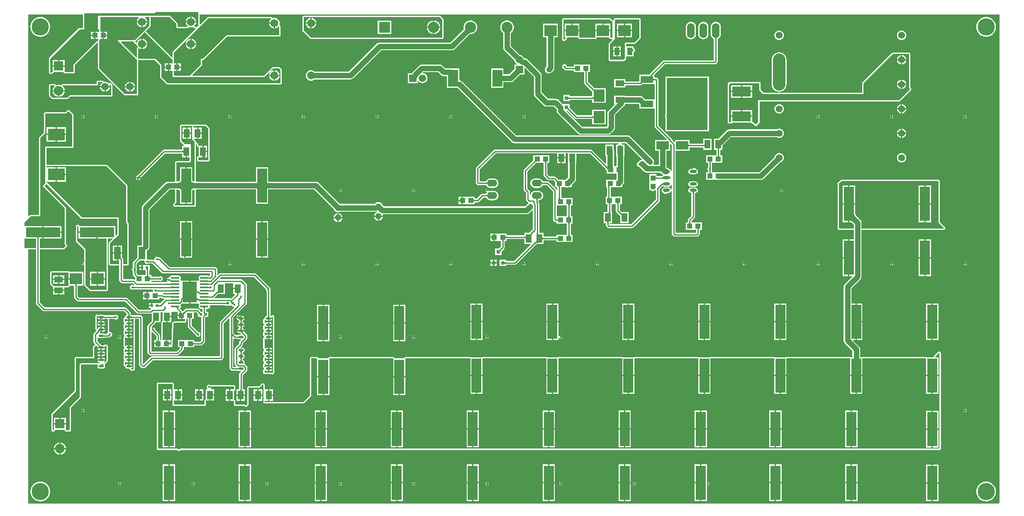
<source format=gbr>
%TF.GenerationSoftware,Altium Limited,Altium Designer,20.0.13 (296)*%
G04 Layer_Physical_Order=1*
G04 Layer_Color=255*
%FSLAX45Y45*%
%MOMM*%
%TF.FileFunction,Copper,L1,Top,Signal*%
%TF.Part,Single*%
G01*
G75*
%TA.AperFunction,SMDPad,CuDef*%
%ADD10R,8.38000X10.66000*%
%ADD11R,3.81000X2.03200*%
%ADD12R,3.00000X4.20000*%
%ADD13O,1.78000X0.42000*%
%ADD14R,2.00000X7.00000*%
%ADD15R,7.00000X2.00000*%
%ADD16R,2.50000X2.30000*%
%ADD17R,2.30000X2.50000*%
%ADD18R,3.40000X2.40000*%
%ADD19O,1.05000X0.45000*%
%ADD20R,2.50000X1.70000*%
%ADD21R,2.00000X3.50000*%
%ADD22R,2.50000X1.40000*%
%ADD23R,1.40000X2.50000*%
%ADD24R,1.00000X1.55000*%
%ADD25R,1.20000X1.80000*%
%ADD26R,1.10000X1.00000*%
%ADD27O,1.45000X0.60000*%
%ADD28R,1.80000X1.20000*%
%ADD29R,1.00000X1.10000*%
%ADD30O,2.10000X1.40000*%
%ADD31R,0.80000X0.80000*%
%ADD32R,0.80000X0.80000*%
%ADD33R,0.60000X0.50000*%
%TA.AperFunction,Conductor*%
%ADD34C,0.25400*%
%ADD35C,1.06000*%
%ADD36C,2.54000*%
%TA.AperFunction,ComponentPad*%
%ADD37C,2.27000*%
%ADD38R,2.27000X2.27000*%
%ADD39C,1.30000*%
%ADD40C,3.50000*%
%ADD41R,1.95000X1.95000*%
%ADD42C,1.95000*%
%ADD43C,1.52400*%
%ADD44R,1.50000X1.50000*%
%ADD45C,1.50000*%
%ADD46R,1.50000X1.50000*%
%ADD47C,1.40000*%
%ADD48C,1.65000*%
%ADD49O,1.52400X3.04800*%
%TA.AperFunction,ViaPad*%
%ADD50C,0.20000*%
%ADD51C,0.45200*%
G36*
X2575000Y-325000D02*
X2275000Y-625000D01*
X1925000D01*
X2325000Y-1025000D01*
Y-1725000D01*
X2075000D01*
X1550000Y-1200000D01*
Y-654513D01*
X1550898Y-650000D01*
Y-635727D01*
X1555207Y-631418D01*
X1560821Y-623016D01*
X1562792Y-613106D01*
X1573068Y-600406D01*
X1622311D01*
Y-525006D01*
Y-449606D01*
X1584934D01*
X1576377Y-439612D01*
X1576349Y-439564D01*
D01*
X1575898Y-438807D01*
Y-400000D01*
X1575000Y-395487D01*
Y-150898D01*
X2356047D01*
X2360358Y-163598D01*
X2348046Y-173045D01*
X2330751Y-195585D01*
X2319879Y-221832D01*
X2317842Y-237300D01*
X2532161D01*
X2530124Y-221832D01*
X2519252Y-195585D01*
X2501957Y-173045D01*
X2489645Y-163598D01*
X2493956Y-150898D01*
X2575000D01*
Y-325000D01*
D02*
G37*
G36*
X3575000D02*
X3550000Y-350000D01*
X3492784D01*
X3488473Y-337300D01*
X3501955Y-326955D01*
X3519250Y-304415D01*
X3530122Y-278168D01*
X3532159Y-262700D01*
X3317840D01*
X3319877Y-278168D01*
X3330749Y-304415D01*
X3348044Y-326955D01*
X3361526Y-337300D01*
X3357215Y-350000D01*
X3150000D01*
Y-275000D01*
X3000000Y-125000D01*
X1525000D01*
Y-400000D01*
X1550000D01*
Y-438808D01*
X1545408Y-449606D01*
X1537300Y-449606D01*
X1477709D01*
Y-525006D01*
Y-600406D01*
X1531634D01*
X1536894Y-613106D01*
X1525000Y-625000D01*
Y-650000D01*
X1500000D01*
X1025000Y-1125000D01*
Y-1275000D01*
X859729D01*
X847900Y-1272898D01*
X847900Y-1262300D01*
Y-1162698D01*
X725000D01*
X602100D01*
Y-1262300D01*
X602100Y-1272898D01*
X590270Y-1275000D01*
X575000D01*
X561733Y-1288267D01*
X550000Y-1283406D01*
Y-1000000D01*
X1150000Y-400000D01*
X1250000D01*
Y-75000D01*
X2675000D01*
X2700000Y-50000D01*
X3575000D01*
Y-325000D01*
D02*
G37*
G36*
X14155914Y-572806D02*
X14153770Y-573679D01*
X14151878Y-575133D01*
X14150240Y-577170D01*
X14148853Y-579789D01*
X14147717Y-582990D01*
X14146835Y-586773D01*
X14146204Y-591137D01*
X14145827Y-596084D01*
X14145699Y-601613D01*
X14120299D01*
X14120174Y-596084D01*
X14119795Y-591137D01*
X14119164Y-586773D01*
X14118282Y-582990D01*
X14117146Y-579789D01*
X14115759Y-577170D01*
X14114120Y-575133D01*
X14112228Y-573679D01*
X14110085Y-572806D01*
X14107687Y-572514D01*
X14158311D01*
X14155914Y-572806D01*
D02*
G37*
G36*
X3050000Y-1025000D02*
Y-1088801D01*
X3045390Y-1099592D01*
X2977690D01*
Y-1174992D01*
Y-1250392D01*
X3036402D01*
X3045390Y-1250392D01*
X3049102Y-1261554D01*
Y-1350000D01*
X3050000Y-1354513D01*
Y-1375000D01*
X3070487D01*
X3075000Y-1375898D01*
X3400000D01*
X3404513Y-1375000D01*
X4925000D01*
X5032308Y-1267692D01*
X5041877Y-1276084D01*
X5030751Y-1290584D01*
X5019878Y-1316832D01*
X5017842Y-1332299D01*
X5112301D01*
Y-1237840D01*
X5096834Y-1239876D01*
X5070586Y-1250749D01*
X5056086Y-1261875D01*
X5047694Y-1252306D01*
X5100000Y-1200000D01*
Y-1200000D01*
X5225000D01*
X5250000Y-1225000D01*
Y-1500000D01*
X2950000D01*
X2825000Y-1375000D01*
Y-1125000D01*
X2700000Y-1000000D01*
X2350000D01*
Y-792813D01*
X2361391Y-787196D01*
X2370586Y-794252D01*
X2396834Y-805124D01*
X2412301Y-807161D01*
Y-700002D01*
Y-592843D01*
X2396834Y-594879D01*
X2370586Y-605751D01*
X2348046Y-623047D01*
X2330751Y-645586D01*
X2319879Y-671834D01*
X2319072Y-677963D01*
X2307046Y-682046D01*
X2285727Y-660727D01*
X2289093Y-646132D01*
X2293312Y-643312D01*
X2480812Y-455813D01*
X3050000Y-1025000D01*
D02*
G37*
G36*
X3124102Y-285727D02*
Y-350000D01*
X3126074Y-359911D01*
X3131688Y-368312D01*
X3140089Y-373926D01*
X3150000Y-375898D01*
X3357215D01*
X3358057Y-375730D01*
X3358908Y-375842D01*
X3362985Y-374750D01*
X3367125Y-373926D01*
X3367840Y-373449D01*
X3368669Y-373227D01*
X3372016Y-370658D01*
X3375527Y-368312D01*
X3376004Y-367598D01*
X3376686Y-367075D01*
X3378796Y-363420D01*
X3381141Y-359911D01*
X3389213Y-354938D01*
X3392639Y-353386D01*
X3396832Y-355123D01*
X3425000Y-358831D01*
X3453168Y-355123D01*
X3457361Y-353386D01*
X3460784Y-354937D01*
X3468858Y-359911D01*
X3471202Y-363419D01*
X3473313Y-367076D01*
X3473995Y-367599D01*
X3474472Y-368312D01*
X3477980Y-370657D01*
X3481330Y-373227D01*
X3482160Y-373449D01*
X3482874Y-373926D01*
X3487012Y-374750D01*
X3491091Y-375842D01*
X3491942Y-375730D01*
X3492784Y-375898D01*
X3520884D01*
X3525744Y-387631D01*
X3056688Y-856688D01*
X3051074Y-865089D01*
X3049102Y-875000D01*
Y-970884D01*
X3037369Y-975745D01*
X2499125Y-437501D01*
X2499125Y-437500D01*
X2593312Y-343312D01*
X2598926Y-334911D01*
X2600898Y-325000D01*
Y-150898D01*
X2989273D01*
X3124102Y-285727D01*
D02*
G37*
G36*
X2252952Y-653127D02*
X2259830Y-660727D01*
X2259953Y-661348D01*
X2260229Y-663598D01*
X2260186Y-665008D01*
X2261228Y-667756D01*
X2261801Y-670638D01*
X2263002Y-672435D01*
X2263768Y-674457D01*
X2265782Y-676596D01*
X2267415Y-679040D01*
X2288733Y-700358D01*
X2292244Y-702704D01*
X2295592Y-705272D01*
X2296421Y-705495D01*
X2297135Y-705972D01*
X2301275Y-706795D01*
X2305352Y-707888D01*
X2307675Y-708417D01*
X2316410Y-715002D01*
X2318574Y-718268D01*
X2319877Y-728168D01*
X2330749Y-754416D01*
X2335184Y-760195D01*
X2331687Y-774501D01*
X2331210Y-775215D01*
X2330529Y-775738D01*
X2328420Y-779392D01*
X2326074Y-782903D01*
X2325906Y-783745D01*
X2325477Y-784489D01*
X2324926Y-788673D01*
X2324103Y-792813D01*
Y-970884D01*
X2312369Y-975745D01*
X1999256Y-662631D01*
X2004116Y-650898D01*
X2249430D01*
X2252952Y-653127D01*
D02*
G37*
G36*
X5061526Y-187700D02*
X5048046Y-198044D01*
X5030751Y-220583D01*
X5019878Y-246831D01*
X5017842Y-262299D01*
X5125001D01*
Y-274999D01*
X5137701D01*
Y-382158D01*
X5153169Y-380121D01*
X5179417Y-369249D01*
X5201956Y-351954D01*
X5212300Y-338474D01*
X5225000Y-342785D01*
Y-525000D01*
X4150000D01*
X3675000Y-1000000D01*
X3625000D01*
Y-1125000D01*
X3400000Y-1350000D01*
X3075000D01*
Y-1250392D01*
X3122292D01*
Y-1174992D01*
Y-1099592D01*
X3084944D01*
X3076501Y-1089790D01*
X3075898Y-1088801D01*
Y-1025000D01*
X3075000Y-1020487D01*
Y-875000D01*
X3775000Y-175000D01*
X5057215D01*
X5061526Y-187700D01*
D02*
G37*
G36*
X12831195Y-1336470D02*
X12831519Y-1340470D01*
X12832060Y-1343998D01*
X12832819Y-1347057D01*
X12833794Y-1349645D01*
X12834984Y-1351762D01*
X12836391Y-1353409D01*
X12838016Y-1354585D01*
X12839854Y-1355291D01*
X12841911Y-1355526D01*
X12794860D01*
X12796917Y-1355291D01*
X12798758Y-1354585D01*
X12800381Y-1353409D01*
X12801788Y-1351762D01*
X12802980Y-1349645D01*
X12803954Y-1347057D01*
X12804712Y-1343998D01*
X12805254Y-1340470D01*
X12805579Y-1336470D01*
X12805685Y-1332000D01*
X12831087D01*
X12831195Y-1336470D01*
D02*
G37*
G36*
X12849812Y-1402013D02*
X12850584Y-1404172D01*
X12851869Y-1406077D01*
X12853668Y-1407728D01*
X12855981Y-1409125D01*
X12858809Y-1410268D01*
X12862151Y-1411157D01*
X12866006Y-1411792D01*
X12870377Y-1412173D01*
X12875261Y-1412300D01*
Y-1437700D01*
X12870377Y-1437827D01*
X12866006Y-1438208D01*
X12862151Y-1438843D01*
X12858809Y-1439732D01*
X12855981Y-1440875D01*
X12853668Y-1442272D01*
X12851869Y-1443923D01*
X12850584Y-1445828D01*
X12849812Y-1447987D01*
X12849556Y-1450400D01*
Y-1399600D01*
X12849812Y-1402013D01*
D02*
G37*
G36*
X12628239Y-1494611D02*
X12627790Y-1494699D01*
X12626967Y-1495198D01*
X12625772Y-1496108D01*
X12622263Y-1499160D01*
X12606966Y-1513981D01*
X12589006Y-1496020D01*
X12591479Y-1493528D01*
X12600725Y-1483083D01*
X12600894Y-1482591D01*
X12600775Y-1482348D01*
X12628239Y-1494611D01*
D02*
G37*
G36*
X19925000Y-10075000D02*
X19900000Y-10100000D01*
X100000D01*
Y-4900897D01*
X261153D01*
Y-6000000D01*
X264110Y-6014866D01*
X272531Y-6027469D01*
X397531Y-6152469D01*
X410134Y-6160889D01*
X425000Y-6163846D01*
X2058909D01*
X2118155Y-6223092D01*
Y-6237421D01*
X2108310Y-6239379D01*
X2092466Y-6249966D01*
X2081879Y-6265810D01*
X2078161Y-6284500D01*
X2078768Y-6287548D01*
X2067482Y-6290971D01*
X2066349Y-6291577D01*
X2065089Y-6291827D01*
X2061927Y-6293941D01*
X2058571Y-6295734D01*
X2057756Y-6296728D01*
X2056688Y-6297441D01*
X2054575Y-6300604D01*
X2052160Y-6303545D01*
X2051787Y-6304775D01*
X2051074Y-6305843D01*
X2050331Y-6309574D01*
X2049227Y-6313215D01*
X2049353Y-6314494D01*
X2049102Y-6315754D01*
Y-6380249D01*
X2049353Y-6381509D01*
X2049227Y-6382788D01*
X2050331Y-6386429D01*
X2051074Y-6390160D01*
X2051787Y-6391228D01*
X2052160Y-6392458D01*
X2054575Y-6395399D01*
X2056688Y-6398562D01*
X2057756Y-6399275D01*
X2058571Y-6400269D01*
X2061927Y-6402062D01*
X2065089Y-6404176D01*
X2066349Y-6404426D01*
X2067086Y-6404820D01*
X2067482Y-6406315D01*
Y-6416688D01*
X2067086Y-6418183D01*
X2066349Y-6418577D01*
X2065089Y-6418827D01*
X2061927Y-6420941D01*
X2058571Y-6422734D01*
X2057756Y-6423728D01*
X2056688Y-6424441D01*
X2054575Y-6427604D01*
X2052160Y-6430545D01*
X2051787Y-6431775D01*
X2051074Y-6432843D01*
X2050331Y-6436574D01*
X2049227Y-6440215D01*
X2049353Y-6441494D01*
X2049102Y-6442754D01*
Y-6507249D01*
X2049353Y-6508509D01*
X2049227Y-6509788D01*
X2050331Y-6513429D01*
X2051074Y-6517160D01*
X2051787Y-6518228D01*
X2052160Y-6519458D01*
X2054575Y-6522399D01*
X2056688Y-6525562D01*
X2057756Y-6526275D01*
X2058571Y-6527269D01*
X2061927Y-6529062D01*
X2065089Y-6531176D01*
X2066349Y-6531426D01*
X2067086Y-6531820D01*
X2067482Y-6533315D01*
Y-6543688D01*
X2067086Y-6545183D01*
X2066349Y-6545577D01*
X2065089Y-6545827D01*
X2061927Y-6547941D01*
X2058571Y-6549734D01*
X2057756Y-6550728D01*
X2056688Y-6551441D01*
X2054575Y-6554604D01*
X2052160Y-6557545D01*
X2051787Y-6558775D01*
X2051074Y-6559843D01*
X2050331Y-6563574D01*
X2049227Y-6567215D01*
X2049353Y-6568494D01*
X2049102Y-6569754D01*
Y-6634249D01*
X2049353Y-6635509D01*
X2049227Y-6636788D01*
X2050331Y-6640429D01*
X2051074Y-6644160D01*
X2051787Y-6645228D01*
X2052160Y-6646458D01*
X2054575Y-6649399D01*
X2056688Y-6652562D01*
X2057756Y-6653275D01*
X2058571Y-6654269D01*
X2061927Y-6656062D01*
X2065089Y-6658176D01*
X2066349Y-6658426D01*
X2067086Y-6658820D01*
X2067482Y-6660315D01*
Y-6670688D01*
X2067086Y-6672183D01*
X2066349Y-6672577D01*
X2065089Y-6672827D01*
X2061927Y-6674941D01*
X2058571Y-6676734D01*
X2057756Y-6677728D01*
X2056688Y-6678441D01*
X2054575Y-6681604D01*
X2052160Y-6684545D01*
X2051787Y-6685775D01*
X2051074Y-6686843D01*
X2050331Y-6690574D01*
X2049227Y-6694215D01*
X2049353Y-6695494D01*
X2049102Y-6696754D01*
Y-6878247D01*
X2049353Y-6879507D01*
X2049227Y-6880785D01*
X2050331Y-6884426D01*
X2051074Y-6888157D01*
X2051787Y-6889225D01*
X2052160Y-6890455D01*
X2054575Y-6893397D01*
X2056688Y-6896559D01*
X2057756Y-6897273D01*
X2058571Y-6898266D01*
X2061927Y-6900060D01*
X2065089Y-6902173D01*
X2066349Y-6902424D01*
X2067086Y-6902818D01*
X2067482Y-6904313D01*
Y-6914685D01*
X2067086Y-6916181D01*
X2066349Y-6916574D01*
X2065089Y-6916825D01*
X2061927Y-6918938D01*
X2058571Y-6920732D01*
X2057756Y-6921725D01*
X2056688Y-6922439D01*
X2054575Y-6925601D01*
X2052160Y-6928543D01*
X2051787Y-6929773D01*
X2051074Y-6930841D01*
X2050331Y-6934572D01*
X2049227Y-6938213D01*
X2049353Y-6939491D01*
X2049102Y-6940751D01*
Y-7005247D01*
X2049353Y-7006507D01*
X2049227Y-7007785D01*
X2050331Y-7011426D01*
X2051074Y-7015157D01*
X2051787Y-7016225D01*
X2052160Y-7017455D01*
X2054575Y-7020397D01*
X2056688Y-7023559D01*
X2057756Y-7024273D01*
X2058571Y-7025266D01*
X2061927Y-7027060D01*
X2065089Y-7029173D01*
X2066349Y-7029424D01*
X2067086Y-7029818D01*
X2067482Y-7031313D01*
Y-7041685D01*
X2067086Y-7043181D01*
X2066349Y-7043574D01*
X2065089Y-7043825D01*
X2061927Y-7045938D01*
X2058571Y-7047732D01*
X2057756Y-7048725D01*
X2056688Y-7049439D01*
X2054575Y-7052601D01*
X2052160Y-7055543D01*
X2051787Y-7056773D01*
X2051074Y-7057841D01*
X2050331Y-7061572D01*
X2049227Y-7065213D01*
X2049353Y-7066491D01*
X2049102Y-7067751D01*
Y-7132247D01*
X2049353Y-7133507D01*
X2049227Y-7134785D01*
X2050331Y-7138426D01*
X2051074Y-7142157D01*
X2051787Y-7143225D01*
X2052160Y-7144455D01*
X2054575Y-7147397D01*
X2056688Y-7150559D01*
X2057756Y-7151273D01*
X2058571Y-7152266D01*
X2061927Y-7154060D01*
X2065089Y-7156173D01*
X2066349Y-7156424D01*
X2067086Y-7156818D01*
X2067482Y-7158313D01*
Y-7168685D01*
X2067086Y-7170181D01*
X2066349Y-7170574D01*
X2065089Y-7170825D01*
X2061927Y-7172938D01*
X2058571Y-7174732D01*
X2057756Y-7175725D01*
X2056688Y-7176439D01*
X2054575Y-7179601D01*
X2052160Y-7182543D01*
X2051787Y-7183773D01*
X2051074Y-7184841D01*
X2050331Y-7188572D01*
X2049227Y-7192213D01*
X2049353Y-7193491D01*
X2049102Y-7194751D01*
Y-7259247D01*
X2049353Y-7260507D01*
X2049227Y-7261785D01*
X2050331Y-7265426D01*
X2051074Y-7269157D01*
X2051787Y-7270225D01*
X2052160Y-7271455D01*
X2054575Y-7274397D01*
X2056688Y-7277559D01*
X2057756Y-7278273D01*
X2058571Y-7279266D01*
X2061927Y-7281060D01*
X2065089Y-7283173D01*
X2066349Y-7283424D01*
X2067482Y-7284029D01*
X2078767Y-7287453D01*
X2078161Y-7290500D01*
X2081879Y-7309190D01*
X2092466Y-7325034D01*
X2108310Y-7335621D01*
X2127000Y-7339338D01*
X2171017D01*
X2171471Y-7339839D01*
X2172722Y-7352539D01*
X2173826Y-7356180D01*
X2174568Y-7359911D01*
X2175282Y-7360979D01*
X2175655Y-7362208D01*
X2178069Y-7365150D01*
X2180182Y-7368312D01*
X2181250Y-7369026D01*
X2182065Y-7370019D01*
X2185421Y-7371813D01*
X2188584Y-7373926D01*
X2189844Y-7374177D01*
X2190977Y-7374783D01*
X2194763Y-7375155D01*
X2198495Y-7375898D01*
X2250000D01*
X2259911Y-7373926D01*
X2268312Y-7368312D01*
X2273926Y-7359911D01*
X2275898Y-7350000D01*
Y-6323348D01*
X2361154D01*
Y-7250000D01*
X2364111Y-7264866D01*
X2372531Y-7277469D01*
X2412010Y-7316948D01*
X2424613Y-7325368D01*
X2439479Y-7328325D01*
X2460521D01*
X2475387Y-7325368D01*
X2487989Y-7316948D01*
X2641090Y-7163846D01*
X4035121D01*
X4049987Y-7160889D01*
X4062590Y-7152469D01*
X4077469Y-7137589D01*
X4085889Y-7124987D01*
X4088847Y-7110121D01*
Y-6416091D01*
X4199420Y-6305517D01*
X4211153Y-6310378D01*
Y-6625000D01*
Y-7325000D01*
X4214110Y-7339866D01*
X4222531Y-7352469D01*
X4238033Y-7367970D01*
X4250635Y-7376391D01*
X4265501Y-7379348D01*
X4384922D01*
X4394310Y-7385621D01*
X4413000Y-7389338D01*
X4438335D01*
X4443195Y-7401072D01*
X4415532Y-7428734D01*
X4407112Y-7441337D01*
X4404155Y-7456203D01*
Y-7764601D01*
X4349637D01*
Y-7867300D01*
X4435037D01*
X4520437D01*
Y-7764601D01*
X4481848D01*
Y-7472293D01*
X4561070Y-7393071D01*
X4569490Y-7380469D01*
X4572448Y-7365603D01*
Y-7315400D01*
X4569490Y-7300534D01*
X4561070Y-7287932D01*
X4522671Y-7249533D01*
X4518981Y-7247067D01*
X4516503Y-7234611D01*
X4518121Y-7232189D01*
X4521839Y-7213500D01*
X4518121Y-7194810D01*
X4507534Y-7178966D01*
X4491690Y-7168379D01*
X4481848Y-7166421D01*
Y-7133579D01*
X4491690Y-7131621D01*
X4507534Y-7121034D01*
X4518121Y-7105189D01*
X4521839Y-7086500D01*
X4518121Y-7067810D01*
X4507534Y-7051966D01*
X4491690Y-7041379D01*
X4481848Y-7039421D01*
Y-7006579D01*
X4491690Y-7004621D01*
X4507534Y-6994034D01*
X4518121Y-6978189D01*
X4521839Y-6959500D01*
X4518121Y-6940810D01*
X4507534Y-6924966D01*
X4491690Y-6914379D01*
X4473000Y-6910662D01*
X4447670D01*
X4442810Y-6898928D01*
X4470470Y-6871269D01*
X4478890Y-6858666D01*
X4481848Y-6843800D01*
Y-6822292D01*
X4561070Y-6743070D01*
X4569490Y-6730467D01*
X4572448Y-6715602D01*
Y-6665399D01*
X4569490Y-6650533D01*
X4561070Y-6637930D01*
X4512997Y-6589858D01*
X4518121Y-6582190D01*
X4519312Y-6576200D01*
X4443000D01*
X4366688D01*
X4367879Y-6582190D01*
X4378466Y-6598034D01*
X4394310Y-6608621D01*
X4413000Y-6612338D01*
X4422575D01*
X4423953Y-6612965D01*
X4425778Y-6613990D01*
X4427610Y-6615205D01*
X4432190Y-6618925D01*
X4443193Y-6629928D01*
X4438333Y-6641662D01*
X4413000D01*
X4394310Y-6645379D01*
X4384920Y-6651654D01*
X4331591D01*
X4288846Y-6608909D01*
Y-6291091D01*
X4552469Y-6027468D01*
X4560890Y-6014866D01*
X4563847Y-6000000D01*
Y-5625000D01*
X4560890Y-5610134D01*
X4552469Y-5597531D01*
X4477469Y-5522532D01*
X4464866Y-5514111D01*
X4450000Y-5511154D01*
X4010377D01*
X4005517Y-5499420D01*
X4041091Y-5463847D01*
X4708909D01*
X4948513Y-5703450D01*
X4946668Y-5712725D01*
X4950393Y-5731453D01*
X4961002Y-5747331D01*
X4968151Y-5752108D01*
Y-6262422D01*
X4958310Y-6264379D01*
X4942466Y-6274966D01*
X4931879Y-6290810D01*
X4928161Y-6309500D01*
X4928768Y-6312552D01*
X4917482Y-6315975D01*
X4916350Y-6316580D01*
X4915089Y-6316831D01*
X4911926Y-6318945D01*
X4908571Y-6320738D01*
X4907755Y-6321732D01*
X4906688Y-6322445D01*
X4904574Y-6325608D01*
X4902160Y-6328550D01*
X4901787Y-6329779D01*
X4901074Y-6330847D01*
X4900332Y-6334579D01*
X4899227Y-6338219D01*
X4899353Y-6339498D01*
X4899102Y-6340757D01*
Y-6405243D01*
X4899353Y-6406503D01*
X4899227Y-6407781D01*
X4900331Y-6411421D01*
X4901074Y-6415154D01*
X4901788Y-6416222D01*
X4902160Y-6417451D01*
X4904574Y-6420391D01*
X4906688Y-6423555D01*
X4907756Y-6424269D01*
X4908571Y-6425262D01*
X4911926Y-6427055D01*
X4915089Y-6429169D01*
X4916350Y-6429420D01*
X4917098Y-6429820D01*
X4917482Y-6431261D01*
Y-6441739D01*
X4917098Y-6443180D01*
X4916350Y-6443580D01*
X4915089Y-6443831D01*
X4911926Y-6445945D01*
X4908571Y-6447738D01*
X4907755Y-6448732D01*
X4906688Y-6449445D01*
X4904574Y-6452608D01*
X4902160Y-6455550D01*
X4901787Y-6456779D01*
X4901074Y-6457847D01*
X4900332Y-6461579D01*
X4899227Y-6465219D01*
X4899353Y-6466498D01*
X4899102Y-6467757D01*
Y-6532243D01*
X4899353Y-6533503D01*
X4899227Y-6534781D01*
X4900331Y-6538421D01*
X4901074Y-6542154D01*
X4901788Y-6543222D01*
X4902160Y-6544451D01*
X4904574Y-6547391D01*
X4906688Y-6550555D01*
X4907756Y-6551269D01*
X4908571Y-6552262D01*
X4911926Y-6554055D01*
X4915089Y-6556169D01*
X4916350Y-6556420D01*
X4917098Y-6556820D01*
X4917482Y-6558261D01*
Y-6568739D01*
X4917098Y-6570180D01*
X4916350Y-6570580D01*
X4915089Y-6570831D01*
X4911926Y-6572945D01*
X4908571Y-6574738D01*
X4907755Y-6575732D01*
X4906688Y-6576445D01*
X4904574Y-6579608D01*
X4902160Y-6582550D01*
X4901787Y-6583779D01*
X4901074Y-6584847D01*
X4900332Y-6588579D01*
X4899227Y-6592219D01*
X4899353Y-6593498D01*
X4899102Y-6594757D01*
Y-6659243D01*
X4899353Y-6660503D01*
X4899227Y-6661781D01*
X4900331Y-6665421D01*
X4901074Y-6669154D01*
X4901788Y-6670222D01*
X4902160Y-6671451D01*
X4904574Y-6674391D01*
X4906688Y-6677555D01*
X4907756Y-6678269D01*
X4908571Y-6679262D01*
X4911926Y-6681055D01*
X4915089Y-6683169D01*
X4916350Y-6683420D01*
X4917098Y-6683820D01*
X4917482Y-6685261D01*
Y-6695739D01*
X4917098Y-6697180D01*
X4916350Y-6697580D01*
X4915089Y-6697831D01*
X4911926Y-6699945D01*
X4908571Y-6701738D01*
X4907755Y-6702732D01*
X4906688Y-6703445D01*
X4904574Y-6706608D01*
X4902160Y-6709550D01*
X4901787Y-6710779D01*
X4901074Y-6711847D01*
X4900332Y-6715579D01*
X4899227Y-6719219D01*
X4899353Y-6720498D01*
X4899102Y-6721757D01*
Y-6928244D01*
X4899353Y-6929504D01*
X4899227Y-6930782D01*
X4900331Y-6934422D01*
X4901074Y-6938155D01*
X4901788Y-6939223D01*
X4902160Y-6940452D01*
X4904574Y-6943393D01*
X4906688Y-6946557D01*
X4907756Y-6947270D01*
X4908571Y-6948263D01*
X4911926Y-6950056D01*
X4915089Y-6952170D01*
X4916350Y-6952421D01*
X4917098Y-6952821D01*
X4917482Y-6954262D01*
Y-6964740D01*
X4917098Y-6966182D01*
X4916350Y-6966582D01*
X4915089Y-6966832D01*
X4911926Y-6968946D01*
X4908571Y-6970740D01*
X4907755Y-6971733D01*
X4906688Y-6972446D01*
X4904574Y-6975609D01*
X4902160Y-6978551D01*
X4901787Y-6979780D01*
X4901074Y-6980848D01*
X4900332Y-6984580D01*
X4899227Y-6988221D01*
X4899353Y-6989499D01*
X4899102Y-6990759D01*
Y-7055244D01*
X4899353Y-7056504D01*
X4899227Y-7057782D01*
X4900331Y-7061422D01*
X4901074Y-7065155D01*
X4901788Y-7066223D01*
X4902160Y-7067452D01*
X4904574Y-7070393D01*
X4906688Y-7073557D01*
X4907756Y-7074270D01*
X4908571Y-7075263D01*
X4911926Y-7077056D01*
X4915089Y-7079170D01*
X4916350Y-7079421D01*
X4917098Y-7079821D01*
X4917482Y-7081262D01*
Y-7091740D01*
X4917098Y-7093182D01*
X4916350Y-7093582D01*
X4915089Y-7093832D01*
X4911926Y-7095946D01*
X4908571Y-7097740D01*
X4907755Y-7098733D01*
X4906688Y-7099446D01*
X4904574Y-7102609D01*
X4902160Y-7105551D01*
X4901787Y-7106780D01*
X4901074Y-7107848D01*
X4900332Y-7111580D01*
X4899227Y-7115221D01*
X4899353Y-7116499D01*
X4899102Y-7117759D01*
Y-7182244D01*
X4899353Y-7183504D01*
X4899227Y-7184782D01*
X4900331Y-7188422D01*
X4901074Y-7192155D01*
X4901788Y-7193223D01*
X4902160Y-7194452D01*
X4904574Y-7197393D01*
X4906688Y-7200557D01*
X4907756Y-7201270D01*
X4908571Y-7202263D01*
X4911926Y-7204056D01*
X4915089Y-7206170D01*
X4916350Y-7206421D01*
X4917098Y-7206821D01*
X4917482Y-7208262D01*
Y-7218740D01*
X4917098Y-7220182D01*
X4916350Y-7220582D01*
X4915089Y-7220832D01*
X4911926Y-7222946D01*
X4908571Y-7224740D01*
X4907755Y-7225733D01*
X4906688Y-7226446D01*
X4904574Y-7229609D01*
X4902160Y-7232551D01*
X4901787Y-7233780D01*
X4901074Y-7234848D01*
X4900332Y-7238580D01*
X4899227Y-7242221D01*
X4899353Y-7243499D01*
X4899102Y-7244759D01*
Y-7309244D01*
X4899353Y-7310504D01*
X4899227Y-7311782D01*
X4900331Y-7315422D01*
X4901074Y-7319155D01*
X4901788Y-7320223D01*
X4902160Y-7321452D01*
X4904574Y-7324393D01*
X4906688Y-7327557D01*
X4907756Y-7328270D01*
X4908571Y-7329263D01*
X4911926Y-7331056D01*
X4915089Y-7333170D01*
X4916350Y-7333421D01*
X4917098Y-7333821D01*
X4917482Y-7335262D01*
Y-7345740D01*
X4917098Y-7347182D01*
X4916350Y-7347582D01*
X4915089Y-7347832D01*
X4911926Y-7349946D01*
X4908571Y-7351740D01*
X4907755Y-7352733D01*
X4906688Y-7353446D01*
X4904574Y-7356609D01*
X4902160Y-7359551D01*
X4901787Y-7360780D01*
X4901074Y-7361848D01*
X4900332Y-7365580D01*
X4899227Y-7369221D01*
X4899353Y-7370499D01*
X4899102Y-7371759D01*
Y-7425000D01*
X4901074Y-7434910D01*
X4906688Y-7443312D01*
X4915089Y-7448926D01*
X4925000Y-7450897D01*
X5070556D01*
X5075091Y-7453927D01*
X5085001Y-7455898D01*
X5094912Y-7453927D01*
X5103314Y-7448313D01*
X5118312Y-7433315D01*
X5123926Y-7424913D01*
X5125898Y-7415002D01*
Y-6275000D01*
X5123926Y-6265089D01*
X5118312Y-6256688D01*
X5109911Y-6251074D01*
X5100000Y-6249102D01*
X5085025D01*
X5081294Y-6249844D01*
X5077507Y-6250217D01*
X5076374Y-6250823D01*
X5075115Y-6251074D01*
X5071952Y-6253187D01*
X5068596Y-6254981D01*
X5067781Y-6255974D01*
X5066713Y-6256687D01*
X5058544Y-6262387D01*
X5045844Y-6257995D01*
Y-5706998D01*
X5042887Y-5692132D01*
X5034466Y-5679529D01*
X4752469Y-5397531D01*
X4739866Y-5389111D01*
X4725000Y-5386154D01*
X4025000D01*
X4010134Y-5389111D01*
X3997532Y-5397531D01*
X3975580Y-5419483D01*
X3963847Y-5414623D01*
Y-5314879D01*
X3960889Y-5300013D01*
X3952469Y-5287411D01*
X3937590Y-5272531D01*
X3924987Y-5264111D01*
X3910121Y-5261154D01*
X2991091D01*
X2802468Y-5072531D01*
X2789866Y-5064111D01*
X2775000Y-5061153D01*
X2753259D01*
X2743729Y-5054785D01*
X2725000Y-5051060D01*
X2706271Y-5054785D01*
X2690394Y-5065394D01*
X2679785Y-5081271D01*
X2676060Y-5100000D01*
X2677508Y-5107284D01*
X2666079Y-5114921D01*
X2664866Y-5114111D01*
X2650000Y-5111154D01*
X2553260D01*
X2543729Y-5104785D01*
X2525000Y-5101060D01*
X2520621Y-5097466D01*
Y-4923971D01*
X2539538Y-4916135D01*
X2555915Y-4903568D01*
X2568482Y-4887191D01*
X2576382Y-4868119D01*
X2579076Y-4847653D01*
Y-4082754D01*
X2987752Y-3674079D01*
X3088696D01*
X3092639Y-3676592D01*
X3099108Y-3686055D01*
X3099142Y-3686246D01*
X3099103Y-3686584D01*
Y-3939273D01*
X3068421Y-3969954D01*
X3062807Y-3978356D01*
X3060836Y-3988267D01*
X3062807Y-3998177D01*
X3067667Y-4009910D01*
X3067667Y-4009910D01*
X3073281Y-4018312D01*
X3081683Y-4023926D01*
X3091594Y-4025897D01*
X3500000D01*
X3509911Y-4023926D01*
X3518312Y-4018312D01*
X3523926Y-4009910D01*
X3525898Y-4000000D01*
Y-3687040D01*
X3525846Y-3686779D01*
X3526862Y-3682443D01*
X3533054Y-3675731D01*
X3535999Y-3674079D01*
X4749588D01*
Y-3970401D01*
X5000389D01*
Y-3674079D01*
X5937244D01*
X6337042Y-4073877D01*
X6346036Y-4095590D01*
X6360526Y-4114474D01*
X6379410Y-4128964D01*
X6401401Y-4138073D01*
X6425000Y-4141180D01*
X6448599Y-4138073D01*
X6470313Y-4129079D01*
X7196692D01*
X7217159Y-4126384D01*
X7223926Y-4123582D01*
X7224735Y-4124340D01*
X7225099Y-4127086D01*
X7221683Y-4138881D01*
X7204410Y-4146036D01*
X7185526Y-4160526D01*
X7171036Y-4179410D01*
X7161927Y-4201401D01*
X7160492Y-4212300D01*
X7250000D01*
X7339508D01*
X7338073Y-4201401D01*
X7334086Y-4191776D01*
X7342572Y-4179076D01*
X10274999D01*
X10295465Y-4176382D01*
X10314537Y-4168482D01*
X10330914Y-4155915D01*
X10390520Y-4096310D01*
X10402253Y-4101170D01*
Y-4482828D01*
X10334831Y-4550250D01*
X10328583Y-4559600D01*
X10229600D01*
Y-4611163D01*
X9865408D01*
Y-4574608D01*
X9708108D01*
X9704608Y-4574608D01*
X9695408D01*
X9691908Y-4574608D01*
X9627708D01*
Y-4650008D01*
Y-4725408D01*
X9691908D01*
X9695408Y-4725408D01*
X9704608D01*
X9708108Y-4725408D01*
X9746161D01*
Y-4843905D01*
X9705466Y-4884600D01*
X9629599D01*
Y-5015400D01*
X9760399D01*
Y-4939542D01*
X9812476Y-4887464D01*
X9820897Y-4874861D01*
X9823854Y-4859996D01*
Y-4725408D01*
X9865408D01*
Y-4688856D01*
X10229600D01*
Y-4790400D01*
X10348068D01*
X10352928Y-4802133D01*
X10018908Y-5136154D01*
X9855398D01*
Y-5109600D01*
X9724599D01*
Y-5240400D01*
X9855398D01*
Y-5213847D01*
X10034999D01*
X10049865Y-5210890D01*
X10062467Y-5202469D01*
X10474465Y-4790471D01*
X10475041Y-4790591D01*
X10476055Y-4790400D01*
X10620400D01*
Y-4713854D01*
X10884608D01*
Y-4750408D01*
X11041908D01*
X11045408Y-4750408D01*
X11054608D01*
X11058108Y-4750408D01*
X11215408D01*
Y-4599608D01*
X11173856D01*
Y-4375408D01*
X11215408D01*
Y-4224608D01*
X11173856D01*
Y-4000392D01*
X11215392D01*
Y-3849592D01*
X11058092D01*
X11054592Y-3849592D01*
X11045392D01*
X11041892Y-3849592D01*
X10978855D01*
Y-3625408D01*
X11016908D01*
X11020408Y-3625408D01*
X11029608D01*
X11033108Y-3625408D01*
X11065608D01*
X11076879Y-3632939D01*
X11095608Y-3636665D01*
X11114337Y-3632939D01*
X11122580Y-3627431D01*
X11130472Y-3626392D01*
X11132848Y-3625408D01*
X11190408D01*
Y-3581439D01*
X11255915Y-3515932D01*
X11268482Y-3499555D01*
X11276382Y-3480483D01*
X11279076Y-3460016D01*
Y-3140400D01*
X11285401D01*
Y-3039568D01*
X11290823Y-3031453D01*
X11294548Y-3012724D01*
X11290823Y-2993996D01*
X11285401Y-2985881D01*
Y-2938847D01*
X11568909D01*
X11896812Y-3266749D01*
X11898618Y-3280467D01*
X11906518Y-3299538D01*
X11909608Y-3303565D01*
Y-3350408D01*
X12066908D01*
X12070408Y-3350408D01*
X12079608D01*
X12083108Y-3350408D01*
X12105924D01*
Y-3474602D01*
X12073102D01*
X12069602Y-3474601D01*
X12060401D01*
X12056901Y-3474602D01*
X11899602D01*
Y-3596726D01*
X11899570Y-3596826D01*
X11899602Y-3597201D01*
Y-3598862D01*
X11899411Y-3599853D01*
X11899602Y-3600782D01*
Y-3625401D01*
X11911155D01*
Y-3824608D01*
X11884608D01*
Y-3975408D01*
X11926161D01*
Y-4134601D01*
X11844603D01*
Y-4365401D01*
X11891155D01*
Y-4405002D01*
X11894112Y-4419867D01*
X11902533Y-4432470D01*
X11922531Y-4452469D01*
X11935134Y-4460889D01*
X11950000Y-4463847D01*
X12425000D01*
X12439866Y-4460889D01*
X12452469Y-4452469D01*
X12977469Y-3927469D01*
X12985889Y-3914866D01*
X12988847Y-3900000D01*
Y-3666090D01*
X13048918Y-3606020D01*
X13063383Y-3615686D01*
X13085001Y-3619985D01*
X13170000D01*
X13191615Y-3615686D01*
X13209941Y-3603441D01*
X13222186Y-3585116D01*
X13223454Y-3578742D01*
X13236154Y-3579993D01*
Y-3674008D01*
X13223454Y-3675259D01*
X13222186Y-3668884D01*
X13209941Y-3650559D01*
X13191615Y-3638315D01*
X13170000Y-3634015D01*
X13085001D01*
X13063383Y-3638315D01*
X13045059Y-3650559D01*
X13032814Y-3668884D01*
X13028516Y-3690500D01*
X13032814Y-3712116D01*
X13045059Y-3730441D01*
X13053474Y-3736064D01*
X13061002Y-3747331D01*
X13076878Y-3757939D01*
X13095609Y-3761665D01*
X13108109Y-3759178D01*
X13120609Y-3761665D01*
X13139337Y-3757939D01*
X13155214Y-3747331D01*
X13155444Y-3746985D01*
X13170000D01*
X13191615Y-3742686D01*
X13209941Y-3730441D01*
X13222186Y-3712116D01*
X13223454Y-3705742D01*
X13236154Y-3706993D01*
Y-4575000D01*
X13239111Y-4589866D01*
X13247533Y-4602469D01*
X13272531Y-4627469D01*
X13285133Y-4635889D01*
X13300000Y-4638846D01*
X13750000D01*
X13764867Y-4635889D01*
X13777469Y-4627469D01*
X13797466Y-4607471D01*
X13805887Y-4594869D01*
X13808844Y-4580003D01*
Y-4500399D01*
X13850398D01*
Y-4349599D01*
X13693098D01*
X13689598Y-4349599D01*
X13680399D01*
X13676898Y-4349599D01*
X13638846D01*
Y-4316091D01*
X13699971Y-4254966D01*
X13708392Y-4242363D01*
X13711349Y-4227498D01*
Y-3746985D01*
X13714999D01*
X13736617Y-3742686D01*
X13754941Y-3730441D01*
X13767186Y-3712116D01*
X13771484Y-3690500D01*
X13767186Y-3668884D01*
X13754941Y-3650559D01*
X13736617Y-3638315D01*
X13714999Y-3634015D01*
X13630000D01*
X13608385Y-3638315D01*
X13590059Y-3650559D01*
X13577814Y-3668884D01*
X13573515Y-3690500D01*
X13577814Y-3712116D01*
X13590059Y-3730441D01*
X13608385Y-3742686D01*
X13630000Y-3746985D01*
X13633656D01*
Y-4211407D01*
X13572531Y-4272531D01*
X13564111Y-4285134D01*
X13561153Y-4300000D01*
Y-4349599D01*
X13519598D01*
Y-4500399D01*
X13676898D01*
X13680399Y-4500399D01*
X13689598D01*
X13693098Y-4500399D01*
X13731151D01*
Y-4561153D01*
X13316090D01*
X13313847Y-4558910D01*
Y-2885400D01*
X13600400D01*
Y-2813845D01*
X13879601D01*
Y-2865400D01*
X14050400D01*
Y-2634600D01*
X13879601D01*
Y-2736152D01*
X13600400D01*
Y-2664600D01*
X13299600D01*
Y-2703069D01*
X13287868Y-2707929D01*
X13251398Y-2671460D01*
X13248988Y-2659351D01*
X13240569Y-2646749D01*
X12963847Y-2370027D01*
Y-1439879D01*
X12960889Y-1425013D01*
X12952469Y-1412410D01*
X12937590Y-1397531D01*
X12924986Y-1389111D01*
X12910121Y-1386153D01*
X12875568D01*
Y-1329822D01*
X12875568Y-1329822D01*
X12875568D01*
X12884058Y-1321266D01*
X13091476Y-1113846D01*
X14118120D01*
X14132986Y-1110889D01*
X14145589Y-1102468D01*
X14160468Y-1087589D01*
X14168889Y-1074987D01*
X14171846Y-1060121D01*
Y-595467D01*
X14171877Y-595068D01*
X14184238Y-589948D01*
X14205463Y-573662D01*
X14221748Y-552438D01*
X14231985Y-527723D01*
X14235477Y-501200D01*
Y-348800D01*
X14231985Y-322277D01*
X14221748Y-297562D01*
X14205463Y-276338D01*
X14184238Y-260052D01*
X14159523Y-249815D01*
X14133000Y-246323D01*
X14106477Y-249815D01*
X14081763Y-260052D01*
X14060538Y-276338D01*
X14044252Y-297562D01*
X14034015Y-322277D01*
X14030524Y-348800D01*
Y-501200D01*
X14034015Y-527723D01*
X14044252Y-552438D01*
X14060538Y-573662D01*
X14081763Y-589948D01*
X14094122Y-595068D01*
X14094153Y-595467D01*
Y-1036153D01*
X13075388D01*
X13060521Y-1039110D01*
X13047919Y-1047531D01*
X12790918Y-1304532D01*
X12782497Y-1317134D01*
X12779973Y-1329822D01*
X12574767D01*
Y-1466154D01*
X12290399D01*
Y-1419603D01*
X12059599D01*
Y-1590403D01*
X12290399D01*
Y-1543847D01*
X12597986D01*
X12612852Y-1540890D01*
X12625455Y-1532469D01*
X12636447Y-1521477D01*
X12637330Y-1520621D01*
X12875568D01*
X12886154Y-1525725D01*
Y-1824718D01*
X12875568Y-1829821D01*
X12873453Y-1829822D01*
X12687729D01*
X12646987Y-1789079D01*
X12630610Y-1776513D01*
X12611538Y-1768613D01*
X12591072Y-1765918D01*
X12290401D01*
Y-1759597D01*
X12059601D01*
Y-1930397D01*
X12059601D01*
X12064435Y-1942066D01*
X11944085Y-2062417D01*
X11931518Y-2078794D01*
X11923618Y-2097866D01*
X11920924Y-2118332D01*
Y-2380152D01*
X11905152Y-2395924D01*
X11409383D01*
X11092314Y-2078855D01*
X11096807Y-2065386D01*
X11102186Y-2064620D01*
X11260037Y-2222471D01*
X11272640Y-2230892D01*
X11287506Y-2233849D01*
X11609600D01*
Y-2345400D01*
X11890400D01*
Y-2044600D01*
X11609600D01*
Y-2156156D01*
X11303597D01*
X11152900Y-2005459D01*
Y-1929600D01*
X11022100D01*
Y-1931180D01*
X11010367Y-1936040D01*
X10927900Y-1853573D01*
Y-1834600D01*
X10906051D01*
X10902037Y-1831520D01*
X10882965Y-1823620D01*
X10862498Y-1820926D01*
X10707757D01*
X10579076Y-1692246D01*
Y-1339124D01*
X10576382Y-1318657D01*
X10568482Y-1299585D01*
X10555915Y-1283208D01*
X10288391Y-1015684D01*
X10272014Y-1003117D01*
X10252942Y-995217D01*
X10232476Y-992523D01*
X10220220D01*
X10212699Y-974367D01*
X10196606Y-953394D01*
X10175633Y-937301D01*
X10151210Y-927184D01*
X10137168Y-925336D01*
X9954076Y-742243D01*
Y-474403D01*
X9974065Y-459065D01*
X9996329Y-430049D01*
X10010325Y-396260D01*
X10015099Y-360000D01*
X10010325Y-323740D01*
X9996329Y-289951D01*
X9974065Y-260935D01*
X9945049Y-238671D01*
X9911260Y-224675D01*
X9875000Y-219902D01*
X9838740Y-224675D01*
X9804951Y-238671D01*
X9775935Y-260935D01*
X9753671Y-289951D01*
X9739675Y-323740D01*
X9734902Y-360000D01*
X9739675Y-396260D01*
X9753671Y-430049D01*
X9775935Y-459065D01*
X9795923Y-474402D01*
Y-774998D01*
X9798617Y-795464D01*
X9806517Y-814536D01*
X9819084Y-830913D01*
X10025335Y-1037164D01*
X10027184Y-1051210D01*
X10037301Y-1075633D01*
X10053394Y-1096606D01*
X10073326Y-1111900D01*
X10073340Y-1113320D01*
X10064823Y-1124600D01*
X10024600D01*
Y-1213570D01*
X9917246Y-1320924D01*
X9800400D01*
Y-1199600D01*
X9549600D01*
Y-1600400D01*
X9800400D01*
Y-1479077D01*
X9950000D01*
X9970467Y-1476382D01*
X9989539Y-1468482D01*
X10005916Y-1455916D01*
X10136431Y-1325400D01*
X10225400D01*
Y-1192948D01*
X10237133Y-1188087D01*
X10420924Y-1371878D01*
Y-1725000D01*
X10423618Y-1745467D01*
X10431518Y-1764538D01*
X10444085Y-1780915D01*
X10619087Y-1955918D01*
X10635464Y-1968485D01*
X10654536Y-1976384D01*
X10675002Y-1979079D01*
X10829744D01*
X10890025Y-2039360D01*
Y-2067473D01*
X10892720Y-2087939D01*
X10900619Y-2107011D01*
X10913186Y-2123388D01*
X11320713Y-2530915D01*
X11337091Y-2543482D01*
X11356162Y-2551382D01*
X11376629Y-2554076D01*
X11937906D01*
X11958373Y-2551382D01*
X11977444Y-2543482D01*
X11993822Y-2530915D01*
X12055915Y-2468822D01*
X12068482Y-2452444D01*
X12076382Y-2433373D01*
X12079076Y-2412906D01*
Y-2151086D01*
X12261523Y-1968640D01*
X12274090Y-1952263D01*
X12281989Y-1933191D01*
X12282357Y-1930397D01*
X12290401D01*
Y-1924071D01*
X12558318D01*
X12574767Y-1940521D01*
Y-2020621D01*
X12873453D01*
X12875568Y-2020622D01*
X12886154Y-2025725D01*
Y-2386118D01*
X12889111Y-2400984D01*
X12897531Y-2413586D01*
X13136812Y-2652867D01*
X13131952Y-2664600D01*
X12899600D01*
Y-2885400D01*
X12970923D01*
Y-3170924D01*
X12865779D01*
X12859515Y-3158224D01*
X12864090Y-3152263D01*
X12871989Y-3133191D01*
X12874684Y-3112725D01*
X12873380Y-3102817D01*
X12873940Y-3100000D01*
X12870215Y-3081271D01*
X12859605Y-3065394D01*
X12856537Y-3063343D01*
X12851523Y-3056809D01*
X12388799Y-2594085D01*
X12372422Y-2581518D01*
X12353350Y-2573618D01*
X12332883Y-2570924D01*
X10057756D01*
X8954138Y-1467306D01*
X8937761Y-1454739D01*
X8918689Y-1446839D01*
X8900400Y-1444432D01*
Y-1199600D01*
X8733137D01*
X8728002Y-1198924D01*
X8610755D01*
X8555916Y-1144085D01*
X8539538Y-1131518D01*
X8520467Y-1123618D01*
X8500000Y-1120924D01*
X8133059D01*
X8112593Y-1123618D01*
X8101421Y-1128246D01*
X8093521Y-1131518D01*
X8077144Y-1144085D01*
X7940684Y-1280545D01*
X7928117Y-1296922D01*
X7927008Y-1299600D01*
X7849600D01*
Y-1500400D01*
X8050400D01*
Y-1460177D01*
X8061680Y-1451661D01*
X8063100Y-1451674D01*
X8078394Y-1471606D01*
X8099367Y-1487699D01*
X8123790Y-1497816D01*
X8150000Y-1501266D01*
X8176210Y-1497816D01*
X8200633Y-1487699D01*
X8221606Y-1471606D01*
X8237699Y-1450633D01*
X8247816Y-1426210D01*
X8251266Y-1400000D01*
X8247816Y-1373790D01*
X8237699Y-1349367D01*
X8221606Y-1328394D01*
X8200633Y-1312301D01*
X8176210Y-1302184D01*
X8162474Y-1300376D01*
X8158531Y-1288760D01*
X8166609Y-1279076D01*
X8467246D01*
X8522085Y-1333916D01*
X8538462Y-1346482D01*
X8557534Y-1354382D01*
X8578001Y-1357077D01*
X8649600D01*
Y-1600400D01*
X8863571D01*
X9969086Y-2705915D01*
X9985463Y-2718482D01*
X9993363Y-2721754D01*
X10004535Y-2726382D01*
X10025001Y-2729076D01*
X12154316D01*
X12155567Y-2741776D01*
X12151879Y-2742510D01*
X12136002Y-2753119D01*
X12131671Y-2759600D01*
X12099600D01*
Y-2990400D01*
X12105924D01*
Y-3199608D01*
X12083108D01*
X12079608Y-3199608D01*
X12070408D01*
X12066908Y-3199608D01*
X12054076D01*
Y-2884997D01*
X12051382Y-2864530D01*
X12050400Y-2862159D01*
Y-2759600D01*
X11879600D01*
Y-2990400D01*
X11895924D01*
Y-3139393D01*
X11884190Y-3144253D01*
X11612469Y-2872531D01*
X11599866Y-2864111D01*
X11585000Y-2861154D01*
X11290862D01*
X11290647Y-2861011D01*
X11275782Y-2858053D01*
X9628100D01*
X9613234Y-2861011D01*
X9600632Y-2869431D01*
X9247531Y-3222532D01*
X9239111Y-3235134D01*
X9236153Y-3250000D01*
Y-3533123D01*
X9239111Y-3547989D01*
X9247531Y-3560591D01*
X9262410Y-3575470D01*
X9275013Y-3583891D01*
X9289879Y-3586848D01*
X9447035D01*
X9447857Y-3586911D01*
X9451668Y-3596111D01*
X9466960Y-3616040D01*
X9486888Y-3631332D01*
X9510095Y-3640944D01*
X9535000Y-3644223D01*
X9605000D01*
X9629905Y-3640944D01*
X9653112Y-3631332D01*
X9673040Y-3616040D01*
X9688332Y-3596111D01*
X9697945Y-3572904D01*
X9701223Y-3548000D01*
X9697945Y-3523096D01*
X9688332Y-3499889D01*
X9673040Y-3479960D01*
X9653112Y-3464668D01*
X9629905Y-3455056D01*
X9605000Y-3451777D01*
X9535000D01*
X9510095Y-3455056D01*
X9486888Y-3464668D01*
X9466960Y-3479960D01*
X9451668Y-3499889D01*
X9447855Y-3509093D01*
X9447035Y-3509155D01*
X9313846D01*
Y-3266091D01*
X9644191Y-2935746D01*
X10894601D01*
Y-3012300D01*
X11065400D01*
Y-2935746D01*
X11114601D01*
Y-3140400D01*
X11120924D01*
Y-3427262D01*
X11073578Y-3474608D01*
X11033108D01*
X11029608Y-3474608D01*
X11020408D01*
X11016908Y-3474608D01*
X10919544D01*
X10867467Y-3422531D01*
X10854864Y-3414111D01*
X10839998Y-3411153D01*
X10741091D01*
X10698857Y-3368920D01*
Y-3125408D01*
X10740408D01*
Y-2974608D01*
X10583108D01*
X10579608Y-2974608D01*
X10570408D01*
X10566908Y-2974608D01*
X10409608D01*
Y-3075471D01*
X10222531Y-3262547D01*
X10214111Y-3275150D01*
X10211154Y-3290016D01*
Y-3675000D01*
X10214111Y-3689866D01*
X10222531Y-3702469D01*
X10261153Y-3741091D01*
Y-3885121D01*
X10264111Y-3899987D01*
X10272531Y-3912590D01*
X10297512Y-3937570D01*
X10304462Y-3942214D01*
X10309232Y-3950168D01*
X10307502Y-3958357D01*
X10306911Y-3959242D01*
X10294084Y-3969084D01*
X10242244Y-4020924D01*
X7357756D01*
X7337960Y-4001127D01*
X7328964Y-3979410D01*
X7314474Y-3960526D01*
X7295590Y-3946036D01*
X7273599Y-3936927D01*
X7250000Y-3933820D01*
X7226401Y-3936927D01*
X7204410Y-3946036D01*
X7185526Y-3960526D01*
X7177546Y-3970926D01*
X6470324D01*
X6448864Y-3962037D01*
X6025914Y-3539087D01*
X6009536Y-3526520D01*
X5990465Y-3518620D01*
X5969998Y-3515926D01*
X5000389D01*
Y-3219601D01*
X4749588D01*
Y-3515926D01*
X3536000D01*
X3533053Y-3514272D01*
X3526865Y-3507566D01*
X3525846Y-3503226D01*
X3525898Y-3502965D01*
Y-2754116D01*
X3537631Y-2749256D01*
X3549102Y-2760727D01*
Y-2777108D01*
X3549415Y-2778681D01*
X3549297Y-2780280D01*
X3550392Y-2783595D01*
X3551074Y-2787019D01*
X3551965Y-2788352D01*
X3552468Y-2789875D01*
X3554748Y-2792518D01*
X3556688Y-2795421D01*
X3558021Y-2796312D01*
X3559069Y-2797526D01*
X3568667Y-2805015D01*
X3571783Y-2806583D01*
X3574685Y-2808523D01*
X3576260Y-2808836D01*
X3577693Y-2809557D01*
X3581173Y-2809814D01*
X3584596Y-2810495D01*
X3584597D01*
Y-2989500D01*
X3584596D01*
X3581173Y-2990181D01*
X3577693Y-2990437D01*
X3576260Y-2991159D01*
X3574685Y-2991472D01*
X3571784Y-2993411D01*
X3568667Y-2994980D01*
X3559069Y-3002469D01*
X3558022Y-3003683D01*
X3556688Y-3004574D01*
X3554748Y-3007477D01*
X3552468Y-3010119D01*
X3551965Y-3011642D01*
X3551074Y-3012976D01*
X3550393Y-3016400D01*
X3549297Y-3019714D01*
X3549415Y-3021313D01*
X3549102Y-3022886D01*
Y-3075000D01*
X3551074Y-3084911D01*
X3556688Y-3093312D01*
X3565089Y-3098926D01*
X3575000Y-3100898D01*
X3783406D01*
X3793317Y-3098926D01*
X3801719Y-3093313D01*
X3807333Y-3084911D01*
X3807333Y-3084910D01*
X3812193Y-3073178D01*
X3812193Y-3073177D01*
X3814164Y-3063267D01*
X3812193Y-3053356D01*
X3806579Y-3044955D01*
X3800898Y-3039273D01*
Y-2425000D01*
X3798926Y-2415090D01*
X3793312Y-2406688D01*
X3743312Y-2356688D01*
X3734910Y-2351074D01*
X3725000Y-2349102D01*
X3475898D01*
X3465987Y-2351074D01*
X3462949Y-2353104D01*
X3459911Y-2351074D01*
X3450000Y-2349102D01*
X3225000D01*
X3215089Y-2351074D01*
X3206688Y-2356688D01*
X3201074Y-2365090D01*
X3199102Y-2375000D01*
Y-2675000D01*
X3201074Y-2684911D01*
X3206688Y-2693312D01*
X3281688Y-2768312D01*
X3287058Y-2771901D01*
X3283613Y-2784601D01*
X3244603D01*
Y-2861156D01*
X2874998D01*
X2860132Y-2864113D01*
X2847529Y-2872534D01*
X2327720Y-3392342D01*
X2326879Y-3392510D01*
X2311002Y-3403119D01*
X2300393Y-3418996D01*
X2299194Y-3425025D01*
X2355900D01*
X2339934Y-3415848D01*
X2340352Y-3415670D01*
X2340925Y-3415310D01*
X2341655Y-3414769D01*
X2343583Y-3413142D01*
X2349313Y-3407714D01*
X2351135Y-3405904D01*
X2375248Y-3417712D01*
X2373513Y-3419507D01*
X2370674Y-3422828D01*
X2369570Y-3424353D01*
X2369152Y-3425025D01*
X2404912D01*
X2891088Y-2938849D01*
X3244603D01*
Y-3015401D01*
X3317303D01*
Y-2900001D01*
X3342703D01*
Y-3015401D01*
X3399102D01*
Y-3089273D01*
X3389273Y-3099103D01*
X3125000D01*
X3115090Y-3101074D01*
X3106688Y-3106688D01*
X3101074Y-3115090D01*
X3099103Y-3125000D01*
Y-3503420D01*
X3099142Y-3503758D01*
X3099108Y-3503949D01*
X3092641Y-3513411D01*
X3088696Y-3515926D01*
X2954998D01*
X2934531Y-3518620D01*
X2923360Y-3523248D01*
X2915460Y-3526520D01*
X2899083Y-3539087D01*
X2444085Y-3994085D01*
X2431518Y-4010462D01*
X2423618Y-4029533D01*
X2420924Y-4050000D01*
Y-4824433D01*
X2329822D01*
Y-5070298D01*
X2247531Y-5152588D01*
X2239111Y-5165191D01*
X2236154Y-5180057D01*
Y-5278017D01*
X2236002Y-5278118D01*
X2225393Y-5293996D01*
X2221668Y-5312724D01*
X2225393Y-5331453D01*
X2236002Y-5347330D01*
X2236154Y-5347432D01*
Y-5409999D01*
X2239111Y-5424865D01*
X2247531Y-5437467D01*
X2284592Y-5474528D01*
Y-5512073D01*
X2271892Y-5518805D01*
X2264866Y-5514111D01*
X2250000Y-5511154D01*
X2038847D01*
Y-5225898D01*
X2125000D01*
X2134911Y-5223926D01*
X2143312Y-5218312D01*
X2148926Y-5209911D01*
X2150898Y-5200000D01*
Y-4375000D01*
X2148926Y-4365089D01*
X2143312Y-4356688D01*
X2125898Y-4339273D01*
Y-3600000D01*
X2123926Y-3590090D01*
X2118313Y-3581688D01*
X1718312Y-3181688D01*
X1709910Y-3176074D01*
X1700000Y-3174102D01*
X475898D01*
Y-2825898D01*
X1000000D01*
X1009911Y-2823926D01*
X1018312Y-2818312D01*
X1023926Y-2809911D01*
X1025898Y-2800000D01*
Y-2150000D01*
X1023926Y-2140089D01*
X1018312Y-2131688D01*
X943312Y-2056688D01*
X934910Y-2051074D01*
X925000Y-2049102D01*
X915089Y-2051074D01*
X906688Y-2056688D01*
X864273Y-2099102D01*
X450000D01*
X440090Y-2101074D01*
X431688Y-2106688D01*
X426074Y-2115089D01*
X424103Y-2125000D01*
Y-2514273D01*
X331688Y-2606687D01*
X326074Y-2615089D01*
X324102Y-2625000D01*
Y-4199102D01*
X150000D01*
X140089Y-4201074D01*
X131688Y-4206688D01*
X111733Y-4226642D01*
X100000Y-4221781D01*
Y-100000D01*
X1224102D01*
Y-374102D01*
X1150000D01*
X1140089Y-376074D01*
X1131688Y-381688D01*
X531688Y-981688D01*
X526074Y-990089D01*
X524102Y-1000000D01*
Y-1283406D01*
X526074Y-1293317D01*
X531687Y-1301719D01*
X540089Y-1307333D01*
X540090Y-1307333D01*
X551822Y-1312192D01*
X551823Y-1312193D01*
X561733Y-1314164D01*
X571644Y-1312193D01*
X580045Y-1306579D01*
X585727Y-1300898D01*
X590270D01*
X592514Y-1300451D01*
X594801Y-1300498D01*
X606631Y-1298396D01*
X609250Y-1297373D01*
X612010Y-1296824D01*
X613913Y-1295553D01*
X616043Y-1294721D01*
X618072Y-1292774D01*
X620412Y-1291211D01*
X621683Y-1289308D01*
X623334Y-1287724D01*
X624463Y-1285147D01*
X626026Y-1282809D01*
X626472Y-1280565D01*
X627391Y-1278469D01*
X627449Y-1275657D01*
X627997Y-1272900D01*
X822003D01*
X822551Y-1275656D01*
X822609Y-1278469D01*
X823528Y-1280565D01*
X823974Y-1282809D01*
X825537Y-1285147D01*
X826666Y-1287724D01*
X828317Y-1289309D01*
X829588Y-1291211D01*
X831927Y-1292773D01*
X833956Y-1294721D01*
X836087Y-1295553D01*
X837990Y-1296824D01*
X840749Y-1297373D01*
X843369Y-1298396D01*
X855198Y-1300498D01*
X857485Y-1300451D01*
X859729Y-1300898D01*
X1025000D01*
X1034911Y-1298926D01*
X1043312Y-1293312D01*
X1048926Y-1284911D01*
X1050898Y-1275000D01*
Y-1135727D01*
X1510727Y-675898D01*
X1524102D01*
Y-1200000D01*
X1526074Y-1209911D01*
X1531688Y-1218313D01*
X2056688Y-1743312D01*
X2065089Y-1748926D01*
X2075000Y-1750898D01*
X2325000D01*
X2334910Y-1748926D01*
X2343312Y-1743312D01*
X2348926Y-1734911D01*
X2350898Y-1725000D01*
Y-1025898D01*
X2689273D01*
X2799102Y-1135727D01*
Y-1375000D01*
X2801074Y-1384911D01*
X2806688Y-1393312D01*
X2931688Y-1518312D01*
X2940089Y-1523926D01*
X2950000Y-1525898D01*
X5250000D01*
X5259910Y-1523926D01*
X5268312Y-1518312D01*
X5273926Y-1509911D01*
X5275897Y-1500000D01*
Y-1225000D01*
X5273926Y-1215090D01*
X5268312Y-1206688D01*
X5243312Y-1181688D01*
X5234910Y-1176074D01*
X5225000Y-1174102D01*
X5100000D01*
X5090089Y-1176074D01*
X5081688Y-1181688D01*
X5081687Y-1181688D01*
X5029382Y-1233993D01*
X5027037Y-1237502D01*
X5024467Y-1240851D01*
X5024245Y-1241681D01*
X5023768Y-1242395D01*
X5023541Y-1243539D01*
X5022397Y-1243766D01*
X5021683Y-1244243D01*
X5020854Y-1244465D01*
X5017505Y-1247035D01*
X5013996Y-1249380D01*
X4914273Y-1349102D01*
X3454116D01*
X3449255Y-1337369D01*
X3643312Y-1143312D01*
X3648926Y-1134910D01*
X3650898Y-1125000D01*
Y-1025898D01*
X3675000D01*
X3684911Y-1023926D01*
X3693312Y-1018312D01*
X4160727Y-550898D01*
X5225000D01*
X5234911Y-548926D01*
X5243312Y-543312D01*
X5248926Y-534911D01*
X5250898Y-525000D01*
Y-342785D01*
X5250730Y-341943D01*
X5250842Y-341091D01*
X5249750Y-337015D01*
X5248926Y-332874D01*
X5248449Y-332160D01*
X5248227Y-331331D01*
X5245658Y-327983D01*
X5243312Y-324473D01*
X5242598Y-323995D01*
X5242075Y-323314D01*
X5238420Y-321204D01*
X5234911Y-318859D01*
X5229937Y-310786D01*
X5228386Y-307361D01*
X5230123Y-303168D01*
X5233831Y-275000D01*
X5230123Y-246832D01*
X5219250Y-220584D01*
X5201955Y-198045D01*
X5179416Y-180749D01*
X5153167Y-169877D01*
X5125000Y-166169D01*
X5096832Y-169877D01*
X5092639Y-171614D01*
X5089214Y-170062D01*
X5081141Y-165089D01*
X5078797Y-161581D01*
X5076686Y-157924D01*
X5076004Y-157401D01*
X5075527Y-156688D01*
X5072019Y-154343D01*
X5068669Y-151773D01*
X5067839Y-151551D01*
X5067126Y-151074D01*
X5062987Y-150250D01*
X5058909Y-149158D01*
X5058057Y-149270D01*
X5057215Y-149102D01*
X3775000D01*
X3765089Y-151074D01*
X3756688Y-156688D01*
X3612631Y-300744D01*
X3600898Y-295884D01*
Y-100000D01*
X19925000D01*
Y-10075000D01*
D02*
G37*
G36*
X12264645Y-1482014D02*
X12265416Y-1484173D01*
X12266701Y-1486078D01*
X12268500Y-1487729D01*
X12270814Y-1489126D01*
X12273641Y-1490269D01*
X12276983Y-1491158D01*
X12280839Y-1491793D01*
X12285208Y-1492174D01*
X12290092Y-1492301D01*
Y-1517701D01*
X12285208Y-1517828D01*
X12280839Y-1518209D01*
X12276983Y-1518844D01*
X12273641Y-1519733D01*
X12270814Y-1520876D01*
X12268500Y-1522273D01*
X12266701Y-1523924D01*
X12265416Y-1525829D01*
X12264645Y-1527988D01*
X12264387Y-1530401D01*
Y-1479601D01*
X12264645Y-1482014D01*
D02*
G37*
G36*
X8874932Y-1501752D02*
X8875638Y-1503593D01*
X8876814Y-1505217D01*
X8878461Y-1506624D01*
X8880578Y-1507815D01*
X8883166Y-1508789D01*
X8886224Y-1509547D01*
X8889753Y-1510088D01*
X8893753Y-1510413D01*
X8898222Y-1510521D01*
Y-1535921D01*
X8893753Y-1536029D01*
X8889753Y-1536354D01*
X8886224Y-1536896D01*
X8883166Y-1537653D01*
X8880578Y-1538628D01*
X8878461Y-1539819D01*
X8876814Y-1541226D01*
X8875638Y-1542850D01*
X8874932Y-1544690D01*
X8874697Y-1546747D01*
Y-1499696D01*
X8874932Y-1501752D01*
D02*
G37*
G36*
X11635612Y-2220402D02*
X11635355Y-2217989D01*
X11634584Y-2215830D01*
X11633299Y-2213925D01*
X11631499Y-2212274D01*
X11629186Y-2210877D01*
X11626359Y-2209734D01*
X11623017Y-2208845D01*
X11619161Y-2208210D01*
X11614791Y-2207829D01*
X11609907Y-2207702D01*
Y-2182302D01*
X11614791Y-2182175D01*
X11619161Y-2181794D01*
X11623017Y-2181159D01*
X11626359Y-2180270D01*
X11629186Y-2179127D01*
X11631499Y-2177730D01*
X11633299Y-2176079D01*
X11634584Y-2174174D01*
X11635355Y-2172015D01*
X11635612Y-2169602D01*
Y-2220402D01*
D02*
G37*
G36*
X13905608Y-2800399D02*
X13905351Y-2797986D01*
X13904581Y-2795827D01*
X13903294Y-2793922D01*
X13901495Y-2792271D01*
X13899182Y-2790874D01*
X13896355Y-2789731D01*
X13893013Y-2788842D01*
X13889157Y-2788207D01*
X13884789Y-2787826D01*
X13879904Y-2787699D01*
Y-2762299D01*
X13884789Y-2762172D01*
X13889157Y-2761791D01*
X13893013Y-2761156D01*
X13896355Y-2760267D01*
X13899182Y-2759124D01*
X13901495Y-2757727D01*
X13903294Y-2756076D01*
X13904581Y-2754171D01*
X13905351Y-2752012D01*
X13905608Y-2749599D01*
Y-2800399D01*
D02*
G37*
G36*
X13574646Y-2752012D02*
X13575417Y-2754171D01*
X13576701Y-2756076D01*
X13578502Y-2757727D01*
X13580815Y-2759124D01*
X13583643Y-2760267D01*
X13586984Y-2761156D01*
X13590840Y-2761791D01*
X13595210Y-2762172D01*
X13600095Y-2762299D01*
Y-2787699D01*
X13595210Y-2787826D01*
X13590840Y-2788207D01*
X13586984Y-2788842D01*
X13583643Y-2789731D01*
X13580815Y-2790874D01*
X13578502Y-2792271D01*
X13576701Y-2793922D01*
X13575417Y-2795827D01*
X13574646Y-2797986D01*
X13574390Y-2800399D01*
Y-2749599D01*
X13574646Y-2752012D01*
D02*
G37*
G36*
X3270613Y-2925402D02*
X3270356Y-2922989D01*
X3269585Y-2920830D01*
X3268300Y-2918925D01*
X3266500Y-2917274D01*
X3264187Y-2915877D01*
X3261359Y-2914734D01*
X3258018Y-2913845D01*
X3254162Y-2913210D01*
X3249792Y-2912829D01*
X3244908Y-2912702D01*
Y-2887302D01*
X3249792Y-2887175D01*
X3254162Y-2886794D01*
X3258018Y-2886159D01*
X3261359Y-2885270D01*
X3264187Y-2884127D01*
X3266500Y-2882730D01*
X3268300Y-2881079D01*
X3269585Y-2879174D01*
X3270356Y-2877015D01*
X3270613Y-2874602D01*
Y-2925402D01*
D02*
G37*
G36*
X3775000Y-2425000D02*
Y-3050000D01*
X3788267Y-3063267D01*
X3783406Y-3075000D01*
X3575000D01*
Y-3022886D01*
X3584598Y-3015397D01*
X3587700Y-3015397D01*
X3657298D01*
Y-2899997D01*
Y-2784597D01*
X3587700D01*
X3584598Y-2784597D01*
X3575000Y-2777108D01*
Y-2750000D01*
X3525898Y-2700898D01*
Y-2700000D01*
X3523926Y-2690089D01*
X3518312Y-2681688D01*
X3488760Y-2652135D01*
X3493620Y-2640402D01*
X3547301D01*
Y-2525002D01*
Y-2409602D01*
X3475898D01*
Y-2375000D01*
X3725000D01*
X3775000Y-2425000D01*
D02*
G37*
G36*
X10682997Y-3099957D02*
X10680838Y-3100719D01*
X10678933Y-3101989D01*
X10677282Y-3103767D01*
X10675885Y-3106053D01*
X10674742Y-3108847D01*
X10673853Y-3112149D01*
X10673218Y-3115959D01*
X10672837Y-3120277D01*
X10672710Y-3125103D01*
X10647310D01*
X10647183Y-3120277D01*
X10646802Y-3115959D01*
X10646167Y-3112149D01*
X10645278Y-3108847D01*
X10644135Y-3106053D01*
X10642738Y-3103767D01*
X10641087Y-3101989D01*
X10639182Y-3100719D01*
X10637023Y-3099957D01*
X10634610Y-3099703D01*
X10685410D01*
X10682997Y-3099957D01*
D02*
G37*
G36*
X10621164Y-3385011D02*
X10624121Y-3399876D01*
X10632542Y-3412479D01*
X10697531Y-3477469D01*
X10710134Y-3485889D01*
X10725000Y-3488846D01*
X10823908D01*
X10859608Y-3524547D01*
Y-3625408D01*
X10901162D01*
Y-3696818D01*
X10888462Y-3698069D01*
X10885889Y-3685134D01*
X10877468Y-3672531D01*
X10725470Y-3520533D01*
X10712868Y-3512112D01*
X10698002Y-3509155D01*
X10602965D01*
X10602144Y-3509093D01*
X10598332Y-3499888D01*
X10583040Y-3479960D01*
X10563112Y-3464668D01*
X10539904Y-3455056D01*
X10515000Y-3451777D01*
X10445000D01*
X10420095Y-3455056D01*
X10396888Y-3464668D01*
X10376960Y-3479960D01*
X10361668Y-3499888D01*
X10352055Y-3523096D01*
X10348777Y-3548000D01*
X10352055Y-3572904D01*
X10361668Y-3596112D01*
X10376960Y-3616040D01*
X10396888Y-3631332D01*
X10420095Y-3640944D01*
X10445000Y-3644223D01*
X10515000D01*
X10539904Y-3640944D01*
X10563112Y-3631332D01*
X10583040Y-3616040D01*
X10598332Y-3596112D01*
X10602143Y-3586911D01*
X10602965Y-3586848D01*
X10681911D01*
X10811153Y-3716091D01*
Y-4285127D01*
X10814110Y-4299992D01*
X10822531Y-4312595D01*
X10837410Y-4327474D01*
X10850013Y-4335895D01*
X10864879Y-4338852D01*
X10884608D01*
Y-4375408D01*
X11041908D01*
X11045408Y-4375408D01*
X11054608D01*
X11058108Y-4375408D01*
X11096163D01*
Y-4599608D01*
X11058108D01*
X11054608Y-4599608D01*
X11045408D01*
X11041908Y-4599608D01*
X10884608D01*
Y-4636161D01*
X10620400D01*
Y-4559600D01*
X10530746D01*
Y-3966223D01*
X10527789Y-3951357D01*
X10519368Y-3938754D01*
X10518844Y-3938230D01*
Y-3897717D01*
X10539904Y-3894944D01*
X10563112Y-3885332D01*
X10583040Y-3870040D01*
X10598332Y-3850112D01*
X10607944Y-3826904D01*
X10611223Y-3802000D01*
X10607944Y-3777096D01*
X10598332Y-3753888D01*
X10583040Y-3733960D01*
X10563112Y-3718668D01*
X10539904Y-3709056D01*
X10515000Y-3705777D01*
X10445000D01*
X10420095Y-3709056D01*
X10396888Y-3718668D01*
X10376960Y-3733960D01*
X10361668Y-3753888D01*
X10352055Y-3777096D01*
X10351546Y-3780960D01*
X10338846Y-3780128D01*
Y-3725000D01*
X10335889Y-3710134D01*
X10327469Y-3697531D01*
X10288847Y-3658909D01*
Y-3306106D01*
X10469545Y-3125408D01*
X10566908D01*
X10570408Y-3125408D01*
X10579608D01*
X10583108Y-3125408D01*
X10621164D01*
Y-3385011D01*
D02*
G37*
G36*
X13096211Y-3268267D02*
X13096956Y-3278663D01*
X13097188Y-3279356D01*
X13097452Y-3279752D01*
X13097746Y-3279851D01*
X13069431Y-3284398D01*
X13069691Y-3284169D01*
X13069923Y-3283572D01*
X13070126Y-3282605D01*
X13070305Y-3281268D01*
X13070578Y-3277487D01*
X13070796Y-3265494D01*
X13096196D01*
X13096211Y-3268267D01*
D02*
G37*
G36*
X11919498Y-3216467D02*
X11923556Y-3219962D01*
X11925468Y-3221381D01*
X11927303Y-3222583D01*
X11929060Y-3223566D01*
X11930740Y-3224330D01*
X11932342Y-3224876D01*
X11933866Y-3225204D01*
X11935313Y-3225313D01*
X11935617Y-3286234D01*
X11935419Y-3282681D01*
X11934859Y-3279119D01*
X11933936Y-3275548D01*
X11932653Y-3271969D01*
X11931007Y-3268381D01*
X11928999Y-3264785D01*
X11926630Y-3261180D01*
X11923899Y-3257566D01*
X11920806Y-3253944D01*
X11917352Y-3250313D01*
Y-3214392D01*
X11919498Y-3216467D01*
D02*
G37*
G36*
X13236154Y-2766091D02*
Y-3293008D01*
X13223454Y-3294259D01*
X13222186Y-3287884D01*
X13209941Y-3269559D01*
X13191615Y-3257315D01*
X13185318Y-3256062D01*
X13183415Y-3253582D01*
X13167038Y-3241016D01*
X13147966Y-3233116D01*
X13132951Y-3231139D01*
X13129076Y-3227264D01*
Y-2885400D01*
X13200400D01*
Y-2746931D01*
X13212132Y-2742071D01*
X13236154Y-2766091D01*
D02*
G37*
G36*
X12630607Y-3059554D02*
X12626780Y-3067314D01*
X12624130Y-3071038D01*
X12604534Y-3073618D01*
X12585462Y-3081518D01*
X12569085Y-3094085D01*
X12563363Y-3101541D01*
X12561002Y-3103119D01*
X12550989Y-3118105D01*
X12536002Y-3128119D01*
X12525393Y-3143996D01*
X12521668Y-3162725D01*
X12525393Y-3181453D01*
X12536002Y-3197331D01*
X12551879Y-3207939D01*
X12570608Y-3211665D01*
X12574133Y-3210964D01*
X12669084Y-3305915D01*
X12685462Y-3318482D01*
X12693362Y-3321754D01*
X12704533Y-3326382D01*
X12725000Y-3329076D01*
X13007227D01*
X13043564Y-3365413D01*
X13055316Y-3374431D01*
X13056097Y-3387576D01*
X13055219Y-3389770D01*
X13045059Y-3396559D01*
X13042229Y-3400794D01*
X13038126Y-3401163D01*
X12925392D01*
Y-3359608D01*
X12774592D01*
Y-3516908D01*
X12774592Y-3520408D01*
Y-3529608D01*
X12774592Y-3533108D01*
Y-3690408D01*
X12806377D01*
X12811002Y-3697331D01*
X12826878Y-3707939D01*
X12845609Y-3711665D01*
X12864337Y-3707939D01*
X12880214Y-3697331D01*
X12884839Y-3690408D01*
X12911154D01*
Y-3883909D01*
X12408909Y-4386154D01*
X11968848D01*
Y-4365401D01*
X12015403D01*
Y-4163278D01*
X12015435Y-4163177D01*
X12015403Y-4162803D01*
Y-4161142D01*
X12015594Y-4160150D01*
X12015403Y-4159219D01*
Y-4134601D01*
X12003854D01*
Y-3975408D01*
X12041908D01*
X12045408Y-3975408D01*
X12054608D01*
X12058108Y-3975408D01*
X12096164D01*
Y-4115011D01*
X12099121Y-4129877D01*
X12107541Y-4142480D01*
X12165986Y-4200925D01*
X12178589Y-4209346D01*
X12184597Y-4210541D01*
Y-4365398D01*
X12355397D01*
Y-4134599D01*
X12211062D01*
X12210038Y-4134406D01*
X12209821Y-4134451D01*
X12209603Y-4134414D01*
X12209356Y-4134420D01*
X12173857Y-4098921D01*
Y-3975408D01*
X12215408D01*
Y-3824608D01*
X12174960D01*
X12164337Y-3817510D01*
X12145608Y-3813785D01*
X12126879Y-3817510D01*
X12116256Y-3824608D01*
X12058108D01*
X12054608Y-3824608D01*
X12045408D01*
X12041908Y-3824608D01*
X11988848D01*
Y-3625401D01*
X12056901D01*
X12060401Y-3625402D01*
X12069602D01*
X12073102Y-3625401D01*
X12127166D01*
X12129534Y-3626382D01*
X12150000Y-3629076D01*
X12170467Y-3626382D01*
X12172834Y-3625401D01*
X12230401D01*
Y-3580429D01*
X12240916Y-3569915D01*
X12253483Y-3553537D01*
X12261383Y-3534466D01*
X12264077Y-3513999D01*
Y-2990400D01*
X12270400D01*
Y-2759600D01*
X12234545D01*
X12230214Y-2753119D01*
X12214337Y-2742510D01*
X12210649Y-2741776D01*
X12211900Y-2729076D01*
X12300129D01*
X12630607Y-3059554D01*
D02*
G37*
G36*
X13070024Y-3462436D02*
X13067387Y-3460588D01*
X13064551Y-3458935D01*
X13061513Y-3457476D01*
X13058273Y-3456211D01*
X13054832Y-3455141D01*
X13051192Y-3454266D01*
X13047346Y-3453585D01*
X13043303Y-3453099D01*
X13034610Y-3452710D01*
X13031264Y-3427310D01*
X13037901Y-3427185D01*
X13048994Y-3426188D01*
X13053452Y-3425316D01*
X13057181Y-3424195D01*
X13060184Y-3422825D01*
X13062460Y-3421205D01*
X13064011Y-3419336D01*
X13064835Y-3417218D01*
X13064931Y-3414851D01*
X13070024Y-3462436D01*
D02*
G37*
G36*
X12899640Y-3417023D02*
X12900410Y-3419182D01*
X12901697Y-3421087D01*
X12903496Y-3422738D01*
X12905809Y-3424135D01*
X12908636Y-3425278D01*
X12911978Y-3426167D01*
X12915834Y-3426802D01*
X12920204Y-3427183D01*
X12925089Y-3427310D01*
Y-3452710D01*
X12920204Y-3452837D01*
X12915834Y-3453218D01*
X12911978Y-3453853D01*
X12908636Y-3454742D01*
X12905809Y-3455885D01*
X12903496Y-3457282D01*
X12901697Y-3458933D01*
X12900410Y-3460838D01*
X12899640Y-3462997D01*
X12899384Y-3465410D01*
Y-3414610D01*
X12899640Y-3417023D01*
D02*
G37*
G36*
X3450000Y-2650000D02*
X3500000Y-2700000D01*
Y-3502965D01*
X3487300Y-3512756D01*
X3482131Y-3511895D01*
X3471146Y-3508938D01*
X3462916Y-3505571D01*
X3457365Y-3502178D01*
X3454081Y-3499129D01*
X3452268Y-3496410D01*
X3451181Y-3493329D01*
X3450440Y-3486291D01*
X3450390Y-3486128D01*
Y-3219602D01*
X3337690D01*
Y-3595002D01*
Y-3970402D01*
X3450390D01*
Y-3703876D01*
X3450440Y-3703713D01*
X3451181Y-3696676D01*
X3452268Y-3693594D01*
X3454081Y-3690875D01*
X3457365Y-3687826D01*
X3462915Y-3684434D01*
X3471146Y-3681067D01*
X3482131Y-3678109D01*
X3487300Y-3677248D01*
X3500000Y-3687040D01*
Y-4000000D01*
X3091594D01*
X3086733Y-3988267D01*
X3125000Y-3950000D01*
Y-3686584D01*
X3137700Y-3674392D01*
X3138015Y-3674400D01*
X3154301Y-3675833D01*
X3168017Y-3678112D01*
X3179049Y-3681074D01*
X3187318Y-3684447D01*
X3192899Y-3687848D01*
X3196199Y-3690903D01*
X3198016Y-3693621D01*
X3199102Y-3696691D01*
X3199589Y-3701305D01*
Y-3970402D01*
X3312290D01*
Y-3595002D01*
Y-3219602D01*
X3199589D01*
Y-3488699D01*
X3199102Y-3493314D01*
X3198016Y-3496384D01*
X3196198Y-3499102D01*
X3192898Y-3502157D01*
X3187319Y-3505557D01*
X3179049Y-3508931D01*
X3168019Y-3511892D01*
X3154301Y-3514172D01*
X3138015Y-3515604D01*
X3137700Y-3515613D01*
X3125000Y-3503420D01*
Y-3125000D01*
X3400000D01*
X3425000Y-3100000D01*
Y-2750000D01*
X3300000D01*
X3225000Y-2675000D01*
Y-2375000D01*
X3450000D01*
Y-2650000D01*
D02*
G37*
G36*
X10580126Y-3525086D02*
X10581007Y-3527230D01*
X10582474Y-3529122D01*
X10584528Y-3530762D01*
X10587169Y-3532149D01*
X10590397Y-3533284D01*
X10594212Y-3534167D01*
X10598615Y-3534797D01*
X10603604Y-3535176D01*
X10609179Y-3535302D01*
Y-3560702D01*
X10603604Y-3560828D01*
X10598615Y-3561206D01*
X10594212Y-3561837D01*
X10590397Y-3562720D01*
X10587169Y-3563855D01*
X10584528Y-3565242D01*
X10582474Y-3566881D01*
X10581007Y-3568773D01*
X10580126Y-3570917D01*
X10579833Y-3573313D01*
Y-3522690D01*
X10580126Y-3525086D01*
D02*
G37*
G36*
X9470167Y-3573313D02*
X9469874Y-3570917D01*
X9468994Y-3568773D01*
X9467526Y-3566881D01*
X9465472Y-3565242D01*
X9462831Y-3563855D01*
X9459603Y-3562720D01*
X9455788Y-3561837D01*
X9451385Y-3561206D01*
X9446396Y-3560828D01*
X9440821Y-3560702D01*
Y-3535302D01*
X9446396Y-3535176D01*
X9451385Y-3534797D01*
X9455788Y-3534167D01*
X9459603Y-3533284D01*
X9462831Y-3532149D01*
X9465472Y-3530762D01*
X9467526Y-3529122D01*
X9468994Y-3527230D01*
X9469874Y-3525086D01*
X9470167Y-3522690D01*
Y-3573313D01*
D02*
G37*
G36*
X13062042Y-3581858D02*
X13061787Y-3580783D01*
X13061021Y-3579820D01*
X13059744Y-3578971D01*
X13057956Y-3578235D01*
X13055656Y-3577613D01*
X13052847Y-3577103D01*
X13049529Y-3576707D01*
X13041354Y-3576254D01*
X13036502Y-3576198D01*
Y-3550798D01*
X13041354Y-3550741D01*
X13052847Y-3549892D01*
X13055656Y-3549383D01*
X13057956Y-3548760D01*
X13059744Y-3548024D01*
X13061021Y-3547175D01*
X13061787Y-3546213D01*
X13062042Y-3545137D01*
Y-3581858D01*
D02*
G37*
G36*
X11972988Y-3599661D02*
X11970829Y-3600443D01*
X11968924Y-3601736D01*
X11967273Y-3603540D01*
X11965876Y-3605855D01*
X11964733Y-3608681D01*
X11963844Y-3612018D01*
X11963209Y-3615866D01*
X11962828Y-3620225D01*
X11962701Y-3625095D01*
X11937301D01*
X11937182Y-3620269D01*
X11936822Y-3615951D01*
X11936222Y-3612141D01*
X11935383Y-3608839D01*
X11934303Y-3606045D01*
X11932984Y-3603759D01*
X11931425Y-3601981D01*
X11929626Y-3600711D01*
X11927587Y-3599949D01*
X11925308Y-3599695D01*
X11975401Y-3599390D01*
X11972988Y-3599661D01*
D02*
G37*
G36*
X10962996Y-3599960D02*
X10960837Y-3600722D01*
X10958932Y-3601992D01*
X10957281Y-3603770D01*
X10955884Y-3606056D01*
X10954741Y-3608850D01*
X10953852Y-3612152D01*
X10953217Y-3615962D01*
X10952836Y-3620280D01*
X10952709Y-3625106D01*
X10927309D01*
X10927182Y-3620280D01*
X10926801Y-3615962D01*
X10926166Y-3612152D01*
X10925277Y-3608850D01*
X10924134Y-3606056D01*
X10922737Y-3603770D01*
X10921086Y-3601992D01*
X10919181Y-3600722D01*
X10917022Y-3599960D01*
X10914609Y-3599706D01*
X10965409D01*
X10962996Y-3599960D01*
D02*
G37*
G36*
X3425745Y-3499072D02*
X3428925Y-3508082D01*
X3434225Y-3516032D01*
X3441645Y-3522922D01*
X3451185Y-3528752D01*
X3462845Y-3533522D01*
X3476625Y-3537232D01*
X3492525Y-3539882D01*
X3510545Y-3541472D01*
X3530685Y-3542002D01*
Y-3648002D01*
X3510545Y-3648532D01*
X3492525Y-3650122D01*
X3476625Y-3652772D01*
X3462845Y-3656482D01*
X3451185Y-3661252D01*
X3441645Y-3667082D01*
X3434225Y-3673972D01*
X3428925Y-3681922D01*
X3425745Y-3690932D01*
X3424685Y-3701002D01*
Y-3489002D01*
X3425745Y-3499072D01*
D02*
G37*
G36*
X3225599Y-3701002D02*
X3224536Y-3690932D01*
X3221347Y-3681922D01*
X3216032Y-3673972D01*
X3208590Y-3667082D01*
X3199023Y-3661252D01*
X3187329Y-3656482D01*
X3173510Y-3652772D01*
X3157564Y-3650122D01*
X3139492Y-3648532D01*
X3119294Y-3648002D01*
Y-3542002D01*
X3139492Y-3541472D01*
X3157564Y-3539882D01*
X3173510Y-3537232D01*
X3187329Y-3533522D01*
X3199023Y-3528752D01*
X3208590Y-3522922D01*
X3216032Y-3516032D01*
X3221347Y-3508082D01*
X3224536Y-3499072D01*
X3225599Y-3489002D01*
Y-3701002D01*
D02*
G37*
G36*
X13695490Y-3720401D02*
X13693330Y-3721172D01*
X13691425Y-3722458D01*
X13689774Y-3724257D01*
X13688377Y-3726570D01*
X13687234Y-3729398D01*
X13686346Y-3732740D01*
X13685712Y-3736595D01*
X13685330Y-3740965D01*
X13685202Y-3745849D01*
X13659802D01*
X13659676Y-3740965D01*
X13659294Y-3736595D01*
X13658659Y-3732740D01*
X13657771Y-3729398D01*
X13656627Y-3726570D01*
X13655231Y-3724257D01*
X13653580Y-3722458D01*
X13651674Y-3721172D01*
X13649516Y-3720401D01*
X13647102Y-3720144D01*
X13697903D01*
X13695490Y-3720401D01*
D02*
G37*
G36*
X11962828Y-3829799D02*
X11963209Y-3834169D01*
X11963844Y-3838025D01*
X11964733Y-3841366D01*
X11965876Y-3844194D01*
X11967273Y-3846507D01*
X11968924Y-3848307D01*
X11970829Y-3849592D01*
X11972988Y-3850363D01*
X11975401Y-3850620D01*
X11924601D01*
X11927014Y-3850363D01*
X11929173Y-3849592D01*
X11931078Y-3848307D01*
X11932729Y-3846507D01*
X11934126Y-3844194D01*
X11935269Y-3841366D01*
X11936158Y-3838025D01*
X11936793Y-3834169D01*
X11937174Y-3829799D01*
X11937301Y-3824915D01*
X11962701D01*
X11962828Y-3829799D01*
D02*
G37*
G36*
X10952836Y-3854723D02*
X10953217Y-3859041D01*
X10953852Y-3862851D01*
X10954741Y-3866153D01*
X10955884Y-3868947D01*
X10957281Y-3871233D01*
X10958932Y-3873011D01*
X10960837Y-3874281D01*
X10962996Y-3875043D01*
X10965409Y-3875297D01*
X10914609D01*
X10917022Y-3875043D01*
X10919181Y-3874281D01*
X10921086Y-3873011D01*
X10922737Y-3871233D01*
X10924134Y-3868947D01*
X10925277Y-3866153D01*
X10926166Y-3862851D01*
X10926801Y-3859041D01*
X10927182Y-3854723D01*
X10927309Y-3849897D01*
X10952709D01*
X10952836Y-3854723D01*
D02*
G37*
G36*
X10502985Y-3871986D02*
X10500826Y-3872758D01*
X10498921Y-3874043D01*
X10497270Y-3875842D01*
X10495873Y-3878156D01*
X10494730Y-3880983D01*
X10493841Y-3884325D01*
X10493206Y-3888180D01*
X10492825Y-3892550D01*
X10492698Y-3897434D01*
X10467298D01*
X10467171Y-3892550D01*
X10466790Y-3888180D01*
X10466155Y-3884325D01*
X10465266Y-3880983D01*
X10464123Y-3878156D01*
X10462726Y-3875842D01*
X10461075Y-3874043D01*
X10459170Y-3872758D01*
X10457011Y-3871986D01*
X10454598Y-3871729D01*
X10505398D01*
X10502985Y-3871986D01*
D02*
G37*
G36*
X12151937Y-3907279D02*
X12151134Y-3907875D01*
X12150415Y-3908682D01*
X12149781Y-3909700D01*
X12149232Y-3910929D01*
X12148767Y-3912369D01*
X12148386Y-3914021D01*
X12148091Y-3915884D01*
X12147879Y-3917958D01*
X12147710Y-3922740D01*
X12122310Y-3914552D01*
X12122300Y-3911986D01*
X12121652Y-3900591D01*
X12121478Y-3899901D01*
X12121283Y-3899445D01*
X12151937Y-3907279D01*
D02*
G37*
G36*
X12157997Y-3949960D02*
X12155838Y-3950722D01*
X12153933Y-3951992D01*
X12152282Y-3953770D01*
X12150885Y-3956056D01*
X12149742Y-3958850D01*
X12148853Y-3962152D01*
X12148218Y-3965962D01*
X12147837Y-3970280D01*
X12147710Y-3975106D01*
X12122310D01*
X12122183Y-3970280D01*
X12121802Y-3965962D01*
X12121167Y-3962152D01*
X12120278Y-3958850D01*
X12119135Y-3956056D01*
X12117738Y-3953770D01*
X12116087Y-3951992D01*
X12114182Y-3950722D01*
X12112023Y-3949960D01*
X12109610Y-3949706D01*
X12160410D01*
X12157997Y-3949960D01*
D02*
G37*
G36*
X11987995D02*
X11985836Y-3950722D01*
X11983931Y-3951992D01*
X11982280Y-3953770D01*
X11980883Y-3956056D01*
X11979740Y-3958850D01*
X11978851Y-3962152D01*
X11978216Y-3965962D01*
X11977835Y-3970280D01*
X11977708Y-3975106D01*
X11952308D01*
X11952181Y-3970280D01*
X11951800Y-3965962D01*
X11951165Y-3962152D01*
X11950276Y-3958850D01*
X11949133Y-3956056D01*
X11947736Y-3953770D01*
X11946085Y-3951992D01*
X11944180Y-3950722D01*
X11942021Y-3949960D01*
X11939608Y-3949706D01*
X11990408D01*
X11987995Y-3949960D01*
D02*
G37*
G36*
X11157997Y-3974640D02*
X11155838Y-3975411D01*
X11153933Y-3976696D01*
X11152282Y-3978495D01*
X11150885Y-3980809D01*
X11149742Y-3983636D01*
X11148853Y-3986978D01*
X11148218Y-3990834D01*
X11147837Y-3995204D01*
X11147710Y-4000088D01*
X11122310D01*
X11122183Y-3995204D01*
X11121802Y-3990834D01*
X11121167Y-3986978D01*
X11120278Y-3983636D01*
X11119135Y-3980809D01*
X11117738Y-3978495D01*
X11116087Y-3976696D01*
X11114182Y-3975411D01*
X11112023Y-3974640D01*
X11109610Y-3974383D01*
X11160410D01*
X11157997Y-3974640D01*
D02*
G37*
G36*
X11096163Y-4224608D02*
X11058108D01*
X11054608Y-4224608D01*
X11045408D01*
X11041908Y-4224608D01*
X10888846D01*
Y-4000392D01*
X11041892D01*
X11045392Y-4000392D01*
X11054592D01*
X11058092Y-4000392D01*
X11096163D01*
Y-4224608D01*
D02*
G37*
G36*
X11977828Y-4139733D02*
X11978187Y-4144051D01*
X11978787Y-4147861D01*
X11979626Y-4151163D01*
X11980705Y-4153957D01*
X11982024Y-4156243D01*
X11983582Y-4158021D01*
X11985381Y-4159291D01*
X11987419Y-4160053D01*
X11989697Y-4160307D01*
X11939608Y-4160612D01*
X11942021Y-4160341D01*
X11944180Y-4159559D01*
X11946085Y-4158266D01*
X11947736Y-4156462D01*
X11949133Y-4154147D01*
X11950276Y-4151321D01*
X11951165Y-4147984D01*
X11951800Y-4144136D01*
X11952181Y-4139777D01*
X11952308Y-4134907D01*
X11977708D01*
X11977828Y-4139733D01*
D02*
G37*
G36*
X12210605Y-4190302D02*
X12210426Y-4189514D01*
X12209906Y-4188810D01*
X12209044Y-4188188D01*
X12207841Y-4187649D01*
X12206297Y-4187193D01*
X12204411Y-4186820D01*
X12202184Y-4186529D01*
X12196706Y-4186198D01*
X12193455Y-4186156D01*
Y-4160756D01*
X12210301Y-4160302D01*
X12210605Y-4190302D01*
D02*
G37*
G36*
X11147837Y-4229794D02*
X11148218Y-4234164D01*
X11148853Y-4238020D01*
X11149742Y-4241362D01*
X11150885Y-4244189D01*
X11152282Y-4246503D01*
X11153933Y-4248302D01*
X11155838Y-4249587D01*
X11157997Y-4250358D01*
X11160410Y-4250615D01*
X11109610D01*
X11112023Y-4250358D01*
X11114182Y-4249587D01*
X11116087Y-4248302D01*
X11117738Y-4246503D01*
X11119135Y-4244189D01*
X11120278Y-4241362D01*
X11121167Y-4238020D01*
X11121802Y-4234164D01*
X11122183Y-4229794D01*
X11122310Y-4224911D01*
X11147710D01*
X11147837Y-4229794D01*
D02*
G37*
G36*
X10910617Y-4325406D02*
X10910360Y-4322993D01*
X10909589Y-4320834D01*
X10908304Y-4318929D01*
X10906505Y-4317278D01*
X10904191Y-4315881D01*
X10901364Y-4314738D01*
X10898022Y-4313849D01*
X10894166Y-4313214D01*
X10889797Y-4312833D01*
X10884913Y-4312706D01*
Y-4287306D01*
X10889797Y-4287179D01*
X10894166Y-4286798D01*
X10898022Y-4286163D01*
X10901364Y-4285274D01*
X10904191Y-4284131D01*
X10906505Y-4282734D01*
X10908304Y-4281083D01*
X10909589Y-4279178D01*
X10910360Y-4277019D01*
X10910617Y-4274606D01*
Y-4325406D01*
D02*
G37*
G36*
X11952989Y-4339951D02*
X11950830Y-4340713D01*
X11948925Y-4341983D01*
X11947274Y-4343761D01*
X11945877Y-4346047D01*
X11944734Y-4348841D01*
X11943845Y-4352143D01*
X11943210Y-4355953D01*
X11942829Y-4360271D01*
X11942702Y-4365097D01*
X11917302D01*
X11917175Y-4360271D01*
X11916794Y-4355953D01*
X11916159Y-4352143D01*
X11915270Y-4348841D01*
X11914127Y-4346047D01*
X11912730Y-4343761D01*
X11911079Y-4341983D01*
X11909174Y-4340713D01*
X11907015Y-4339951D01*
X11904602Y-4339697D01*
X11955402D01*
X11952989Y-4339951D01*
D02*
G37*
G36*
X11157997Y-4349955D02*
X11155838Y-4350717D01*
X11153933Y-4351987D01*
X11152282Y-4353765D01*
X11150885Y-4356051D01*
X11149742Y-4358845D01*
X11148853Y-4362147D01*
X11148218Y-4365957D01*
X11147837Y-4370275D01*
X11147710Y-4375101D01*
X11122310D01*
X11122183Y-4370275D01*
X11121802Y-4365957D01*
X11121167Y-4362147D01*
X11120278Y-4358845D01*
X11119135Y-4356051D01*
X11117738Y-4353765D01*
X11116087Y-4351987D01*
X11114182Y-4350717D01*
X11112023Y-4349955D01*
X11109610Y-4349701D01*
X11160410D01*
X11157997Y-4349955D01*
D02*
G37*
G36*
X13612827Y-4354789D02*
X13613208Y-4359159D01*
X13613843Y-4363014D01*
X13614732Y-4366356D01*
X13615875Y-4369184D01*
X13617271Y-4371497D01*
X13618922Y-4373296D01*
X13620828Y-4374582D01*
X13622987Y-4375353D01*
X13625400Y-4375610D01*
X13574600D01*
X13577013Y-4375353D01*
X13579172Y-4374582D01*
X13581078Y-4373296D01*
X13582729Y-4371497D01*
X13584125Y-4369184D01*
X13585268Y-4366356D01*
X13586157Y-4363014D01*
X13586792Y-4359159D01*
X13587173Y-4354789D01*
X13587300Y-4349905D01*
X13612700D01*
X13612827Y-4354789D01*
D02*
G37*
G36*
X13792984Y-4474949D02*
X13790825Y-4475711D01*
X13788921Y-4476981D01*
X13787270Y-4478759D01*
X13785872Y-4481045D01*
X13784729Y-4483839D01*
X13783839Y-4487141D01*
X13783205Y-4490951D01*
X13782825Y-4495269D01*
X13782697Y-4500095D01*
X13757297D01*
X13757170Y-4495269D01*
X13756789Y-4490951D01*
X13756154Y-4487141D01*
X13755264Y-4483839D01*
X13754121Y-4481045D01*
X13752725Y-4478759D01*
X13751074Y-4476981D01*
X13749168Y-4475711D01*
X13747009Y-4474949D01*
X13744597Y-4474695D01*
X13795396D01*
X13792984Y-4474949D01*
D02*
G37*
G36*
X10504727Y-4564731D02*
X10505108Y-4569049D01*
X10505743Y-4572859D01*
X10506632Y-4576161D01*
X10507775Y-4578955D01*
X10509172Y-4581241D01*
X10510823Y-4583019D01*
X10512728Y-4584289D01*
X10514887Y-4585051D01*
X10517300Y-4585305D01*
X10475304D01*
X10476044Y-4585051D01*
X10476706Y-4584289D01*
X10477291Y-4583019D01*
X10477797Y-4581241D01*
X10478226Y-4578955D01*
X10478576Y-4576161D01*
X10479044Y-4569049D01*
X10479200Y-4559905D01*
X10504600D01*
X10504727Y-4564731D01*
D02*
G37*
G36*
X1181688Y-4268312D02*
X1190089Y-4273926D01*
X1200000Y-4275897D01*
X1924102D01*
Y-4589273D01*
X1892132Y-4621243D01*
X1880399Y-4616383D01*
Y-4424598D01*
X1155416D01*
X1153524Y-4415089D01*
X1147911Y-4406688D01*
X1139509Y-4401074D01*
X1129598Y-4399102D01*
X1100000D01*
X1090090Y-4401074D01*
X1081688Y-4406688D01*
X1076074Y-4415089D01*
X1074103Y-4425000D01*
Y-4725000D01*
X1076074Y-4734911D01*
X1081688Y-4743312D01*
X1249102Y-4910727D01*
Y-5154096D01*
X1236402Y-5160884D01*
X1233812Y-5159154D01*
X1232700Y-5158933D01*
Y-5192500D01*
Y-5226067D01*
X1233812Y-5225846D01*
X1236402Y-5224115D01*
X1249102Y-5230903D01*
Y-5625000D01*
X1251074Y-5634911D01*
X1256688Y-5643313D01*
X1356687Y-5743312D01*
X1365089Y-5748926D01*
X1375000Y-5750898D01*
X1700000D01*
X1709910Y-5748926D01*
X1718312Y-5743312D01*
X1723926Y-5734911D01*
X1725897Y-5725000D01*
Y-4675398D01*
X1821384D01*
X1826244Y-4687131D01*
X1756688Y-4756688D01*
X1751074Y-4765090D01*
X1749102Y-4775000D01*
Y-5200000D01*
X1751074Y-5209911D01*
X1756688Y-5218312D01*
X1765089Y-5223926D01*
X1775000Y-5225898D01*
X1961154D01*
Y-5535121D01*
X1964111Y-5549987D01*
X1972531Y-5562590D01*
X1987411Y-5577469D01*
X2000013Y-5585890D01*
X2014879Y-5588847D01*
X2233909D01*
X2266620Y-5621557D01*
X2262049Y-5634938D01*
X2254020Y-5636661D01*
X2243729Y-5629785D01*
X2225000Y-5626060D01*
X2206271Y-5629785D01*
X2190394Y-5640394D01*
X2179785Y-5656271D01*
X2176060Y-5675000D01*
X2179785Y-5693729D01*
X2190394Y-5709606D01*
X2206271Y-5720215D01*
X2225000Y-5723940D01*
X2243729Y-5720215D01*
X2249425Y-5716409D01*
X2250366Y-5716344D01*
X2638369D01*
X2648488Y-5729044D01*
X2646668Y-5738198D01*
X2650393Y-5756926D01*
X2653717Y-5761901D01*
X2646929Y-5774601D01*
X2618098D01*
X2614598Y-5774601D01*
X2605397D01*
X2601898Y-5774601D01*
X2537697D01*
Y-5850001D01*
Y-5925401D01*
X2601898D01*
X2605397Y-5925401D01*
X2614598D01*
X2618098Y-5925401D01*
X2775398D01*
Y-5888846D01*
X2821466D01*
X2826688Y-5894068D01*
X2839291Y-5902489D01*
X2854157Y-5905446D01*
X2871656D01*
X2876917Y-5918146D01*
X2793102Y-6001961D01*
X2780402Y-5999602D01*
Y-5999603D01*
X2755677D01*
X2754695Y-5999407D01*
X2753713Y-5999603D01*
X2752248D01*
X2751827Y-5999567D01*
X2751713Y-5999603D01*
X2637702D01*
Y-6050003D01*
X2625002D01*
Y-6062703D01*
X2569602D01*
Y-6100403D01*
X2595028D01*
X2606271Y-6107915D01*
X2608044Y-6108267D01*
X2609646Y-6121535D01*
X2595028Y-6136154D01*
X2366091D01*
X2127469Y-5897532D01*
X2114866Y-5889111D01*
X2100000Y-5886154D01*
X1141091D01*
X1113848Y-5858911D01*
Y-5640400D01*
X1225400D01*
Y-5359600D01*
X944860D01*
X942914Y-5356688D01*
X934512Y-5351074D01*
X924602Y-5349102D01*
X575000D01*
X565090Y-5351074D01*
X556688Y-5356688D01*
X551074Y-5365089D01*
X549103Y-5375000D01*
Y-5600000D01*
X551074Y-5609911D01*
X556688Y-5618312D01*
X606286Y-5667910D01*
X609600Y-5670125D01*
Y-5722300D01*
X725000D01*
X840400D01*
Y-5675897D01*
X917112D01*
X918684Y-5675585D01*
X920282Y-5675703D01*
X923598Y-5674607D01*
X927022Y-5673926D01*
X928355Y-5673036D01*
X929877Y-5672533D01*
X932521Y-5670252D01*
X935424Y-5668312D01*
X936315Y-5666980D01*
X937528Y-5665933D01*
X945018Y-5656335D01*
X946588Y-5653216D01*
X948528Y-5650313D01*
X948841Y-5648740D01*
X949561Y-5647309D01*
X949818Y-5643827D01*
X950499Y-5640402D01*
Y-5640400D01*
X1036155D01*
Y-5875002D01*
X1039112Y-5889868D01*
X1047533Y-5902470D01*
X1097531Y-5952469D01*
X1110134Y-5960890D01*
X1125000Y-5963847D01*
X2083909D01*
X2322532Y-6202469D01*
X2335134Y-6210890D01*
X2350000Y-6213847D01*
X2611118D01*
X2616900Y-6212697D01*
X2629600Y-6222585D01*
Y-6363721D01*
X2629406Y-6364697D01*
X2629475Y-6365045D01*
X2629415Y-6365395D01*
X2629422Y-6365641D01*
X2547531Y-6447531D01*
X2539110Y-6460134D01*
X2536153Y-6475000D01*
Y-7010121D01*
X2539110Y-7024987D01*
X2547531Y-7037589D01*
X2562410Y-7052468D01*
X2575013Y-7060889D01*
X2589879Y-7063846D01*
X3150000D01*
X3164866Y-7060889D01*
X3177469Y-7052468D01*
X3267460Y-6962478D01*
X3275880Y-6949875D01*
X3278837Y-6935009D01*
Y-6900392D01*
X3320391D01*
Y-6900392D01*
X3329593D01*
Y-6900392D01*
X3490392D01*
Y-6863840D01*
X3625007D01*
X3639873Y-6860883D01*
X3652475Y-6852462D01*
X3702469Y-6802468D01*
X3710889Y-6789866D01*
X3713847Y-6775000D01*
Y-6299971D01*
X3720568Y-6293250D01*
X3728988Y-6280647D01*
X3730032Y-6275400D01*
X3780400D01*
Y-6174600D01*
X3735844D01*
Y-6114809D01*
X3765000D01*
X3783104Y-6111208D01*
X3798453Y-6100952D01*
X3808708Y-6085604D01*
X3812309Y-6067500D01*
X3809633Y-6054047D01*
X3817442Y-6041347D01*
X4119600D01*
Y-6050400D01*
X4144330D01*
X4145305Y-6050594D01*
X4146281Y-6050400D01*
X4261964D01*
X4261990Y-6050530D01*
X4272599Y-6066407D01*
X4288476Y-6077016D01*
X4298160Y-6078942D01*
X4302340Y-6092723D01*
X4022531Y-6372532D01*
X4014111Y-6385134D01*
X4011154Y-6400000D01*
Y-7086153D01*
X2625000D01*
X2610134Y-7089111D01*
X2597531Y-7097531D01*
X2450000Y-7245063D01*
X2438847Y-7233909D01*
Y-6299381D01*
X2435889Y-6284515D01*
X2427469Y-6271912D01*
X2412590Y-6257033D01*
X2399987Y-6248612D01*
X2385121Y-6245655D01*
X2215082D01*
X2205690Y-6239379D01*
X2195848Y-6237421D01*
Y-6207001D01*
X2192890Y-6192135D01*
X2184470Y-6179532D01*
X2102468Y-6097531D01*
X2089866Y-6089111D01*
X2075000Y-6086153D01*
X441091D01*
X338846Y-5983909D01*
Y-4900897D01*
X825000D01*
X834911Y-4898926D01*
X843313Y-4893312D01*
X893312Y-4843312D01*
X898926Y-4834911D01*
X900898Y-4825000D01*
X898926Y-4815089D01*
X893312Y-4806688D01*
X875898Y-4789273D01*
Y-4050000D01*
X873926Y-4040089D01*
X868312Y-4031688D01*
X436625Y-3600000D01*
X466020Y-3570605D01*
X480535Y-3567160D01*
X1181688Y-4268312D01*
D02*
G37*
G36*
X11147837Y-4604796D02*
X11148218Y-4609166D01*
X11148853Y-4613022D01*
X11149742Y-4616364D01*
X11150885Y-4619191D01*
X11152282Y-4621505D01*
X11153933Y-4623304D01*
X11155838Y-4624589D01*
X11157997Y-4625360D01*
X11160410Y-4625617D01*
X11109610D01*
X11112023Y-4625360D01*
X11114182Y-4624589D01*
X11116087Y-4623304D01*
X11117738Y-4621505D01*
X11119135Y-4619191D01*
X11120278Y-4616364D01*
X11121167Y-4613022D01*
X11121802Y-4609166D01*
X11122183Y-4604796D01*
X11122310Y-4599913D01*
X11147710D01*
X11147837Y-4604796D01*
D02*
G37*
G36*
X322987Y-4649946D02*
X320828Y-4650708D01*
X318923Y-4651978D01*
X317272Y-4653756D01*
X315875Y-4656042D01*
X314732Y-4658836D01*
X313843Y-4662138D01*
X313208Y-4665948D01*
X312827Y-4670266D01*
X312700Y-4675092D01*
X287300D01*
X287173Y-4670266D01*
X286792Y-4665948D01*
X286157Y-4662138D01*
X285268Y-4658836D01*
X284125Y-4656042D01*
X282728Y-4653756D01*
X281077Y-4651978D01*
X279172Y-4650708D01*
X277013Y-4649946D01*
X274600Y-4649692D01*
X325400D01*
X322987Y-4649946D01*
D02*
G37*
G36*
X10255609Y-4675409D02*
X10255352Y-4672996D01*
X10254581Y-4670837D01*
X10253296Y-4668932D01*
X10251496Y-4667281D01*
X10249183Y-4665884D01*
X10246355Y-4664741D01*
X10243014Y-4663852D01*
X10239158Y-4663217D01*
X10234788Y-4662836D01*
X10229904Y-4662709D01*
Y-4637309D01*
X10234788Y-4637182D01*
X10239158Y-4636801D01*
X10243014Y-4636166D01*
X10246355Y-4635277D01*
X10249183Y-4634134D01*
X10251496Y-4632737D01*
X10253296Y-4631086D01*
X10254581Y-4629181D01*
X10255352Y-4627022D01*
X10255609Y-4624609D01*
Y-4675409D01*
D02*
G37*
G36*
X9839655Y-4627022D02*
X9840426Y-4629181D01*
X9841711Y-4631086D01*
X9843510Y-4632737D01*
X9845824Y-4634134D01*
X9848651Y-4635277D01*
X9851993Y-4636166D01*
X9855849Y-4636801D01*
X9860219Y-4637182D01*
X9865102Y-4637309D01*
Y-4662709D01*
X9860219Y-4662836D01*
X9855849Y-4663217D01*
X9851993Y-4663852D01*
X9848651Y-4664741D01*
X9845824Y-4665884D01*
X9843510Y-4667281D01*
X9841711Y-4668932D01*
X9840426Y-4670837D01*
X9839655Y-4672996D01*
X9839398Y-4675409D01*
Y-4624609D01*
X9839655Y-4627022D01*
D02*
G37*
G36*
X10910617Y-4700408D02*
X10910360Y-4697995D01*
X10909589Y-4695836D01*
X10908304Y-4693931D01*
X10906505Y-4692280D01*
X10904191Y-4690883D01*
X10901364Y-4689740D01*
X10898022Y-4688851D01*
X10894166Y-4688216D01*
X10889797Y-4687835D01*
X10884913Y-4687708D01*
Y-4662308D01*
X10889797Y-4662181D01*
X10894166Y-4661800D01*
X10898022Y-4661165D01*
X10901364Y-4660276D01*
X10904191Y-4659133D01*
X10906505Y-4657736D01*
X10908304Y-4656085D01*
X10909589Y-4654180D01*
X10910360Y-4652021D01*
X10910617Y-4649608D01*
Y-4700408D01*
D02*
G37*
G36*
X10594646Y-4652021D02*
X10595417Y-4654180D01*
X10596703Y-4656085D01*
X10598502Y-4657736D01*
X10600815Y-4659133D01*
X10603643Y-4660276D01*
X10606985Y-4661165D01*
X10610840Y-4661800D01*
X10615210Y-4662181D01*
X10620094Y-4662308D01*
Y-4687708D01*
X10615210Y-4687835D01*
X10610840Y-4688216D01*
X10606985Y-4688851D01*
X10603643Y-4689740D01*
X10600815Y-4690883D01*
X10598502Y-4692280D01*
X10596703Y-4693931D01*
X10595417Y-4695836D01*
X10594646Y-4697995D01*
X10594389Y-4700408D01*
Y-4649608D01*
X10594646Y-4652021D01*
D02*
G37*
G36*
X9807994Y-4699958D02*
X9805835Y-4700720D01*
X9803930Y-4701990D01*
X9802279Y-4703768D01*
X9800882Y-4706054D01*
X9799739Y-4708848D01*
X9798850Y-4712150D01*
X9798215Y-4715960D01*
X9797834Y-4720278D01*
X9797707Y-4725104D01*
X9772307D01*
X9772180Y-4720278D01*
X9771799Y-4715960D01*
X9771164Y-4712150D01*
X9770275Y-4708848D01*
X9769132Y-4706054D01*
X9767735Y-4703768D01*
X9766084Y-4701990D01*
X9764179Y-4700720D01*
X9762020Y-4699958D01*
X9759607Y-4699704D01*
X9810407D01*
X9807994Y-4699958D01*
D02*
G37*
G36*
X10475304Y-4764695D02*
X10475136Y-4764608D01*
X10474630Y-4764531D01*
X10473788Y-4764463D01*
X10467049Y-4764282D01*
X10458458Y-4764241D01*
Y-4738841D01*
X10461709Y-4738799D01*
X10469414Y-4738177D01*
X10471300Y-4737804D01*
X10472844Y-4737348D01*
X10474047Y-4736809D01*
X10474909Y-4736187D01*
X10475430Y-4735483D01*
X10475609Y-4734695D01*
X10475304Y-4764695D01*
D02*
G37*
G36*
X1000000Y-2150000D02*
Y-2800000D01*
X450000D01*
Y-3550000D01*
X400000Y-3600000D01*
X850000Y-4050000D01*
Y-4800000D01*
X875000Y-4825000D01*
X825000Y-4875000D01*
X338846D01*
Y-4675397D01*
X392300D01*
Y-4549996D01*
Y-4424596D01*
X29601D01*
X25000Y-4413802D01*
Y-4350000D01*
X150000Y-4225000D01*
X350000D01*
Y-2625000D01*
X450000Y-2525000D01*
Y-2125000D01*
X875000D01*
X925000Y-2075000D01*
X1000000Y-2150000D01*
D02*
G37*
G36*
X261153Y-4875000D02*
X25000D01*
Y-4686191D01*
X29601Y-4675397D01*
X261153D01*
Y-4875000D01*
D02*
G37*
G36*
X2741851Y-5084773D02*
X2742763Y-5085303D01*
X2743874Y-5085771D01*
X2745186Y-5086177D01*
X2746697Y-5086520D01*
X2748409Y-5086801D01*
X2752431Y-5087175D01*
X2757254Y-5087300D01*
Y-5112700D01*
X2754743Y-5112731D01*
X2748409Y-5113199D01*
X2746697Y-5113480D01*
X2745186Y-5113823D01*
X2743874Y-5114229D01*
X2742763Y-5114697D01*
X2741851Y-5115227D01*
X2741140Y-5115820D01*
Y-5084180D01*
X2741851Y-5084773D01*
D02*
G37*
G36*
X2541851Y-5134773D02*
X2542763Y-5135303D01*
X2543875Y-5135771D01*
X2545186Y-5136177D01*
X2546697Y-5136520D01*
X2548409Y-5136801D01*
X2552432Y-5137175D01*
X2557254Y-5137300D01*
Y-5162700D01*
X2554743Y-5162731D01*
X2548409Y-5163199D01*
X2546697Y-5163480D01*
X2545186Y-5163823D01*
X2543875Y-5164229D01*
X2542763Y-5164697D01*
X2541851Y-5165227D01*
X2541140Y-5165820D01*
Y-5134180D01*
X2541851Y-5134773D01*
D02*
G37*
G36*
X2100000Y-3600000D02*
Y-4350000D01*
X2125000Y-4375000D01*
Y-5200000D01*
X2038847D01*
Y-5102011D01*
X2035890Y-5087145D01*
X2027469Y-5074542D01*
X2020626Y-5067700D01*
Y-4987532D01*
X1937926D01*
Y-5125232D01*
X1961154D01*
Y-5200000D01*
X1775000D01*
Y-4775000D01*
X1874604Y-4675397D01*
X1880398D01*
Y-4669602D01*
X1950000Y-4600000D01*
Y-4250000D01*
X1200000D01*
X477036Y-3527036D01*
X481212Y-3515399D01*
X488598Y-3515399D01*
X662302D01*
Y-3369999D01*
Y-3224599D01*
X488598D01*
X479603Y-3224599D01*
X475898Y-3213434D01*
Y-3200000D01*
X1700000D01*
X2100000Y-3600000D01*
D02*
G37*
G36*
X9829645Y-5152013D02*
X9830416Y-5154172D01*
X9831701Y-5156077D01*
X9833500Y-5157728D01*
X9835814Y-5159125D01*
X9838641Y-5160268D01*
X9841983Y-5161157D01*
X9845839Y-5161792D01*
X9850208Y-5162173D01*
X9855092Y-5162300D01*
Y-5187700D01*
X9850208Y-5187827D01*
X9845839Y-5188208D01*
X9841983Y-5188843D01*
X9838641Y-5189732D01*
X9835814Y-5190875D01*
X9833500Y-5192272D01*
X9831701Y-5193923D01*
X9830416Y-5195828D01*
X9829645Y-5197987D01*
X9829388Y-5200400D01*
Y-5149600D01*
X9829645Y-5152013D01*
D02*
G37*
G36*
X2287700Y-5284379D02*
X2287716Y-5286929D01*
X2288466Y-5297604D01*
X2288700Y-5298612D01*
X2288966Y-5299400D01*
X2289263Y-5299967D01*
X2258226Y-5293818D01*
X2259000Y-5293181D01*
X2259693Y-5292337D01*
X2260304Y-5291287D01*
X2260833Y-5290030D01*
X2261281Y-5288566D01*
X2261648Y-5286896D01*
X2261933Y-5285019D01*
X2262137Y-5282935D01*
X2262300Y-5278147D01*
X2287700Y-5284379D01*
D02*
G37*
G36*
X2554692Y-5299698D02*
X2553363Y-5299952D01*
X2552173Y-5300714D01*
X2551123Y-5301984D01*
X2550214Y-5303762D01*
X2549444Y-5306048D01*
X2548814Y-5308842D01*
X2548325Y-5312144D01*
X2547975Y-5315954D01*
X2547695Y-5325098D01*
X2522295D01*
X2522168Y-5320230D01*
X2521787Y-5315872D01*
X2521152Y-5312025D01*
X2520263Y-5308688D01*
X2519120Y-5305862D01*
X2517723Y-5303547D01*
X2516072Y-5301743D01*
X2514167Y-5300449D01*
X2512008Y-5299666D01*
X2509595Y-5299393D01*
X2554692Y-5299698D01*
D02*
G37*
G36*
X2288966Y-5326049D02*
X2288700Y-5326837D01*
X2288466Y-5327845D01*
X2288263Y-5329073D01*
X2287950Y-5332191D01*
X2287763Y-5336190D01*
X2287700Y-5341070D01*
X2262300Y-5347302D01*
X2262259Y-5344805D01*
X2261933Y-5340430D01*
X2261648Y-5338553D01*
X2261281Y-5336883D01*
X2260833Y-5335419D01*
X2260304Y-5334162D01*
X2259693Y-5333112D01*
X2259000Y-5332268D01*
X2258226Y-5331631D01*
X2289263Y-5325482D01*
X2288966Y-5326049D01*
D02*
G37*
G36*
X2478460Y-5137933D02*
X2476060Y-5150000D01*
X2479785Y-5168729D01*
X2490394Y-5184606D01*
X2506271Y-5195215D01*
X2525000Y-5198940D01*
X2543729Y-5195215D01*
X2553260Y-5188847D01*
X2633909D01*
X2823331Y-5378269D01*
X2835934Y-5386690D01*
X2850800Y-5389647D01*
X3811153D01*
Y-5437068D01*
X3804566Y-5443655D01*
X3790383D01*
X3783104Y-5438792D01*
X3765000Y-5435191D01*
X3629000D01*
X3610896Y-5438792D01*
X3595548Y-5449047D01*
X3585293Y-5464395D01*
X3581691Y-5482500D01*
X3585293Y-5500604D01*
X3594911Y-5515000D01*
X3585293Y-5529396D01*
X3584832Y-5531710D01*
X3575400Y-5539600D01*
X3572395Y-5539600D01*
X3412700D01*
Y-5775000D01*
Y-6010400D01*
X3572395D01*
X3575400Y-6010400D01*
X3584832Y-6018289D01*
X3585293Y-6020604D01*
X3594911Y-6035000D01*
X3585293Y-6049396D01*
X3581691Y-6067500D01*
X3585293Y-6085604D01*
X3595548Y-6100952D01*
X3610896Y-6111208D01*
X3629000Y-6114809D01*
X3658151D01*
Y-6174600D01*
X3629537D01*
X3612364Y-6157427D01*
X3610889Y-6150013D01*
X3602469Y-6137410D01*
X3587589Y-6122531D01*
X3574987Y-6114110D01*
X3560121Y-6111153D01*
X3329997D01*
X3315131Y-6114110D01*
X3302528Y-6122531D01*
X3262732Y-6162327D01*
X3261427Y-6163479D01*
X3256639Y-6162913D01*
X3246622Y-6159601D01*
X3239745Y-6149309D01*
X3203281Y-6112845D01*
X3204453Y-6100952D01*
X3214708Y-6085604D01*
X3218309Y-6067500D01*
X3214708Y-6049396D01*
X3211863Y-6045138D01*
X3210345Y-6032491D01*
X3222947Y-6024071D01*
X3236618Y-6010400D01*
X3387300D01*
Y-5775000D01*
Y-5539600D01*
X3227605D01*
X3224600Y-5539600D01*
X3215168Y-5531710D01*
X3214708Y-5529396D01*
X3205089Y-5515000D01*
X3214708Y-5500604D01*
X3218309Y-5482500D01*
X3214708Y-5464395D01*
X3204453Y-5449047D01*
X3189104Y-5438792D01*
X3171000Y-5435191D01*
X3035000D01*
X3016896Y-5438792D01*
X3001548Y-5449047D01*
X2991292Y-5464395D01*
X2988441Y-5478734D01*
X2975000Y-5476060D01*
X2956271Y-5479785D01*
X2940394Y-5490394D01*
X2929785Y-5506271D01*
X2928586Y-5512300D01*
X2975000D01*
Y-5537700D01*
X2928586D01*
X2929785Y-5543729D01*
X2937352Y-5555054D01*
X2931468Y-5567754D01*
X2615392D01*
Y-5538838D01*
X2771732D01*
X2781263Y-5545206D01*
X2799991Y-5548931D01*
X2818720Y-5545206D01*
X2834597Y-5534597D01*
X2845206Y-5518720D01*
X2848932Y-5499991D01*
X2845206Y-5481263D01*
X2834597Y-5465385D01*
X2818720Y-5454776D01*
X2799991Y-5451051D01*
X2781263Y-5454776D01*
X2771732Y-5461145D01*
X2615392D01*
Y-5424592D01*
X2573841D01*
Y-5325400D01*
X2580400D01*
Y-5300793D01*
X2580589Y-5299873D01*
X2580400Y-5298886D01*
Y-5224600D01*
X2437700D01*
Y-5275000D01*
Y-5325400D01*
X2496148D01*
Y-5424592D01*
X2454593D01*
Y-5424591D01*
X2445391D01*
Y-5424592D01*
X2344530D01*
X2313847Y-5393908D01*
Y-5334411D01*
X2315823Y-5331453D01*
X2319548Y-5312724D01*
X2315823Y-5293996D01*
X2313980Y-5291238D01*
X2313847Y-5289340D01*
Y-5196147D01*
X2384761Y-5125233D01*
X2469709D01*
X2478460Y-5137933D01*
D02*
G37*
G36*
X2547822Y-5429722D02*
X2548203Y-5434040D01*
X2548838Y-5437850D01*
X2549727Y-5441152D01*
X2550870Y-5443946D01*
X2552267Y-5446232D01*
X2553918Y-5448010D01*
X2555823Y-5449280D01*
X2557982Y-5450042D01*
X2560395Y-5450296D01*
X2509595D01*
X2512008Y-5450042D01*
X2514167Y-5449280D01*
X2516072Y-5448010D01*
X2517723Y-5446232D01*
X2519120Y-5443946D01*
X2520263Y-5441152D01*
X2521152Y-5437850D01*
X2521787Y-5434040D01*
X2522168Y-5429722D01*
X2522295Y-5424896D01*
X2547695D01*
X2547822Y-5429722D01*
D02*
G37*
G36*
X2783852Y-5515811D02*
X2783140Y-5515219D01*
X2782228Y-5514688D01*
X2781117Y-5514220D01*
X2779805Y-5513814D01*
X2778294Y-5513471D01*
X2776582Y-5513190D01*
X2772560Y-5512816D01*
X2767737Y-5512691D01*
Y-5487291D01*
X2770248Y-5487260D01*
X2776582Y-5486792D01*
X2778294Y-5486511D01*
X2779805Y-5486168D01*
X2781117Y-5485762D01*
X2782228Y-5485295D01*
X2783140Y-5484764D01*
X2783852Y-5484171D01*
Y-5515811D01*
D02*
G37*
G36*
X2589642Y-5477004D02*
X2590413Y-5479163D01*
X2591698Y-5481068D01*
X2593498Y-5482719D01*
X2595811Y-5484116D01*
X2598639Y-5485259D01*
X2601980Y-5486148D01*
X2605836Y-5486783D01*
X2610206Y-5487164D01*
X2615090Y-5487291D01*
Y-5512691D01*
X2610206Y-5512818D01*
X2605836Y-5513199D01*
X2601980Y-5513834D01*
X2598639Y-5514723D01*
X2595811Y-5515866D01*
X2593498Y-5517263D01*
X2591698Y-5518914D01*
X2590413Y-5520819D01*
X2589642Y-5522978D01*
X2589385Y-5525391D01*
Y-5474591D01*
X2589642Y-5477004D01*
D02*
G37*
G36*
X1097989Y-5614951D02*
X1095830Y-5615713D01*
X1093925Y-5616983D01*
X1092274Y-5618761D01*
X1090877Y-5621047D01*
X1089734Y-5623841D01*
X1088845Y-5627143D01*
X1088210Y-5630953D01*
X1087829Y-5635271D01*
X1087702Y-5640097D01*
X1062302D01*
X1062175Y-5635271D01*
X1061794Y-5630953D01*
X1061159Y-5627143D01*
X1060270Y-5623841D01*
X1059127Y-5621047D01*
X1057730Y-5618761D01*
X1056079Y-5616983D01*
X1054174Y-5615713D01*
X1052015Y-5614951D01*
X1049602Y-5614697D01*
X1100402D01*
X1097989Y-5614951D01*
D02*
G37*
G36*
X924602Y-5487302D02*
X1075002D01*
Y-5512702D01*
X924602D01*
Y-5640402D01*
X917112Y-5650000D01*
X840400D01*
Y-5649598D01*
X624598D01*
X575000Y-5600000D01*
Y-5375000D01*
X924602D01*
Y-5487302D01*
D02*
G37*
G36*
X2243476Y-5661770D02*
X2244364Y-5662406D01*
X2245453Y-5662966D01*
X2246745Y-5663452D01*
X2248238Y-5663863D01*
X2249932Y-5664199D01*
X2251828Y-5664461D01*
X2256225Y-5664760D01*
X2258726Y-5664797D01*
X2255287Y-5690197D01*
X2252757Y-5690221D01*
X2244706Y-5690775D01*
X2243210Y-5691029D01*
X2241920Y-5691329D01*
X2240838Y-5691675D01*
X2239962Y-5692068D01*
X2239293Y-5692507D01*
X2242789Y-5661060D01*
X2243476Y-5661770D01*
D02*
G37*
G36*
X3814632Y-5696012D02*
X3813939Y-5695316D01*
X3813045Y-5694693D01*
X3811950Y-5694144D01*
X3810654Y-5693668D01*
X3809157Y-5693265D01*
X3807459Y-5692935D01*
X3805560Y-5692679D01*
X3801159Y-5692386D01*
X3798657Y-5692349D01*
X3801610Y-5666949D01*
X3804137Y-5666925D01*
X3812192Y-5666341D01*
X3813693Y-5666073D01*
X3814989Y-5665757D01*
X3816079Y-5665392D01*
X3816964Y-5664978D01*
X3817645Y-5664516D01*
X3814632Y-5696012D01*
D02*
G37*
G36*
X5006336Y-5692833D02*
X4976644Y-5700431D01*
X4976986Y-5699667D01*
X4977096Y-5698786D01*
X4976975Y-5697790D01*
X4976620Y-5696679D01*
X4976034Y-5695452D01*
X4975216Y-5694109D01*
X4974166Y-5692651D01*
X4972884Y-5691077D01*
X4969623Y-5687583D01*
X4990062Y-5672102D01*
X5006336Y-5692833D01*
D02*
G37*
G36*
X1129598Y-4537296D02*
X1504998D01*
Y-4549996D01*
X1517698D01*
Y-4675397D01*
X1700000D01*
Y-5725000D01*
X1375000D01*
X1275000Y-5625000D01*
Y-4900000D01*
X1100000Y-4725000D01*
Y-4425000D01*
X1129598D01*
Y-4537296D01*
D02*
G37*
G36*
X5019698Y-5745805D02*
X4994298Y-5748847D01*
X4994256Y-5746339D01*
X4993918Y-5742047D01*
X4993623Y-5740264D01*
X4993243Y-5738722D01*
X4992779Y-5737422D01*
X4992230Y-5736364D01*
X4991597Y-5735547D01*
X4990880Y-5734972D01*
X4990078Y-5734638D01*
X5017104Y-5719704D01*
X5019698Y-5745805D01*
D02*
G37*
G36*
X2715116Y-5726512D02*
X2715999Y-5727202D01*
X2717111Y-5727811D01*
X2718455Y-5728339D01*
X2720028Y-5728786D01*
X2721833Y-5729151D01*
X2723867Y-5729436D01*
X2728628Y-5729760D01*
X2731354Y-5729801D01*
Y-5755201D01*
X2727418Y-5755217D01*
X2710099Y-5756225D01*
X2709087Y-5756498D01*
X2708440Y-5756802D01*
X2714464Y-5725740D01*
X2715116Y-5726512D01*
D02*
G37*
G36*
X3975311Y-5789697D02*
X3975142Y-5789610D01*
X3974637Y-5789533D01*
X3973795Y-5789465D01*
X3967056Y-5789284D01*
X3958465Y-5789243D01*
Y-5763843D01*
X3961716Y-5763801D01*
X3969421Y-5763179D01*
X3971307Y-5762806D01*
X3972851Y-5762350D01*
X3974054Y-5761811D01*
X3974916Y-5761189D01*
X3975437Y-5760485D01*
X3975616Y-5759697D01*
X3975311Y-5789697D01*
D02*
G37*
G36*
X3549648Y-5752011D02*
X3550419Y-5754170D01*
X3551705Y-5756075D01*
X3553504Y-5757726D01*
X3555817Y-5759123D01*
X3558645Y-5760266D01*
X3561987Y-5761155D01*
X3565842Y-5761790D01*
X3570212Y-5762171D01*
X3575096Y-5762298D01*
Y-5787698D01*
X3570212Y-5787825D01*
X3565842Y-5788206D01*
X3561987Y-5788841D01*
X3558645Y-5789730D01*
X3555817Y-5790873D01*
X3553504Y-5792270D01*
X3551705Y-5793921D01*
X3550419Y-5795826D01*
X3549648Y-5797985D01*
X3549391Y-5800398D01*
Y-5749598D01*
X3549648Y-5752011D01*
D02*
G37*
G36*
X4397987Y-5789649D02*
X4395828Y-5790420D01*
X4393923Y-5791705D01*
X4392272Y-5793505D01*
X4390875Y-5795818D01*
X4389732Y-5798646D01*
X4388843Y-5801987D01*
X4388208Y-5805843D01*
X4387827Y-5810213D01*
X4387700Y-5815097D01*
X4362300D01*
X4362173Y-5810213D01*
X4361792Y-5805843D01*
X4361157Y-5801987D01*
X4360268Y-5798646D01*
X4359125Y-5795818D01*
X4357728Y-5793505D01*
X4356077Y-5791705D01*
X4354172Y-5790420D01*
X4352013Y-5789649D01*
X4349600Y-5789392D01*
X4400400D01*
X4397987Y-5789649D01*
D02*
G37*
G36*
X4289600Y-5687300D02*
X4375000D01*
Y-5712700D01*
X4289600D01*
Y-5815400D01*
X4315390D01*
X4320250Y-5827133D01*
X4242076Y-5905307D01*
X4235648Y-5901012D01*
X4220782Y-5898055D01*
X4129219D01*
X4126199Y-5898655D01*
X3907883D01*
X3903023Y-5886922D01*
X3974472Y-5815472D01*
X3975048Y-5815593D01*
X3976060Y-5815402D01*
X4120406D01*
Y-5588847D01*
X4289600D01*
Y-5687300D01*
D02*
G37*
G36*
X2894865Y-5789684D02*
X2895759Y-5790306D01*
X2896854Y-5790856D01*
X2898150Y-5791332D01*
X2899647Y-5791735D01*
X2901345Y-5792064D01*
X2903244Y-5792321D01*
X2907645Y-5792614D01*
X2910147Y-5792650D01*
X2907198Y-5818050D01*
X2904672Y-5818075D01*
X2896616Y-5818659D01*
X2895115Y-5818927D01*
X2893820Y-5819243D01*
X2892729Y-5819608D01*
X2891844Y-5820022D01*
X2891163Y-5820484D01*
X2894172Y-5788988D01*
X2894865Y-5789684D01*
D02*
G37*
G36*
X2749644Y-5827013D02*
X2750416Y-5829172D01*
X2751701Y-5831077D01*
X2753500Y-5832728D01*
X2755814Y-5834125D01*
X2758641Y-5835268D01*
X2761983Y-5836157D01*
X2765839Y-5836792D01*
X2770208Y-5837173D01*
X2775092Y-5837300D01*
Y-5862700D01*
X2770208Y-5862827D01*
X2765839Y-5863208D01*
X2761983Y-5863843D01*
X2758641Y-5864732D01*
X2755814Y-5865875D01*
X2753500Y-5867272D01*
X2751701Y-5868923D01*
X2750416Y-5870828D01*
X2749644Y-5872987D01*
X2749387Y-5875400D01*
Y-5824600D01*
X2749644Y-5827013D01*
D02*
G37*
G36*
X4456129Y-5882726D02*
X4439698Y-5903263D01*
X4419405Y-5887634D01*
X4421151Y-5885830D01*
X4423947Y-5882562D01*
X4424998Y-5881099D01*
X4425817Y-5879749D01*
X4426405Y-5878513D01*
X4426762Y-5877390D01*
X4426887Y-5876380D01*
X4426781Y-5875485D01*
X4426443Y-5874703D01*
X4456129Y-5882726D01*
D02*
G37*
G36*
X3549629Y-5901751D02*
X3550344Y-5903591D01*
X3551536Y-5905215D01*
X3553204Y-5906622D01*
X3555349Y-5907813D01*
X3557970Y-5908788D01*
X3561068Y-5909545D01*
X3564643Y-5910086D01*
X3568694Y-5910411D01*
X3573222Y-5910520D01*
Y-5935920D01*
X3568694Y-5936028D01*
X3564643Y-5936353D01*
X3561068Y-5936894D01*
X3557970Y-5937652D01*
X3555349Y-5938626D01*
X3553204Y-5939817D01*
X3551536Y-5941224D01*
X3550344Y-5942848D01*
X3549629Y-5944688D01*
X3549391Y-5946745D01*
Y-5899694D01*
X3549629Y-5901751D01*
D02*
G37*
G36*
X2993477Y-5986773D02*
X2994365Y-5987408D01*
X2995455Y-5987969D01*
X2996746Y-5988455D01*
X2998239Y-5988866D01*
X2999934Y-5989203D01*
X3001830Y-5989464D01*
X3006227Y-5989763D01*
X3008728Y-5989801D01*
X3005284Y-6015201D01*
X3002754Y-6015224D01*
X2994702Y-6015778D01*
X2993206Y-6016031D01*
X2991917Y-6016332D01*
X2990835Y-6016678D01*
X2989959Y-6017070D01*
X2989290Y-6017509D01*
X2992791Y-5986063D01*
X2993477Y-5986773D01*
D02*
G37*
G36*
X4145305Y-6024696D02*
X4145051Y-6022892D01*
X4144289Y-6021278D01*
X4143019Y-6019854D01*
X4141241Y-6018619D01*
X4138955Y-6017574D01*
X4136161Y-6016720D01*
X4132859Y-6016055D01*
X4129049Y-6015580D01*
X4124731Y-6015296D01*
X4119905Y-6015201D01*
Y-5989801D01*
X4124731Y-5989674D01*
X4129049Y-5989293D01*
X4132859Y-5988658D01*
X4136161Y-5987769D01*
X4138955Y-5986626D01*
X4141241Y-5985229D01*
X4143019Y-5983578D01*
X4144289Y-5981673D01*
X4145051Y-5979514D01*
X4145305Y-5977101D01*
Y-6024696D01*
D02*
G37*
G36*
X2754949Y-6027584D02*
X2755711Y-6029623D01*
X2756981Y-6031423D01*
X2758759Y-6032982D01*
X2761045Y-6034301D01*
X2763839Y-6035381D01*
X2767141Y-6036221D01*
X2770951Y-6036820D01*
X2775269Y-6037180D01*
X2780095Y-6037300D01*
Y-6062700D01*
X2775269Y-6062820D01*
X2770951Y-6063180D01*
X2767141Y-6063780D01*
X2763839Y-6064619D01*
X2761045Y-6065699D01*
X2758759Y-6067018D01*
X2756981Y-6068578D01*
X2755711Y-6070377D01*
X2754949Y-6072416D01*
X2754695Y-6074695D01*
Y-6025305D01*
X2754949Y-6027584D01*
D02*
G37*
G36*
X3168360Y-6088529D02*
X3166589Y-6089232D01*
X3165025Y-6090403D01*
X3163671Y-6092043D01*
X3162525Y-6094151D01*
X3161587Y-6096728D01*
X3160857Y-6099773D01*
X3160336Y-6103287D01*
X3160024Y-6107269D01*
X3159920Y-6111720D01*
X3134520D01*
X3134415Y-6107269D01*
X3134103Y-6103287D01*
X3133582Y-6099773D01*
X3132852Y-6096728D01*
X3131914Y-6094151D01*
X3130768Y-6092043D01*
X3129414Y-6090403D01*
X3127850Y-6089232D01*
X3126079Y-6088529D01*
X3124099Y-6088295D01*
X3170340D01*
X3168360Y-6088529D01*
D02*
G37*
G36*
X3719985Y-6088552D02*
X3717826Y-6089323D01*
X3715921Y-6090608D01*
X3714270Y-6092408D01*
X3712873Y-6094721D01*
X3711730Y-6097549D01*
X3710841Y-6100890D01*
X3710206Y-6104746D01*
X3709825Y-6109116D01*
X3709698Y-6114000D01*
X3684298D01*
X3684171Y-6109116D01*
X3683790Y-6104746D01*
X3683155Y-6100890D01*
X3682266Y-6097549D01*
X3681123Y-6094721D01*
X3679726Y-6092408D01*
X3678075Y-6090608D01*
X3676170Y-6089323D01*
X3674011Y-6088552D01*
X3671598Y-6088295D01*
X3722398D01*
X3719985Y-6088552D01*
D02*
G37*
G36*
X2906129Y-6107726D02*
X2889698Y-6128263D01*
X2869405Y-6112634D01*
X2871151Y-6110830D01*
X2873947Y-6107562D01*
X2874998Y-6106099D01*
X2875817Y-6104749D01*
X2876405Y-6103513D01*
X2876762Y-6102390D01*
X2876887Y-6101380D01*
X2876781Y-6100485D01*
X2876443Y-6099703D01*
X2906129Y-6107726D01*
D02*
G37*
G36*
X3225085Y-6181305D02*
X3225410Y-6185356D01*
X3225951Y-6188931D01*
X3226709Y-6192029D01*
X3227683Y-6194650D01*
X3228874Y-6196795D01*
X3230281Y-6198463D01*
X3231905Y-6199655D01*
X3233746Y-6200370D01*
X3235803Y-6200608D01*
X3188751D01*
X3190807Y-6200370D01*
X3192648Y-6199655D01*
X3194272Y-6198463D01*
X3195679Y-6196795D01*
X3196870Y-6194650D01*
X3197844Y-6192029D01*
X3198602Y-6188931D01*
X3199143Y-6185356D01*
X3199468Y-6181305D01*
X3199577Y-6176777D01*
X3224977D01*
X3225085Y-6181305D01*
D02*
G37*
G36*
X3709825Y-6179763D02*
X3710206Y-6184112D01*
X3710841Y-6187954D01*
X3711730Y-6191287D01*
X3712873Y-6194112D01*
X3714270Y-6196428D01*
X3715921Y-6198236D01*
X3717826Y-6199535D01*
X3719985Y-6200326D01*
X3722398Y-6200609D01*
X3695304Y-6200304D01*
X3684298Y-6174904D01*
X3709698D01*
X3709825Y-6179763D01*
D02*
G37*
G36*
X3302654Y-6195303D02*
X3297372Y-6200762D01*
X3289111Y-6210436D01*
X3286132Y-6214650D01*
X3283922Y-6218450D01*
X3282479Y-6221834D01*
X3281804Y-6224804D01*
X3281898Y-6227359D01*
X3282760Y-6229499D01*
X3284389Y-6231224D01*
X3243773Y-6200608D01*
X3246034Y-6201701D01*
X3248790Y-6201946D01*
X3252042Y-6201343D01*
X3255789Y-6199891D01*
X3260032Y-6197591D01*
X3264769Y-6194442D01*
X3270003Y-6190445D01*
X3281955Y-6179905D01*
X3288674Y-6173362D01*
X3302654Y-6195303D01*
D02*
G37*
G36*
X2169828Y-6241356D02*
X2170209Y-6245725D01*
X2170844Y-6249581D01*
X2171733Y-6252923D01*
X2172876Y-6255750D01*
X2174273Y-6258064D01*
X2175924Y-6259863D01*
X2177829Y-6261148D01*
X2179988Y-6261919D01*
X2182401Y-6262176D01*
X2131601D01*
X2134014Y-6261919D01*
X2136173Y-6261148D01*
X2138078Y-6259863D01*
X2139729Y-6258064D01*
X2141126Y-6255750D01*
X2142269Y-6252923D01*
X2143158Y-6249581D01*
X2143793Y-6245725D01*
X2144174Y-6241356D01*
X2144301Y-6236472D01*
X2169701D01*
X2169828Y-6241356D01*
D02*
G37*
G36*
X5019825Y-6266354D02*
X5020206Y-6270724D01*
X5020841Y-6274580D01*
X5021730Y-6277921D01*
X5022873Y-6280749D01*
X5024270Y-6283062D01*
X5025921Y-6284862D01*
X5027826Y-6286147D01*
X5029985Y-6286918D01*
X5032398Y-6287175D01*
X4981598D01*
X4984011Y-6286918D01*
X4986170Y-6286147D01*
X4988075Y-6284862D01*
X4989726Y-6283062D01*
X4991123Y-6280749D01*
X4992266Y-6277921D01*
X4993155Y-6274580D01*
X4993790Y-6270724D01*
X4994171Y-6266354D01*
X4994298Y-6261470D01*
X5019698D01*
X5019825Y-6266354D01*
D02*
G37*
G36*
X3422988Y-6299947D02*
X3420829Y-6300709D01*
X3418924Y-6301979D01*
X3417273Y-6303757D01*
X3415876Y-6306043D01*
X3414733Y-6308837D01*
X3413844Y-6312139D01*
X3413209Y-6315949D01*
X3412828Y-6320267D01*
X3412701Y-6325093D01*
X3387301D01*
X3387174Y-6320267D01*
X3386793Y-6315949D01*
X3386158Y-6312139D01*
X3385269Y-6308837D01*
X3384126Y-6306043D01*
X3382729Y-6303757D01*
X3381078Y-6301979D01*
X3379173Y-6300709D01*
X3377014Y-6299947D01*
X3374601Y-6299693D01*
X3425401D01*
X3422988Y-6299947D01*
D02*
G37*
G36*
X2169701Y-6333340D02*
X2187001D01*
X2205691Y-6329622D01*
X2215081Y-6323348D01*
X2250000D01*
Y-7350000D01*
X2198495D01*
X2197244Y-7337300D01*
X2205691Y-7335620D01*
X2221535Y-7325033D01*
X2232122Y-7309189D01*
X2233314Y-7303199D01*
X2157001D01*
Y-7290499D01*
X2144301D01*
Y-7241661D01*
X2127001D01*
X2108311Y-7245378D01*
X2092467Y-7255965D01*
X2087700Y-7263099D01*
X2075000Y-7259247D01*
Y-7194751D01*
X2087700Y-7190899D01*
X2092467Y-7198033D01*
X2108311Y-7208620D01*
X2127001Y-7212337D01*
X2144301D01*
Y-7163499D01*
Y-7114661D01*
X2127001D01*
X2108311Y-7118378D01*
X2092467Y-7128965D01*
X2087700Y-7136099D01*
X2075000Y-7132247D01*
Y-7067751D01*
X2087700Y-7063899D01*
X2092467Y-7071033D01*
X2108311Y-7081620D01*
X2127001Y-7085337D01*
X2144301D01*
Y-7036499D01*
Y-6987661D01*
X2127001D01*
X2108311Y-6991378D01*
X2092467Y-7001965D01*
X2087700Y-7009099D01*
X2075000Y-7005247D01*
Y-6940751D01*
X2087700Y-6936899D01*
X2092467Y-6944033D01*
X2108311Y-6954620D01*
X2127001Y-6958337D01*
X2144301D01*
Y-6909499D01*
Y-6860661D01*
X2127001D01*
X2108311Y-6864378D01*
X2092467Y-6874965D01*
X2087700Y-6882099D01*
X2075000Y-6878247D01*
Y-6696754D01*
X2087700Y-6692901D01*
X2092467Y-6700035D01*
X2108311Y-6710622D01*
X2127001Y-6714340D01*
X2144301D01*
Y-6665502D01*
Y-6616663D01*
X2127001D01*
X2108311Y-6620381D01*
X2092467Y-6630968D01*
X2087700Y-6638102D01*
X2075000Y-6634249D01*
Y-6569754D01*
X2087700Y-6565901D01*
X2092467Y-6573035D01*
X2108311Y-6583622D01*
X2127001Y-6587340D01*
X2144301D01*
Y-6538502D01*
Y-6489663D01*
X2127001D01*
X2108311Y-6493381D01*
X2092467Y-6503968D01*
X2087700Y-6511102D01*
X2075000Y-6507249D01*
Y-6442754D01*
X2087700Y-6438901D01*
X2092467Y-6446035D01*
X2108311Y-6456622D01*
X2127001Y-6460340D01*
X2144301D01*
Y-6411502D01*
Y-6362663D01*
X2127001D01*
X2108311Y-6366381D01*
X2092467Y-6376968D01*
X2087700Y-6384102D01*
X2075000Y-6380249D01*
Y-6315754D01*
X2087700Y-6311901D01*
X2092467Y-6319035D01*
X2108311Y-6329622D01*
X2127001Y-6333340D01*
X2144301D01*
Y-6284502D01*
X2169701D01*
Y-6333340D01*
D02*
G37*
G36*
X5100000Y-7415002D02*
X5085001Y-7430001D01*
X5080000Y-7425000D01*
X4925000D01*
Y-7371759D01*
X4937700Y-7367906D01*
X4942464Y-7375035D01*
X4958308Y-7385622D01*
X4976998Y-7389340D01*
X4994298D01*
Y-7340501D01*
Y-7291663D01*
X4976998D01*
X4958308Y-7295381D01*
X4942464Y-7305968D01*
X4937700Y-7313097D01*
X4925000Y-7309244D01*
Y-7244759D01*
X4937700Y-7240906D01*
X4942464Y-7248035D01*
X4958308Y-7258622D01*
X4976998Y-7262340D01*
X4994298D01*
Y-7213501D01*
Y-7164663D01*
X4976998D01*
X4958308Y-7168381D01*
X4942464Y-7178968D01*
X4937700Y-7186097D01*
X4925000Y-7182244D01*
Y-7117759D01*
X4937700Y-7113906D01*
X4942464Y-7121035D01*
X4958308Y-7131622D01*
X4976998Y-7135340D01*
X4994298D01*
Y-7086501D01*
Y-7037663D01*
X4976998D01*
X4958308Y-7041381D01*
X4942464Y-7051968D01*
X4937700Y-7059097D01*
X4925000Y-7055244D01*
Y-6990759D01*
X4937700Y-6986906D01*
X4942464Y-6994035D01*
X4958308Y-7004622D01*
X4976998Y-7008340D01*
X4994298D01*
Y-6959501D01*
Y-6910663D01*
X4976998D01*
X4958308Y-6914381D01*
X4942464Y-6924968D01*
X4937700Y-6932097D01*
X4925000Y-6928244D01*
Y-6721757D01*
X4937700Y-6717905D01*
X4942464Y-6725034D01*
X4958308Y-6735621D01*
X4976998Y-6739339D01*
X4994298D01*
Y-6690500D01*
Y-6641662D01*
X4976998D01*
X4958308Y-6645379D01*
X4942464Y-6655966D01*
X4937700Y-6663096D01*
X4925000Y-6659243D01*
Y-6594757D01*
X4937700Y-6590905D01*
X4942464Y-6598034D01*
X4958308Y-6608621D01*
X4976998Y-6612339D01*
X4994298D01*
Y-6563500D01*
Y-6514662D01*
X4976998D01*
X4958308Y-6518379D01*
X4942464Y-6528966D01*
X4937700Y-6536096D01*
X4925000Y-6532243D01*
Y-6467757D01*
X4937700Y-6463905D01*
X4942464Y-6471034D01*
X4958308Y-6481621D01*
X4976998Y-6485339D01*
X4994298D01*
Y-6436500D01*
Y-6387662D01*
X4976998D01*
X4958308Y-6391379D01*
X4942464Y-6401966D01*
X4937700Y-6409096D01*
X4925000Y-6405243D01*
Y-6340757D01*
X4937700Y-6336905D01*
X4942464Y-6344034D01*
X4958308Y-6354621D01*
X4976998Y-6358339D01*
X4994298D01*
Y-6309500D01*
X5006998D01*
Y-6296800D01*
X5083310D01*
X5082119Y-6290811D01*
X5079038Y-6286201D01*
X5085025Y-6275000D01*
X5100000D01*
Y-7415002D01*
D02*
G37*
G36*
X2684515Y-6364865D02*
X2683810Y-6365371D01*
X2683189Y-6366213D01*
X2682650Y-6367392D01*
X2682194Y-6368908D01*
X2681821Y-6370761D01*
X2681531Y-6372951D01*
X2681199Y-6378342D01*
X2681157Y-6381542D01*
X2655757D01*
X2655303Y-6364697D01*
X2685303D01*
X2684515Y-6364865D01*
D02*
G37*
G36*
X2667307Y-6544507D02*
X2667370Y-6545586D01*
X2667642Y-6546754D01*
X2668123Y-6548012D01*
X2668814Y-6549360D01*
X2669713Y-6550796D01*
X2670821Y-6552323D01*
X2672139Y-6553939D01*
X2675401Y-6557440D01*
X2651677Y-6569638D01*
X2649856Y-6567831D01*
X2641331Y-6560231D01*
X2640717Y-6559866D01*
X2640253Y-6559681D01*
X2667453Y-6543518D01*
X2667307Y-6544507D01*
D02*
G37*
G36*
X4482609Y-6581830D02*
X4480378Y-6582667D01*
X4478917Y-6583912D01*
X4478226Y-6585567D01*
X4478305Y-6587632D01*
X4479155Y-6590105D01*
X4480774Y-6592988D01*
X4483164Y-6596279D01*
X4486324Y-6599980D01*
X4490253Y-6604091D01*
X4454332D01*
X4450489Y-6600424D01*
X4442970Y-6594317D01*
X4439294Y-6591878D01*
X4435674Y-6589846D01*
X4432110Y-6588224D01*
X4428602Y-6587011D01*
X4425149Y-6586207D01*
X4421752Y-6585812D01*
X4418411Y-6585825D01*
X4485610Y-6581403D01*
X4482609Y-6581830D01*
D02*
G37*
G36*
X3552688Y-6609668D02*
X3556010Y-6612511D01*
X3557536Y-6613619D01*
X3558973Y-6614519D01*
X3560321Y-6615209D01*
X3561578Y-6615690D01*
X3562747Y-6615962D01*
X3563825Y-6616026D01*
X3564815Y-6615880D01*
X3548651Y-6643079D01*
X3548467Y-6642616D01*
X3548102Y-6642001D01*
X3547557Y-6641236D01*
X3545926Y-6639253D01*
X3542128Y-6635147D01*
X3538695Y-6631656D01*
X3550893Y-6607932D01*
X3552688Y-6609668D01*
D02*
G37*
G36*
X3539111Y-6189866D02*
X3547531Y-6202469D01*
X3569600Y-6224537D01*
Y-6275400D01*
X3629194D01*
X3636154Y-6283880D01*
Y-6758909D01*
X3608916Y-6786147D01*
X3490392D01*
Y-6749592D01*
X3329593D01*
Y-6749592D01*
X3320391D01*
Y-6749592D01*
X3159592D01*
Y-6900392D01*
X3201144D01*
Y-6918918D01*
X3133909Y-6986153D01*
X2613846D01*
Y-6587702D01*
X2625047Y-6581715D01*
X2626879Y-6582940D01*
X2628175Y-6583197D01*
X2628960Y-6583897D01*
X2716152Y-6671089D01*
Y-6749600D01*
X2674600D01*
Y-6812300D01*
X2755000D01*
Y-6825000D01*
X2767700D01*
Y-6900400D01*
X2835399D01*
X2835399Y-6900400D01*
X2844601D01*
Y-6900400D01*
X2848100Y-6900400D01*
X3005399D01*
Y-6900401D01*
X3014661Y-6900954D01*
X3018013Y-6900742D01*
X3021363Y-6900977D01*
X3023011Y-6900426D01*
X3024746Y-6900316D01*
X3027761Y-6898838D01*
X3030946Y-6897773D01*
X3032258Y-6896632D01*
X3033818Y-6895868D01*
X3036038Y-6893348D01*
X3038574Y-6891145D01*
X3039350Y-6889589D01*
X3040498Y-6888286D01*
X3041585Y-6885109D01*
X3043085Y-6882103D01*
X3049984Y-6856818D01*
X3050193Y-6853850D01*
X3050880Y-6850958D01*
X3066868Y-6419277D01*
X3068312Y-6418312D01*
X3085727Y-6400898D01*
X3300000D01*
X3309911Y-6398926D01*
X3318312Y-6393312D01*
X3323926Y-6384911D01*
X3325898Y-6375000D01*
Y-6325400D01*
X3361154D01*
Y-6475001D01*
X3364111Y-6489867D01*
X3372532Y-6502469D01*
X3525114Y-6655051D01*
X3525393Y-6656453D01*
X3536002Y-6672331D01*
X3551879Y-6682939D01*
X3557347Y-6684027D01*
X3560134Y-6685889D01*
X3575000Y-6688846D01*
X3589866Y-6685889D01*
X3602469Y-6677468D01*
X3610889Y-6664866D01*
X3611181Y-6663400D01*
X3615823Y-6656453D01*
X3619548Y-6637725D01*
X3615823Y-6618996D01*
X3605214Y-6603119D01*
X3589336Y-6592510D01*
X3570608Y-6588784D01*
X3569035Y-6589097D01*
X3438847Y-6458910D01*
Y-6325400D01*
X3480400D01*
Y-6188846D01*
X3538908D01*
X3539111Y-6189866D01*
D02*
G37*
G36*
X2849600Y-6364584D02*
X2840089Y-6366475D01*
X2831688Y-6372089D01*
X2826074Y-6380491D01*
X2824102Y-6390402D01*
Y-6749598D01*
X2824101Y-6749600D01*
X2793845D01*
Y-6654998D01*
X2790888Y-6640133D01*
X2782467Y-6627530D01*
X2694235Y-6539298D01*
X2694548Y-6537725D01*
X2690823Y-6518996D01*
X2680214Y-6503119D01*
X2664337Y-6492510D01*
X2658308Y-6491311D01*
Y-6537725D01*
X2632908D01*
Y-6491311D01*
X2631259Y-6491639D01*
X2625003Y-6479934D01*
X2695926Y-6409011D01*
X2704347Y-6396408D01*
X2705542Y-6390399D01*
X2800400D01*
Y-6185748D01*
X2849600D01*
Y-6364584D01*
D02*
G37*
G36*
X2767825Y-6754787D02*
X2768206Y-6759157D01*
X2768841Y-6763013D01*
X2769730Y-6766354D01*
X2770873Y-6769182D01*
X2772270Y-6771495D01*
X2773921Y-6773295D01*
X2775826Y-6774580D01*
X2777985Y-6775351D01*
X2780398Y-6775608D01*
X2729598D01*
X2732011Y-6775351D01*
X2734170Y-6774580D01*
X2736075Y-6773295D01*
X2737726Y-6771495D01*
X2739123Y-6769182D01*
X2740266Y-6766354D01*
X2741155Y-6763013D01*
X2741790Y-6759157D01*
X2742171Y-6754787D01*
X2742298Y-6749903D01*
X2767698D01*
X2767825Y-6754787D01*
D02*
G37*
G36*
X3464641Y-6802006D02*
X3465412Y-6804165D01*
X3466697Y-6806070D01*
X3468496Y-6807721D01*
X3470810Y-6809118D01*
X3473637Y-6810261D01*
X3476979Y-6811150D01*
X3480835Y-6811785D01*
X3485204Y-6812166D01*
X3490088Y-6812293D01*
Y-6837693D01*
X3485204Y-6837820D01*
X3480835Y-6838201D01*
X3476979Y-6838836D01*
X3473637Y-6839725D01*
X3470810Y-6840868D01*
X3468496Y-6842265D01*
X3466697Y-6843916D01*
X3465412Y-6845821D01*
X3464641Y-6847980D01*
X3464383Y-6850393D01*
Y-6799593D01*
X3464641Y-6802006D01*
D02*
G37*
G36*
X3149599Y-6237298D02*
X3229999D01*
Y-6249998D01*
X3242699D01*
Y-6325398D01*
X3300000D01*
Y-6375000D01*
X3075000D01*
X3050000Y-6400000D01*
X3041667D01*
X3025000Y-6850000D01*
X3018100Y-6875285D01*
X3005400Y-6873583D01*
Y-6837698D01*
X2925000D01*
Y-6824998D01*
X2912300D01*
Y-6749598D01*
X2850000D01*
Y-6390402D01*
X2922298D01*
Y-6275002D01*
X2934998D01*
Y-6262302D01*
X3020398D01*
Y-6175000D01*
X3149599D01*
Y-6237298D01*
D02*
G37*
G36*
X3262978Y-6874641D02*
X3260819Y-6875412D01*
X3258914Y-6876697D01*
X3257263Y-6878496D01*
X3255866Y-6880810D01*
X3254723Y-6883637D01*
X3253834Y-6886979D01*
X3253199Y-6890835D01*
X3252818Y-6895204D01*
X3252691Y-6900088D01*
X3227291D01*
X3227164Y-6895204D01*
X3226783Y-6890835D01*
X3226148Y-6886979D01*
X3225259Y-6883637D01*
X3224116Y-6880810D01*
X3222719Y-6878496D01*
X3221068Y-6876697D01*
X3219163Y-6875412D01*
X3217004Y-6874641D01*
X3214591Y-6874384D01*
X3265391D01*
X3262978Y-6874641D01*
D02*
G37*
G36*
X4465988Y-6982084D02*
X4463829Y-6982855D01*
X4461924Y-6984140D01*
X4460273Y-6985939D01*
X4458876Y-6988253D01*
X4457733Y-6991080D01*
X4456844Y-6994422D01*
X4456209Y-6998278D01*
X4455828Y-7002647D01*
X4455701Y-7007531D01*
X4430301D01*
X4430174Y-7002647D01*
X4429793Y-6998278D01*
X4429158Y-6994422D01*
X4428269Y-6991080D01*
X4427126Y-6988253D01*
X4425729Y-6985939D01*
X4424078Y-6984140D01*
X4422173Y-6982855D01*
X4420014Y-6982084D01*
X4417601Y-6981827D01*
X4468401D01*
X4465988Y-6982084D01*
D02*
G37*
G36*
X4455828Y-7043355D02*
X4456209Y-7047725D01*
X4456844Y-7051581D01*
X4457733Y-7054923D01*
X4458876Y-7057750D01*
X4460273Y-7060064D01*
X4461924Y-7061863D01*
X4463829Y-7063148D01*
X4465988Y-7063919D01*
X4468401Y-7064176D01*
X4417601D01*
X4420014Y-7063919D01*
X4422173Y-7063148D01*
X4424078Y-7061863D01*
X4425729Y-7060064D01*
X4427126Y-7057750D01*
X4428269Y-7054923D01*
X4429158Y-7051581D01*
X4429793Y-7047725D01*
X4430174Y-7043355D01*
X4430301Y-7038472D01*
X4455701D01*
X4455828Y-7043355D01*
D02*
G37*
G36*
X4465988Y-7109084D02*
X4463829Y-7109855D01*
X4461924Y-7111140D01*
X4460273Y-7112939D01*
X4458876Y-7115253D01*
X4457733Y-7118080D01*
X4456844Y-7121422D01*
X4456209Y-7125278D01*
X4455828Y-7129647D01*
X4455701Y-7134531D01*
X4430301D01*
X4430174Y-7129647D01*
X4429793Y-7125278D01*
X4429158Y-7121422D01*
X4428269Y-7118080D01*
X4427126Y-7115253D01*
X4425729Y-7112939D01*
X4424078Y-7111140D01*
X4422173Y-7109855D01*
X4420014Y-7109084D01*
X4417601Y-7108827D01*
X4468401D01*
X4465988Y-7109084D01*
D02*
G37*
G36*
X4455828Y-7170355D02*
X4456209Y-7174725D01*
X4456844Y-7178581D01*
X4457733Y-7181923D01*
X4458876Y-7184750D01*
X4460273Y-7187064D01*
X4461924Y-7188863D01*
X4463829Y-7190148D01*
X4465988Y-7190919D01*
X4468401Y-7191176D01*
X4417601D01*
X4420014Y-7190919D01*
X4422173Y-7190148D01*
X4424078Y-7188863D01*
X4425729Y-7187064D01*
X4427126Y-7184750D01*
X4428269Y-7181923D01*
X4429158Y-7178581D01*
X4429793Y-7174725D01*
X4430174Y-7170355D01*
X4430301Y-7165472D01*
X4455701D01*
X4455828Y-7170355D01*
D02*
G37*
G36*
X4315500Y-6729347D02*
X4384921D01*
X4394310Y-6735621D01*
X4413000Y-6739338D01*
X4438334D01*
X4443194Y-6751072D01*
X4415532Y-6778733D01*
X4407112Y-6791336D01*
X4404155Y-6806202D01*
Y-6827709D01*
X4324932Y-6906932D01*
X4316512Y-6919534D01*
X4313554Y-6934400D01*
Y-7238603D01*
X4316512Y-7253469D01*
X4324932Y-7266071D01*
X4348783Y-7289922D01*
X4343922Y-7301655D01*
X4288846D01*
Y-6731984D01*
X4298677Y-6726729D01*
X4301546Y-6726571D01*
X4315500Y-6729347D01*
D02*
G37*
G36*
X4455828Y-7769734D02*
X4456209Y-7774052D01*
X4456844Y-7777862D01*
X4457733Y-7781164D01*
X4458876Y-7783958D01*
X4460273Y-7786244D01*
X4461924Y-7788022D01*
X4463829Y-7789292D01*
X4465988Y-7790054D01*
X4468401Y-7790308D01*
X4417601D01*
X4420014Y-7790054D01*
X4422173Y-7789292D01*
X4424078Y-7788022D01*
X4425729Y-7786244D01*
X4427126Y-7783958D01*
X4428269Y-7781164D01*
X4429158Y-7777862D01*
X4429793Y-7774052D01*
X4430174Y-7769734D01*
X4430301Y-7764908D01*
X4455701D01*
X4455828Y-7769734D01*
D02*
G37*
%LPC*%
G36*
X2532161Y-262700D02*
X2437702D01*
Y-357159D01*
X2453169Y-355123D01*
X2479417Y-344251D01*
X2501957Y-326955D01*
X2519252Y-304415D01*
X2530124Y-278168D01*
X2532161Y-262700D01*
D02*
G37*
G36*
X2412301D02*
X2317842D01*
X2319879Y-278168D01*
X2330751Y-304415D01*
X2348046Y-326955D01*
X2370586Y-344251D01*
X2396834Y-355123D01*
X2412301Y-357159D01*
Y-262700D01*
D02*
G37*
G36*
X1715411Y-449606D02*
X1647711D01*
Y-512306D01*
X1715411D01*
Y-449606D01*
D02*
G37*
G36*
Y-537706D02*
X1647711D01*
Y-600406D01*
X1715411D01*
Y-537706D01*
D02*
G37*
G36*
X2191702Y-1474196D02*
Y-1562301D01*
X2279807D01*
X2277988Y-1548478D01*
X2267750Y-1523763D01*
X2251465Y-1502539D01*
X2230241Y-1486254D01*
X2205525Y-1476016D01*
X2191702Y-1474196D01*
D02*
G37*
G36*
X2166303D02*
X2152480Y-1476016D01*
X2127764Y-1486254D01*
X2106540Y-1502539D01*
X2090255Y-1523763D01*
X2080017Y-1548478D01*
X2078198Y-1562301D01*
X2166303D01*
Y-1474196D01*
D02*
G37*
G36*
X2279807Y-1587701D02*
X2191702D01*
Y-1675806D01*
X2205525Y-1673986D01*
X2230241Y-1663749D01*
X2251465Y-1647463D01*
X2267750Y-1626240D01*
X2277988Y-1601524D01*
X2279807Y-1587701D01*
D02*
G37*
G36*
X2166303D02*
X2078198D01*
X2080017Y-1601524D01*
X2090255Y-1626240D01*
X2106540Y-1647463D01*
X2127764Y-1663749D01*
X2152480Y-1673986D01*
X2166303Y-1675806D01*
Y-1587701D01*
D02*
G37*
G36*
X3437700Y-142841D02*
Y-237300D01*
X3532159D01*
X3530122Y-221832D01*
X3519250Y-195585D01*
X3501955Y-173045D01*
X3479415Y-155749D01*
X3453167Y-144877D01*
X3437700Y-142841D01*
D02*
G37*
G36*
X3412300D02*
X3396832Y-144877D01*
X3370584Y-155749D01*
X3348044Y-173045D01*
X3330749Y-195585D01*
X3319877Y-221832D01*
X3317840Y-237300D01*
X3412300D01*
Y-142841D01*
D02*
G37*
G36*
X1452308Y-449606D02*
X1384609D01*
Y-512306D01*
X1452308D01*
Y-449606D01*
D02*
G37*
G36*
Y-537706D02*
X1384609D01*
Y-600406D01*
X1452308D01*
Y-537706D01*
D02*
G37*
G36*
X847900Y-1027098D02*
X737700D01*
Y-1137298D01*
X847900D01*
Y-1027098D01*
D02*
G37*
G36*
X712300D02*
X602100D01*
Y-1137298D01*
X712300D01*
Y-1027098D01*
D02*
G37*
G36*
X2437702Y-592843D02*
Y-687302D01*
X2532161D01*
X2530124Y-671834D01*
X2519252Y-645586D01*
X2501957Y-623047D01*
X2479417Y-605751D01*
X2453169Y-594879D01*
X2437702Y-592843D01*
D02*
G37*
G36*
X2532161Y-712702D02*
X2437702D01*
Y-807161D01*
X2453169Y-805124D01*
X2479417Y-794252D01*
X2501957Y-776957D01*
X2519252Y-754417D01*
X2530124Y-728169D01*
X2532161Y-712702D01*
D02*
G37*
G36*
X2952290Y-1099592D02*
X2884590D01*
Y-1162292D01*
X2952290D01*
Y-1099592D01*
D02*
G37*
G36*
Y-1187692D02*
X2884590D01*
Y-1250392D01*
X2952290D01*
Y-1187692D01*
D02*
G37*
G36*
X5137701Y-1237840D02*
Y-1332299D01*
X5232160D01*
X5230124Y-1316832D01*
X5219252Y-1290584D01*
X5201956Y-1268044D01*
X5179417Y-1250749D01*
X5153169Y-1239876D01*
X5137701Y-1237840D01*
D02*
G37*
G36*
X5232160Y-1357699D02*
X5137701D01*
Y-1452158D01*
X5153169Y-1450122D01*
X5179417Y-1439250D01*
X5201956Y-1421954D01*
X5219252Y-1399415D01*
X5230124Y-1373167D01*
X5232160Y-1357699D01*
D02*
G37*
G36*
X5112301D02*
X5017842D01*
X5019878Y-1373167D01*
X5030751Y-1399415D01*
X5048046Y-1421954D01*
X5070586Y-1439250D01*
X5096834Y-1450122D01*
X5112301Y-1452158D01*
Y-1357699D01*
D02*
G37*
G36*
Y-287699D02*
X5017842D01*
X5019878Y-303166D01*
X5030751Y-329414D01*
X5048046Y-351954D01*
X5070586Y-369249D01*
X5096834Y-380121D01*
X5112301Y-382158D01*
Y-287699D01*
D02*
G37*
G36*
X3437700Y-592843D02*
Y-687302D01*
X3532159D01*
X3530122Y-671834D01*
X3519250Y-645586D01*
X3501955Y-623047D01*
X3479415Y-605751D01*
X3453167Y-594879D01*
X3437700Y-592843D01*
D02*
G37*
G36*
X3412300D02*
X3396832Y-594879D01*
X3370584Y-605751D01*
X3348044Y-623047D01*
X3330749Y-645586D01*
X3319877Y-671834D01*
X3317840Y-687302D01*
X3412300D01*
Y-592843D01*
D02*
G37*
G36*
X3532159Y-712702D02*
X3437700D01*
Y-807161D01*
X3453167Y-805124D01*
X3479415Y-794252D01*
X3501955Y-776957D01*
X3519250Y-754417D01*
X3530122Y-728169D01*
X3532159Y-712702D01*
D02*
G37*
G36*
X3412300D02*
X3317840D01*
X3319877Y-728169D01*
X3330749Y-754417D01*
X3348044Y-776957D01*
X3370584Y-794252D01*
X3396832Y-805124D01*
X3412300Y-807161D01*
Y-712702D01*
D02*
G37*
G36*
X3215392Y-1099592D02*
X3147692D01*
Y-1162292D01*
X3215392D01*
Y-1099592D01*
D02*
G37*
G36*
Y-1187692D02*
X3147692D01*
Y-1250392D01*
X3215392D01*
Y-1187692D01*
D02*
G37*
G36*
X12575000Y-174103D02*
X12075000D01*
X12065089Y-176074D01*
X12056688Y-181688D01*
X12051074Y-190090D01*
X12049102Y-200000D01*
Y-219517D01*
X12036402Y-224778D01*
X11993312Y-181688D01*
X11984910Y-176074D01*
X11975000Y-174103D01*
X11025000D01*
X11015089Y-176074D01*
X11006688Y-181688D01*
X11001074Y-190090D01*
X10999102Y-200000D01*
Y-608406D01*
X11001074Y-618317D01*
X11006687Y-626719D01*
X11015089Y-632333D01*
X11015090Y-632333D01*
X11026822Y-637193D01*
X11026823Y-637193D01*
X11036733Y-639164D01*
X11046644Y-637193D01*
X11055045Y-631579D01*
X11090211Y-596413D01*
X11092594Y-592847D01*
X11095186Y-589433D01*
X11095386Y-588669D01*
X11095825Y-588012D01*
X11096662Y-583806D01*
X11097750Y-579659D01*
X11097643Y-578876D01*
X11097797Y-578101D01*
X11097796Y-578100D01*
X11103444Y-568662D01*
X11107486Y-565400D01*
X11324503D01*
Y-565403D01*
X11325184Y-568823D01*
X11325439Y-572300D01*
X11326161Y-573736D01*
X11326475Y-575314D01*
X11328412Y-578212D01*
X11329979Y-581327D01*
X11337465Y-590926D01*
X11338681Y-591976D01*
X11339574Y-593313D01*
X11342474Y-595250D01*
X11345114Y-597529D01*
X11346640Y-598034D01*
X11347976Y-598926D01*
X11351396Y-599607D01*
X11354708Y-600702D01*
X11356311Y-600584D01*
X11357887Y-600898D01*
X11672116D01*
X11673692Y-600584D01*
X11675295Y-600702D01*
X11678606Y-599607D01*
X11682026Y-598926D01*
X11683362Y-598034D01*
X11684888Y-597529D01*
X11687529Y-595250D01*
X11690428Y-593313D01*
X11691321Y-591976D01*
X11692537Y-590926D01*
X11700023Y-581327D01*
X11701590Y-578213D01*
X11703527Y-575314D01*
X11703841Y-573736D01*
X11704563Y-572300D01*
X11704819Y-568823D01*
X11705499Y-565403D01*
Y-565400D01*
X11954504D01*
Y-565403D01*
X11955185Y-568823D01*
X11955440Y-572300D01*
X11956163Y-573736D01*
X11956476Y-575314D01*
X11958414Y-578212D01*
X11959980Y-581327D01*
X11967466Y-590926D01*
X11968682Y-591976D01*
X11969576Y-593313D01*
X11972475Y-595250D01*
X11975115Y-597529D01*
X11976641Y-598034D01*
X11977977Y-598926D01*
X11981398Y-599607D01*
X11984709Y-600702D01*
X11986312Y-600584D01*
X11987888Y-600898D01*
X12019517D01*
X12024778Y-613598D01*
X11956688Y-681688D01*
X11951074Y-690090D01*
X11949102Y-700000D01*
Y-1025000D01*
X11951074Y-1034911D01*
X11956688Y-1043312D01*
X11965089Y-1048926D01*
X11975000Y-1050898D01*
X12250000D01*
X12259910Y-1048926D01*
X12268312Y-1043312D01*
X12293312Y-1018312D01*
X12298926Y-1009910D01*
X12300898Y-1000000D01*
Y-964067D01*
X12304600Y-952900D01*
X12313598Y-952900D01*
X12455400D01*
Y-870876D01*
X12458727Y-870215D01*
X12474604Y-859606D01*
X12485213Y-843729D01*
X12488938Y-825000D01*
X12485213Y-806271D01*
X12474604Y-790394D01*
X12458727Y-779785D01*
X12455400Y-779123D01*
Y-747100D01*
X12304600Y-747100D01*
X12300898Y-735934D01*
Y-700898D01*
X12475000D01*
X12484911Y-698926D01*
X12493312Y-693312D01*
X12593312Y-593312D01*
X12598926Y-584910D01*
X12600898Y-575000D01*
Y-200000D01*
X12598926Y-190090D01*
X12593312Y-181688D01*
X12584911Y-176074D01*
X12575000Y-174103D01*
D02*
G37*
G36*
X9125000Y-219902D02*
X9088740Y-224675D01*
X9054951Y-238671D01*
X9025935Y-260935D01*
X9003671Y-289951D01*
X8989675Y-323740D01*
X8984902Y-360000D01*
X8989675Y-396260D01*
X8990329Y-397840D01*
X8717246Y-670924D01*
X7275000D01*
X7254533Y-673618D01*
X7235462Y-681518D01*
X7219085Y-694085D01*
X6647247Y-1265923D01*
X5949190D01*
X5929416Y-1250749D01*
X5903168Y-1239877D01*
X5875000Y-1236169D01*
X5846832Y-1239877D01*
X5820584Y-1250749D01*
X5798045Y-1268045D01*
X5780749Y-1290584D01*
X5769877Y-1316832D01*
X5766169Y-1345000D01*
X5769877Y-1373167D01*
X5780749Y-1399416D01*
X5798045Y-1421955D01*
X5820584Y-1439250D01*
X5846832Y-1450123D01*
X5875000Y-1453831D01*
X5903168Y-1450123D01*
X5929416Y-1439250D01*
X5949192Y-1424075D01*
X6680001D01*
X6700467Y-1421381D01*
X6719539Y-1413481D01*
X6735916Y-1400914D01*
X7307754Y-829076D01*
X8750000D01*
X8770467Y-826382D01*
X8789538Y-818482D01*
X8805915Y-805915D01*
X9113276Y-498555D01*
X9125000Y-500099D01*
X9161260Y-495325D01*
X9195049Y-481329D01*
X9224065Y-459065D01*
X9246329Y-430049D01*
X9260325Y-396260D01*
X9265099Y-360000D01*
X9260325Y-323740D01*
X9246329Y-289951D01*
X9224065Y-260935D01*
X9195049Y-238671D01*
X9161260Y-224675D01*
X9125000Y-219902D01*
D02*
G37*
G36*
X19650000Y-148630D02*
X19610715Y-152500D01*
X19572939Y-163959D01*
X19538126Y-182567D01*
X19507610Y-207610D01*
X19482567Y-238125D01*
X19463959Y-272939D01*
X19452499Y-310715D01*
X19448630Y-350000D01*
X19452499Y-389285D01*
X19463959Y-427061D01*
X19482567Y-461875D01*
X19507610Y-492390D01*
X19538126Y-517433D01*
X19572939Y-536041D01*
X19610715Y-547501D01*
X19650000Y-551370D01*
X19689285Y-547501D01*
X19727061Y-536041D01*
X19761874Y-517433D01*
X19792390Y-492390D01*
X19817433Y-461875D01*
X19836041Y-427061D01*
X19847501Y-389285D01*
X19851370Y-350000D01*
X19847501Y-310715D01*
X19836041Y-272939D01*
X19817433Y-238125D01*
X19792390Y-207610D01*
X19761874Y-182567D01*
X19727061Y-163959D01*
X19689285Y-152500D01*
X19650000Y-148630D01*
D02*
G37*
G36*
X350000D02*
X310715Y-152500D01*
X272939Y-163959D01*
X238125Y-182567D01*
X207610Y-207610D01*
X182567Y-238125D01*
X163959Y-272939D01*
X152500Y-310715D01*
X148630Y-350000D01*
X152500Y-389285D01*
X163959Y-427061D01*
X182567Y-461875D01*
X207610Y-492390D01*
X238125Y-517433D01*
X272939Y-536041D01*
X310715Y-547501D01*
X350000Y-551370D01*
X389285Y-547501D01*
X427061Y-536041D01*
X461875Y-517433D01*
X492390Y-492390D01*
X517433Y-461875D01*
X536041Y-427061D01*
X547501Y-389285D01*
X551370Y-350000D01*
X547501Y-310715D01*
X536041Y-272939D01*
X517433Y-238125D01*
X492390Y-207610D01*
X461875Y-182567D01*
X427061Y-163959D01*
X389285Y-152500D01*
X350000Y-148630D01*
D02*
G37*
G36*
X8500000Y-124102D02*
X5725000D01*
X5715089Y-126074D01*
X5706688Y-131688D01*
X5701074Y-140089D01*
X5699102Y-150000D01*
Y-425000D01*
X5701074Y-434910D01*
X5706688Y-443312D01*
X5856688Y-593313D01*
X5865090Y-598926D01*
X5875000Y-600898D01*
X8550000D01*
X8559910Y-598926D01*
X8568312Y-593313D01*
X8573926Y-584911D01*
X8575898Y-575000D01*
Y-200000D01*
X8573926Y-190089D01*
X8568312Y-181687D01*
X8518312Y-131688D01*
X8509911Y-126074D01*
X8500000Y-124102D01*
D02*
G37*
G36*
X13878999Y-246323D02*
X13852477Y-249815D01*
X13827762Y-260052D01*
X13806538Y-276338D01*
X13790253Y-297562D01*
X13780016Y-322277D01*
X13776523Y-348800D01*
Y-501200D01*
X13780016Y-527723D01*
X13790253Y-552438D01*
X13806538Y-573662D01*
X13827762Y-589948D01*
X13852477Y-600185D01*
X13878999Y-603677D01*
X13905524Y-600185D01*
X13930238Y-589948D01*
X13951462Y-573662D01*
X13967747Y-552438D01*
X13977985Y-527723D01*
X13981477Y-501200D01*
Y-348800D01*
X13977985Y-322277D01*
X13967747Y-297562D01*
X13951462Y-276338D01*
X13930238Y-260052D01*
X13905524Y-249815D01*
X13878999Y-246323D01*
D02*
G37*
G36*
X13625000D02*
X13598477Y-249815D01*
X13573763Y-260052D01*
X13552538Y-276338D01*
X13536252Y-297562D01*
X13526015Y-322277D01*
X13522523Y-348800D01*
Y-501200D01*
X13526015Y-527723D01*
X13536252Y-552438D01*
X13552538Y-573662D01*
X13573763Y-589948D01*
X13598477Y-600185D01*
X13625000Y-603677D01*
X13651523Y-600185D01*
X13676237Y-589948D01*
X13697462Y-573662D01*
X13713748Y-552438D01*
X13723985Y-527723D01*
X13727477Y-501200D01*
Y-348800D01*
X13723985Y-322277D01*
X13713748Y-297562D01*
X13697462Y-276338D01*
X13676237Y-260052D01*
X13651523Y-249815D01*
X13625000Y-246323D01*
D02*
G37*
G36*
X17925000Y-428777D02*
X17900096Y-432056D01*
X17876888Y-441668D01*
X17856960Y-456960D01*
X17841669Y-476889D01*
X17832056Y-500096D01*
X17828777Y-525000D01*
X17832056Y-549904D01*
X17841669Y-573111D01*
X17856960Y-593040D01*
X17876888Y-608332D01*
X17900096Y-617944D01*
X17925000Y-621223D01*
X17949904Y-617944D01*
X17973112Y-608332D01*
X17993040Y-593040D01*
X18008331Y-573111D01*
X18017944Y-549904D01*
X18021223Y-525000D01*
X18017944Y-500096D01*
X18008331Y-476889D01*
X17993040Y-456960D01*
X17973112Y-441668D01*
X17949904Y-432056D01*
X17925000Y-428777D01*
D02*
G37*
G36*
X15425000D02*
X15400095Y-432056D01*
X15376888Y-441668D01*
X15356960Y-456960D01*
X15341669Y-476889D01*
X15332056Y-500096D01*
X15328777Y-525000D01*
X15332056Y-549904D01*
X15341669Y-573111D01*
X15356960Y-593040D01*
X15376888Y-608332D01*
X15400095Y-617944D01*
X15425000Y-621223D01*
X15449904Y-617944D01*
X15473112Y-608332D01*
X15493040Y-593040D01*
X15508331Y-573111D01*
X15517944Y-549904D01*
X15521223Y-525000D01*
X15517944Y-500096D01*
X15508331Y-476889D01*
X15493040Y-456960D01*
X15473112Y-441668D01*
X15449904Y-432056D01*
X15425000Y-428777D01*
D02*
G37*
G36*
X10910400Y-284600D02*
X10609600D01*
Y-565400D01*
X10680925D01*
Y-1157243D01*
X10669084Y-1169084D01*
X10656517Y-1185461D01*
X10648618Y-1204533D01*
X10645923Y-1224999D01*
X10648618Y-1245466D01*
X10656517Y-1264537D01*
X10669084Y-1280915D01*
X10685461Y-1293482D01*
X10704533Y-1301381D01*
X10724999Y-1304076D01*
X10745466Y-1301381D01*
X10764538Y-1293482D01*
X10780915Y-1280915D01*
X10815917Y-1245913D01*
X10828484Y-1229536D01*
X10836383Y-1210464D01*
X10839078Y-1189997D01*
Y-565400D01*
X10910400D01*
Y-284600D01*
D02*
G37*
G36*
X1614424Y-1449103D02*
X1525000D01*
X1515089Y-1451074D01*
X1506688Y-1456688D01*
X1501074Y-1465090D01*
X1499102Y-1475000D01*
Y-1524102D01*
X807001D01*
X806159Y-1524270D01*
X805307Y-1524158D01*
X801231Y-1525250D01*
X797090Y-1526074D01*
X796376Y-1526551D01*
X795547Y-1526773D01*
X792199Y-1529342D01*
X788689Y-1531688D01*
X788211Y-1532402D01*
X787530Y-1532925D01*
X785420Y-1536580D01*
X783075Y-1540089D01*
X771610Y-1544280D01*
X757083Y-1538263D01*
X725000Y-1534040D01*
X692917Y-1538263D01*
X678390Y-1544281D01*
X666925Y-1540089D01*
X664581Y-1536581D01*
X662470Y-1532924D01*
X661788Y-1532401D01*
X661311Y-1531688D01*
X657803Y-1529343D01*
X654453Y-1526773D01*
X653623Y-1526551D01*
X652909Y-1526074D01*
X648771Y-1525250D01*
X644692Y-1524158D01*
X643841Y-1524270D01*
X642999Y-1524102D01*
X550000D01*
X540089Y-1526074D01*
X531688Y-1531688D01*
X526074Y-1540089D01*
X524102Y-1550000D01*
Y-1750000D01*
X526074Y-1759911D01*
X531688Y-1768312D01*
X581687Y-1818312D01*
X590089Y-1823926D01*
X600000Y-1825898D01*
X900000D01*
X909911Y-1823926D01*
X918312Y-1818312D01*
X960727Y-1775898D01*
X1800000D01*
X1809911Y-1773926D01*
X1818312Y-1768312D01*
X1823926Y-1759911D01*
X1825898Y-1750000D01*
Y-1550000D01*
X1823926Y-1540089D01*
X1818312Y-1531688D01*
X1791621Y-1504996D01*
X1789500Y-1503579D01*
X1787696Y-1501775D01*
X1785340Y-1500799D01*
X1783219Y-1499382D01*
X1780717Y-1498884D01*
X1778361Y-1497908D01*
X1775810D01*
X1773308Y-1497411D01*
X1770807Y-1497908D01*
X1768256D01*
X1765899Y-1498884D01*
X1763398Y-1499382D01*
X1761277Y-1500799D01*
X1758920Y-1501775D01*
X1748315Y-1508862D01*
X1743462Y-1502538D01*
X1722238Y-1486252D01*
X1697523Y-1476015D01*
X1671000Y-1472523D01*
X1644477Y-1476015D01*
X1640461Y-1469461D01*
X1637821Y-1463898D01*
X1635189Y-1460359D01*
X1632736Y-1456688D01*
X1632186Y-1456320D01*
X1631791Y-1455789D01*
X1628003Y-1453525D01*
X1624335Y-1451074D01*
X1623686Y-1450945D01*
X1623118Y-1450605D01*
X1618750Y-1449963D01*
X1614424Y-1449103D01*
D02*
G37*
G36*
X15425002Y-871862D02*
X15395125Y-874805D01*
X15366399Y-883519D01*
X15339922Y-897671D01*
X15316716Y-916715D01*
X15297672Y-939921D01*
X15283521Y-966397D01*
X15274806Y-995124D01*
X15271864Y-1025000D01*
Y-1524999D01*
X15274806Y-1554874D01*
X15283521Y-1583602D01*
X15297672Y-1610077D01*
X15316716Y-1633283D01*
X15339922Y-1652328D01*
X15366399Y-1666479D01*
X15395125Y-1675193D01*
X15425002Y-1678136D01*
X15454877Y-1675193D01*
X15483604Y-1666479D01*
X15510078Y-1652328D01*
X15533286Y-1633283D01*
X15552330Y-1610077D01*
X15566481Y-1583602D01*
X15575195Y-1554874D01*
X15578139Y-1524999D01*
Y-1025000D01*
X15575195Y-995124D01*
X15566481Y-966397D01*
X15552330Y-939921D01*
X15533286Y-916715D01*
X15510078Y-897671D01*
X15483604Y-883519D01*
X15454877Y-874805D01*
X15425002Y-871862D01*
D02*
G37*
G36*
X18075000Y-874102D02*
X17750000D01*
X17740089Y-876074D01*
X17731688Y-881688D01*
X17131688Y-1481688D01*
X17126074Y-1490089D01*
X17124101Y-1500000D01*
Y-1699103D01*
X15110727D01*
X15050899Y-1639273D01*
Y-1500000D01*
X15048926Y-1490089D01*
X15043312Y-1481688D01*
X15034911Y-1476074D01*
X15025000Y-1474102D01*
X14425000D01*
X14415089Y-1476074D01*
X14406686Y-1481688D01*
X14381688Y-1506688D01*
X14376074Y-1515089D01*
X14374101Y-1525000D01*
Y-1550000D01*
Y-1850000D01*
Y-2300000D01*
X14376074Y-2309911D01*
X14381688Y-2318312D01*
X14390089Y-2323926D01*
X14400000Y-2325898D01*
X14444099D01*
X14454008Y-2323926D01*
X14462411Y-2318312D01*
X14468025Y-2309911D01*
X14468803Y-2306000D01*
X14851195D01*
X14851971Y-2309911D01*
X14857587Y-2318312D01*
X14865988Y-2323926D01*
X14875899Y-2325898D01*
X14889273D01*
X14931688Y-2368313D01*
X14940089Y-2373926D01*
X14950000Y-2375898D01*
X14959911Y-2373926D01*
X14968312Y-2368313D01*
X15018312Y-2318313D01*
X15023926Y-2309911D01*
X15025899Y-2300000D01*
Y-1875898D01*
X17875000D01*
X17884911Y-1873926D01*
X17893312Y-1868312D01*
X18118314Y-1643312D01*
X18123926Y-1634911D01*
X18125899Y-1625000D01*
X18123926Y-1615089D01*
X18118314Y-1606688D01*
X18100899Y-1589273D01*
Y-900000D01*
X18098926Y-890089D01*
X18093312Y-881688D01*
X18084911Y-876074D01*
X18075000Y-874102D01*
D02*
G37*
G36*
X11045608Y-1113784D02*
X11026879Y-1117510D01*
X11011002Y-1128119D01*
X11000393Y-1143996D01*
X10996668Y-1162725D01*
X11000393Y-1181453D01*
X11011002Y-1197331D01*
X11026879Y-1207939D01*
X11028175Y-1208197D01*
X11028959Y-1208897D01*
X11047524Y-1227461D01*
X11060126Y-1235882D01*
X11074992Y-1238839D01*
X11234592D01*
Y-1275392D01*
X11391892D01*
X11395392Y-1275392D01*
X11404592D01*
X11408092Y-1275392D01*
X11446144D01*
Y-1489986D01*
X11449101Y-1504852D01*
X11457522Y-1517455D01*
X11609600Y-1669533D01*
Y-1766155D01*
X11152900D01*
Y-1739600D01*
X11022100D01*
Y-1870400D01*
X11152900D01*
Y-1843848D01*
X11609600D01*
Y-1905400D01*
X11890400D01*
Y-1604600D01*
X11654542D01*
X11523837Y-1473895D01*
Y-1275392D01*
X11565392D01*
Y-1124592D01*
X11408092D01*
X11404592Y-1124592D01*
X11395392D01*
X11391892Y-1124592D01*
X11234592D01*
Y-1161146D01*
X11094234D01*
X11090823Y-1143996D01*
X11080214Y-1128119D01*
X11064337Y-1117510D01*
X11045608Y-1113784D01*
D02*
G37*
G36*
X17937700Y-1930449D02*
Y-2012298D01*
X18019551D01*
X18017944Y-2000096D01*
X18008331Y-1976889D01*
X17993040Y-1956960D01*
X17973112Y-1941668D01*
X17949904Y-1932056D01*
X17937700Y-1930449D01*
D02*
G37*
G36*
X17912300D02*
X17900096Y-1932056D01*
X17876888Y-1941668D01*
X17856960Y-1956960D01*
X17841669Y-1976889D01*
X17838368Y-1984855D01*
X17832057Y-2000093D01*
X17830450Y-2012298D01*
X17912300D01*
Y-1930449D01*
D02*
G37*
G36*
Y-2037700D02*
X17830450D01*
X17832057Y-2049902D01*
X17841669Y-2073109D01*
X17856961Y-2093038D01*
X17876889Y-2108329D01*
X17900098Y-2117942D01*
X17912300Y-2119549D01*
Y-2037700D01*
D02*
G37*
G36*
X18019551D02*
X17937701D01*
Y-2119549D01*
X17949905Y-2117942D01*
X17973112Y-2108329D01*
X17993040Y-2093038D01*
X18008331Y-2073110D01*
X18017944Y-2049904D01*
X18019551Y-2037700D01*
D02*
G37*
G36*
X15425000Y-1928777D02*
X15400095Y-1932056D01*
X15376888Y-1941668D01*
X15356960Y-1956960D01*
X15341669Y-1976889D01*
X15332056Y-2000096D01*
X15328777Y-2025000D01*
X15332056Y-2049904D01*
X15341669Y-2073111D01*
X15356960Y-2093040D01*
X15376888Y-2108332D01*
X15400095Y-2117944D01*
X15425000Y-2121223D01*
X15449904Y-2117944D01*
X15473112Y-2108332D01*
X15493040Y-2093040D01*
X15508331Y-2073111D01*
X15517944Y-2049904D01*
X15521223Y-2025000D01*
X15517944Y-2000096D01*
X15508331Y-1976889D01*
X15493040Y-1956960D01*
X15473112Y-1941668D01*
X15449904Y-1932056D01*
X15425000Y-1928777D01*
D02*
G37*
G36*
X19232701Y-2158932D02*
Y-2179800D01*
X19253568D01*
X19253346Y-2178687D01*
X19245523Y-2166978D01*
X19233813Y-2159154D01*
X19232701Y-2158932D01*
D02*
G37*
G36*
X19207301D02*
X19206187Y-2159154D01*
X19194479Y-2166978D01*
X19186655Y-2178687D01*
X19186433Y-2179800D01*
X19207301D01*
Y-2158932D01*
D02*
G37*
G36*
X17732701D02*
Y-2179800D01*
X17753568D01*
X17753346Y-2178687D01*
X17745523Y-2166978D01*
X17733813Y-2159154D01*
X17732701Y-2158932D01*
D02*
G37*
G36*
X17707301D02*
X17706187Y-2159154D01*
X17694479Y-2166978D01*
X17686655Y-2178687D01*
X17686433Y-2179800D01*
X17707301D01*
Y-2158932D01*
D02*
G37*
G36*
X16232701D02*
Y-2179800D01*
X16253568D01*
X16253346Y-2178687D01*
X16245523Y-2166978D01*
X16233813Y-2159154D01*
X16232701Y-2158932D01*
D02*
G37*
G36*
X16207301D02*
X16206187Y-2159154D01*
X16194479Y-2166978D01*
X16186655Y-2178687D01*
X16186433Y-2179800D01*
X16207301D01*
Y-2158932D01*
D02*
G37*
G36*
X10232700D02*
Y-2179800D01*
X10253568D01*
X10253346Y-2178687D01*
X10245522Y-2166978D01*
X10233813Y-2159154D01*
X10232700Y-2158932D01*
D02*
G37*
G36*
X10207300D02*
X10206188Y-2159154D01*
X10194478Y-2166978D01*
X10186655Y-2178687D01*
X10186433Y-2179800D01*
X10207300D01*
Y-2158932D01*
D02*
G37*
G36*
X8732700D02*
Y-2179800D01*
X8753567D01*
X8753346Y-2178687D01*
X8745522Y-2166978D01*
X8733813Y-2159154D01*
X8732700Y-2158932D01*
D02*
G37*
G36*
X8707300D02*
X8706188Y-2159154D01*
X8694478Y-2166978D01*
X8686654Y-2178687D01*
X8686433Y-2179800D01*
X8707300D01*
Y-2158932D01*
D02*
G37*
G36*
X7232700D02*
Y-2179800D01*
X7253567D01*
X7253346Y-2178687D01*
X7245522Y-2166978D01*
X7233813Y-2159154D01*
X7232700Y-2158932D01*
D02*
G37*
G36*
X7207300D02*
X7206188Y-2159154D01*
X7194478Y-2166978D01*
X7186654Y-2178687D01*
X7186433Y-2179800D01*
X7207300D01*
Y-2158932D01*
D02*
G37*
G36*
X5732700D02*
Y-2179800D01*
X5753567D01*
X5753346Y-2178687D01*
X5745522Y-2166978D01*
X5733813Y-2159154D01*
X5732700Y-2158932D01*
D02*
G37*
G36*
X5707300D02*
X5706188Y-2159154D01*
X5694478Y-2166978D01*
X5686654Y-2178687D01*
X5686433Y-2179800D01*
X5707300D01*
Y-2158932D01*
D02*
G37*
G36*
X4232700D02*
Y-2179800D01*
X4253567D01*
X4253346Y-2178687D01*
X4245522Y-2166978D01*
X4233812Y-2159154D01*
X4232700Y-2158932D01*
D02*
G37*
G36*
X4207300D02*
X4206188Y-2159154D01*
X4194478Y-2166978D01*
X4186654Y-2178687D01*
X4186433Y-2179800D01*
X4207300D01*
Y-2158932D01*
D02*
G37*
G36*
X2732700D02*
Y-2179800D01*
X2753567D01*
X2753346Y-2178687D01*
X2745522Y-2166978D01*
X2733812Y-2159154D01*
X2732700Y-2158932D01*
D02*
G37*
G36*
X2707300D02*
X2706188Y-2159154D01*
X2694478Y-2166978D01*
X2686654Y-2178687D01*
X2686433Y-2179800D01*
X2707300D01*
Y-2158932D01*
D02*
G37*
G36*
X1232700D02*
Y-2179800D01*
X1253567D01*
X1253346Y-2178687D01*
X1245522Y-2166978D01*
X1233812Y-2159154D01*
X1232700Y-2158932D01*
D02*
G37*
G36*
X1207300D02*
X1206188Y-2159154D01*
X1194478Y-2166978D01*
X1186654Y-2178687D01*
X1186433Y-2179800D01*
X1207300D01*
Y-2158932D01*
D02*
G37*
G36*
X19253568Y-2205200D02*
X19232701D01*
Y-2226067D01*
X19233813Y-2225845D01*
X19245523Y-2218021D01*
X19253346Y-2206312D01*
X19253568Y-2205200D01*
D02*
G37*
G36*
X19207301D02*
X19186433D01*
X19186655Y-2206312D01*
X19194479Y-2218021D01*
X19206187Y-2225845D01*
X19207301Y-2226067D01*
Y-2205200D01*
D02*
G37*
G36*
X17753568D02*
X17732701D01*
Y-2226067D01*
X17733813Y-2225845D01*
X17745523Y-2218021D01*
X17753346Y-2206312D01*
X17753568Y-2205200D01*
D02*
G37*
G36*
X17707301D02*
X17686433D01*
X17686655Y-2206312D01*
X17694479Y-2218021D01*
X17706187Y-2225845D01*
X17707301Y-2226067D01*
Y-2205200D01*
D02*
G37*
G36*
X16253568D02*
X16232701D01*
Y-2226067D01*
X16233813Y-2225845D01*
X16245523Y-2218021D01*
X16253346Y-2206312D01*
X16253568Y-2205200D01*
D02*
G37*
G36*
X16207301D02*
X16186433D01*
X16186655Y-2206312D01*
X16194479Y-2218021D01*
X16206187Y-2225845D01*
X16207301Y-2226067D01*
Y-2205200D01*
D02*
G37*
G36*
X10253568D02*
X10232700D01*
Y-2226067D01*
X10233813Y-2225845D01*
X10245522Y-2218021D01*
X10253346Y-2206312D01*
X10253568Y-2205200D01*
D02*
G37*
G36*
X10207300D02*
X10186433D01*
X10186655Y-2206312D01*
X10194478Y-2218021D01*
X10206188Y-2225845D01*
X10207300Y-2226067D01*
Y-2205200D01*
D02*
G37*
G36*
X8753567D02*
X8732700D01*
Y-2226067D01*
X8733813Y-2225845D01*
X8745522Y-2218021D01*
X8753346Y-2206312D01*
X8753567Y-2205200D01*
D02*
G37*
G36*
X8707300D02*
X8686433D01*
X8686654Y-2206312D01*
X8694478Y-2218021D01*
X8706188Y-2225845D01*
X8707300Y-2226067D01*
Y-2205200D01*
D02*
G37*
G36*
X7253567D02*
X7232700D01*
Y-2226067D01*
X7233813Y-2225845D01*
X7245522Y-2218021D01*
X7253346Y-2206312D01*
X7253567Y-2205200D01*
D02*
G37*
G36*
X7207300D02*
X7186433D01*
X7186654Y-2206312D01*
X7194478Y-2218021D01*
X7206188Y-2225845D01*
X7207300Y-2226067D01*
Y-2205200D01*
D02*
G37*
G36*
X5753567D02*
X5732700D01*
Y-2226067D01*
X5733813Y-2225845D01*
X5745522Y-2218021D01*
X5753346Y-2206312D01*
X5753567Y-2205200D01*
D02*
G37*
G36*
X5707300D02*
X5686433D01*
X5686654Y-2206312D01*
X5694478Y-2218021D01*
X5706188Y-2225845D01*
X5707300Y-2226067D01*
Y-2205200D01*
D02*
G37*
G36*
X4253567D02*
X4232700D01*
Y-2226067D01*
X4233812Y-2225845D01*
X4245522Y-2218021D01*
X4253346Y-2206312D01*
X4253567Y-2205200D01*
D02*
G37*
G36*
X4207300D02*
X4186433D01*
X4186654Y-2206312D01*
X4194478Y-2218021D01*
X4206188Y-2225845D01*
X4207300Y-2226067D01*
Y-2205200D01*
D02*
G37*
G36*
X2753567D02*
X2732700D01*
Y-2226067D01*
X2733812Y-2225845D01*
X2745522Y-2218021D01*
X2753346Y-2206312D01*
X2753567Y-2205200D01*
D02*
G37*
G36*
X2707300D02*
X2686433D01*
X2686654Y-2206312D01*
X2694478Y-2218021D01*
X2706188Y-2225845D01*
X2707300Y-2226067D01*
Y-2205200D01*
D02*
G37*
G36*
X1253567D02*
X1232700D01*
Y-2226067D01*
X1233812Y-2225845D01*
X1245522Y-2218021D01*
X1253346Y-2206312D01*
X1253567Y-2205200D01*
D02*
G37*
G36*
X1207300D02*
X1186433D01*
X1186654Y-2206312D01*
X1194478Y-2218021D01*
X1206188Y-2225845D01*
X1207300Y-2226067D01*
Y-2205200D01*
D02*
G37*
G36*
X13994400Y-1366600D02*
X13105600D01*
Y-2136203D01*
X13100394Y-2143996D01*
X13096667Y-2162725D01*
X13100394Y-2181453D01*
X13105600Y-2189246D01*
Y-2483400D01*
X13994400D01*
Y-1366600D01*
D02*
G37*
G36*
X17937701Y-2430451D02*
Y-2512300D01*
X18019551D01*
X18017944Y-2500096D01*
X18008331Y-2476889D01*
X17993040Y-2456962D01*
X17973112Y-2441670D01*
X17949905Y-2432057D01*
X17937701Y-2430451D01*
D02*
G37*
G36*
X17912300Y-2430451D02*
X17900098Y-2432057D01*
X17876889Y-2441670D01*
X17856961Y-2456962D01*
X17841669Y-2476890D01*
X17832057Y-2500097D01*
X17830450Y-2512300D01*
X17912300D01*
Y-2430451D01*
D02*
G37*
G36*
X18019551Y-2537702D02*
X17937700D01*
Y-2619551D01*
X17949904Y-2617944D01*
X17973112Y-2608332D01*
X17993040Y-2593040D01*
X18008331Y-2573111D01*
X18017944Y-2549904D01*
X18019551Y-2537702D01*
D02*
G37*
G36*
X17912300D02*
X17830450D01*
X17832057Y-2549906D01*
X17841669Y-2573112D01*
X17856960Y-2593040D01*
X17876888Y-2608332D01*
X17900096Y-2617944D01*
X17912300Y-2619551D01*
Y-2537702D01*
D02*
G37*
G36*
X15425000Y-2428777D02*
X15400095Y-2432056D01*
X15376888Y-2441668D01*
X15371339Y-2445926D01*
X14409998D01*
X14389529Y-2448620D01*
X14370459Y-2456520D01*
X14354082Y-2469086D01*
X14188826Y-2634341D01*
X14186862Y-2634600D01*
X14099600D01*
Y-2865400D01*
X14146152D01*
Y-2974608D01*
X14108109D01*
X14104608Y-2974608D01*
X14095409D01*
X14091908Y-2974608D01*
X13934608D01*
Y-3125408D01*
X13976160D01*
Y-3223019D01*
X13976009Y-3223120D01*
X13965399Y-3238997D01*
X13961674Y-3257726D01*
X13965399Y-3276455D01*
X13976009Y-3292332D01*
X13976160Y-3292433D01*
Y-3324592D01*
X13934592D01*
Y-3475392D01*
X14091891D01*
X14095392Y-3475392D01*
X14104591D01*
X14108092Y-3475392D01*
X14162158D01*
X14164526Y-3476373D01*
X14184993Y-3479067D01*
X15050011D01*
X15070477Y-3476373D01*
X15089549Y-3468473D01*
X15105927Y-3455906D01*
X15442976Y-3118857D01*
X15449904Y-3117944D01*
X15473112Y-3108332D01*
X15493040Y-3093040D01*
X15508331Y-3073111D01*
X15517944Y-3049904D01*
X15521223Y-3025000D01*
X15517944Y-3000096D01*
X15508331Y-2976889D01*
X15493040Y-2956960D01*
X15473112Y-2941668D01*
X15449904Y-2932056D01*
X15425000Y-2928777D01*
X15400095Y-2932056D01*
X15376888Y-2941668D01*
X15356960Y-2956960D01*
X15341669Y-2976889D01*
X15332056Y-3000096D01*
X15331143Y-3007028D01*
X15017256Y-3320915D01*
X14184993D01*
X14164526Y-3323609D01*
X14162154Y-3324592D01*
X14108092D01*
X14104591Y-3324592D01*
X14095392D01*
X14091891Y-3324592D01*
X14053853D01*
Y-3281111D01*
X14053986Y-3279213D01*
X14055829Y-3276455D01*
X14059554Y-3257726D01*
X14055829Y-3238997D01*
X14053986Y-3236239D01*
X14053853Y-3234342D01*
Y-3125408D01*
X14091908D01*
X14095409Y-3125408D01*
X14104608D01*
X14108109Y-3125408D01*
X14265408D01*
Y-2974608D01*
X14223845D01*
Y-2865400D01*
X14270399D01*
Y-2774681D01*
X14277914Y-2768915D01*
X14442751Y-2604078D01*
X15371346D01*
X15376888Y-2608332D01*
X15400095Y-2617944D01*
X15425000Y-2621223D01*
X15449904Y-2617944D01*
X15473112Y-2608332D01*
X15493040Y-2593040D01*
X15508331Y-2573111D01*
X15517944Y-2549904D01*
X15521223Y-2525000D01*
X15517944Y-2500096D01*
X15508331Y-2476889D01*
X15493040Y-2456960D01*
X15473112Y-2441668D01*
X15449904Y-2432056D01*
X15425000Y-2428777D01*
D02*
G37*
G36*
X17925000Y-2928777D02*
X17900096Y-2932056D01*
X17876888Y-2941668D01*
X17856960Y-2956960D01*
X17841669Y-2976889D01*
X17832056Y-3000096D01*
X17828777Y-3025000D01*
X17832056Y-3049904D01*
X17841669Y-3073111D01*
X17856960Y-3093040D01*
X17876888Y-3108332D01*
X17900096Y-3117944D01*
X17925000Y-3121223D01*
X17949904Y-3117944D01*
X17973112Y-3108332D01*
X17993040Y-3093040D01*
X18008331Y-3073111D01*
X18017944Y-3049904D01*
X18021223Y-3025000D01*
X18017944Y-3000096D01*
X18008331Y-2976889D01*
X17993040Y-2956960D01*
X17973112Y-2941668D01*
X17949904Y-2932056D01*
X17925000Y-2928777D01*
D02*
G37*
G36*
X11065400Y-3037700D02*
X10992700D01*
Y-3140400D01*
X11065400D01*
Y-3037700D01*
D02*
G37*
G36*
X10967300D02*
X10894601D01*
Y-3140400D01*
X10967300D01*
Y-3037700D01*
D02*
G37*
G36*
X13695609Y-3238784D02*
X13676878Y-3242510D01*
X13661157Y-3253015D01*
X13630000D01*
X13608385Y-3257315D01*
X13590059Y-3269559D01*
X13577814Y-3287884D01*
X13573515Y-3309500D01*
X13577814Y-3331116D01*
X13590059Y-3349441D01*
X13608385Y-3361686D01*
X13630000Y-3365985D01*
X13714999D01*
X13736617Y-3361686D01*
X13754941Y-3349441D01*
X13767186Y-3331116D01*
X13771484Y-3309500D01*
X13767186Y-3287884D01*
X13754941Y-3269559D01*
X13736617Y-3257315D01*
X13732466Y-3256489D01*
X13730214Y-3253119D01*
X13714337Y-3242510D01*
X13695609Y-3238784D01*
D02*
G37*
G36*
X2392022Y-3450425D02*
X2358308D01*
Y-3484139D01*
X2364337Y-3482939D01*
X2380214Y-3472331D01*
X2390823Y-3456453D01*
X2392022Y-3450425D01*
D02*
G37*
G36*
X2332908D02*
X2299194D01*
X2300393Y-3456453D01*
X2311002Y-3472331D01*
X2326879Y-3482939D01*
X2332908Y-3484139D01*
Y-3450425D01*
D02*
G37*
G36*
X13714999Y-3507015D02*
X13630000D01*
X13608385Y-3511315D01*
X13590059Y-3523559D01*
X13577814Y-3541884D01*
X13573515Y-3563500D01*
X13577814Y-3585116D01*
X13590059Y-3603441D01*
X13608385Y-3615686D01*
X13630000Y-3619985D01*
X13714999D01*
X13736617Y-3615686D01*
X13754941Y-3603441D01*
X13767186Y-3585116D01*
X13771484Y-3563500D01*
X13767186Y-3541884D01*
X13754941Y-3523559D01*
X13736617Y-3511315D01*
X13714999Y-3507015D01*
D02*
G37*
G36*
X15482701Y-3658932D02*
Y-3679800D01*
X15503568D01*
X15503346Y-3678687D01*
X15495522Y-3666978D01*
X15483813Y-3659154D01*
X15482701Y-3658932D01*
D02*
G37*
G36*
X15457301D02*
X15456187Y-3659154D01*
X15444479Y-3666978D01*
X15436655Y-3678687D01*
X15436433Y-3679800D01*
X15457301D01*
Y-3658932D01*
D02*
G37*
G36*
X9482700D02*
Y-3679800D01*
X9503567D01*
X9503346Y-3678687D01*
X9495522Y-3666978D01*
X9483813Y-3659154D01*
X9482700Y-3658932D01*
D02*
G37*
G36*
X9457300D02*
X9456188Y-3659154D01*
X9444478Y-3666978D01*
X9436654Y-3678687D01*
X9436433Y-3679800D01*
X9457300D01*
Y-3658932D01*
D02*
G37*
G36*
X7982700D02*
Y-3679800D01*
X8003567D01*
X8003346Y-3678687D01*
X7995522Y-3666978D01*
X7983813Y-3659154D01*
X7982700Y-3658932D01*
D02*
G37*
G36*
X7957300D02*
X7956188Y-3659154D01*
X7944478Y-3666978D01*
X7936654Y-3678687D01*
X7936433Y-3679800D01*
X7957300D01*
Y-3658932D01*
D02*
G37*
G36*
X6482700D02*
Y-3679800D01*
X6503567D01*
X6503346Y-3678687D01*
X6495522Y-3666978D01*
X6483813Y-3659154D01*
X6482700Y-3658932D01*
D02*
G37*
G36*
X6457300D02*
X6456188Y-3659154D01*
X6444478Y-3666978D01*
X6436654Y-3678687D01*
X6436433Y-3679800D01*
X6457300D01*
Y-3658932D01*
D02*
G37*
G36*
X15503568Y-3705200D02*
X15482701D01*
Y-3726067D01*
X15483813Y-3725845D01*
X15495522Y-3718022D01*
X15503346Y-3706312D01*
X15503568Y-3705200D01*
D02*
G37*
G36*
X15457301D02*
X15436433D01*
X15436655Y-3706312D01*
X15444479Y-3718022D01*
X15456187Y-3725845D01*
X15457301Y-3726067D01*
Y-3705200D01*
D02*
G37*
G36*
X8003567D02*
X7982700D01*
Y-3726067D01*
X7983813Y-3725845D01*
X7995522Y-3718022D01*
X8003346Y-3706312D01*
X8003567Y-3705200D01*
D02*
G37*
G36*
X7957300D02*
X7936433D01*
X7936654Y-3706312D01*
X7944478Y-3718022D01*
X7956188Y-3725845D01*
X7957300Y-3726067D01*
Y-3705200D01*
D02*
G37*
G36*
X6503567D02*
X6482700D01*
Y-3726067D01*
X6483813Y-3725845D01*
X6495522Y-3718022D01*
X6503346Y-3706312D01*
X6503567Y-3705200D01*
D02*
G37*
G36*
X6457300D02*
X6436433D01*
X6436654Y-3706312D01*
X6444478Y-3718022D01*
X6456188Y-3725845D01*
X6457300Y-3726067D01*
Y-3705200D01*
D02*
G37*
G36*
X9512425D02*
X9436433D01*
X9436654Y-3706312D01*
X9444478Y-3718022D01*
X9456188Y-3725845D01*
X9457200Y-3726047D01*
X9462315Y-3740013D01*
X9451668Y-3753889D01*
X9447855Y-3763093D01*
X9447035Y-3763155D01*
X9372998D01*
X9358132Y-3766112D01*
X9345530Y-3774533D01*
X9258920Y-3861143D01*
X9215392D01*
Y-3824592D01*
X9058092D01*
X9054592Y-3824592D01*
X9045392D01*
X9041892Y-3824592D01*
X8977691D01*
Y-3899992D01*
Y-3975392D01*
X9041892D01*
X9045392Y-3975392D01*
X9054592D01*
X9058092Y-3975392D01*
X9215392D01*
Y-3938836D01*
X9275010D01*
X9289876Y-3935879D01*
X9302479Y-3927458D01*
X9389089Y-3840848D01*
X9447035D01*
X9447857Y-3840911D01*
X9451668Y-3850111D01*
X9466960Y-3870040D01*
X9486888Y-3885332D01*
X9510095Y-3894944D01*
X9535000Y-3898223D01*
X9605000D01*
X9629905Y-3894944D01*
X9653112Y-3885332D01*
X9673040Y-3870040D01*
X9688332Y-3850111D01*
X9697945Y-3826904D01*
X9701223Y-3802000D01*
X9697945Y-3777096D01*
X9688332Y-3753889D01*
X9673040Y-3733960D01*
X9653112Y-3718668D01*
X9629905Y-3709056D01*
X9605000Y-3705777D01*
X9535000D01*
X9515901Y-3708291D01*
X9512425Y-3705200D01*
D02*
G37*
G36*
X8952291Y-3824592D02*
X8884592D01*
Y-3887292D01*
X8952291D01*
Y-3824592D01*
D02*
G37*
G36*
Y-3912692D02*
X8884592D01*
Y-3975392D01*
X8952291D01*
Y-3912692D01*
D02*
G37*
G36*
X6437699Y-4160492D02*
Y-4237300D01*
X6514508D01*
X6513073Y-4226401D01*
X6503964Y-4204410D01*
X6489474Y-4185527D01*
X6470590Y-4171036D01*
X6448599Y-4161927D01*
X6437699Y-4160492D01*
D02*
G37*
G36*
X6412299Y-4160493D02*
X6401401Y-4161927D01*
X6379410Y-4171036D01*
X6360526Y-4185527D01*
X6346036Y-4204410D01*
X6336927Y-4226401D01*
X6335492Y-4237300D01*
X6412299D01*
Y-4160493D01*
D02*
G37*
G36*
X7237300Y-4237700D02*
X7160492D01*
X7161927Y-4248599D01*
X7171036Y-4270590D01*
X7185526Y-4289474D01*
X7204410Y-4303964D01*
X7226401Y-4313073D01*
X7237300Y-4314508D01*
Y-4237700D01*
D02*
G37*
G36*
X7339508D02*
X7262700D01*
Y-4314508D01*
X7273599Y-4313073D01*
X7295590Y-4303964D01*
X7314474Y-4289474D01*
X7328964Y-4270590D01*
X7338073Y-4248599D01*
X7339508Y-4237700D01*
D02*
G37*
G36*
X6412299Y-4262700D02*
X6335492D01*
X6336927Y-4273600D01*
X6346036Y-4295590D01*
X6360526Y-4314474D01*
X6379410Y-4328964D01*
X6401401Y-4338073D01*
X6412299Y-4339508D01*
Y-4262700D01*
D02*
G37*
G36*
X6514508D02*
X6437699D01*
Y-4339508D01*
X6448599Y-4338073D01*
X6470590Y-4328964D01*
X6489474Y-4314474D01*
X6503964Y-4295590D01*
X6513073Y-4273600D01*
X6514508Y-4262700D01*
D02*
G37*
G36*
X9602308Y-4574608D02*
X9534608D01*
Y-4637308D01*
X9602308D01*
Y-4574608D01*
D02*
G37*
G36*
X5000389Y-4319601D02*
X4887688D01*
Y-4682301D01*
X5000389D01*
Y-4319601D01*
D02*
G37*
G36*
X3450392D02*
X3337691D01*
Y-4682301D01*
X3450392D01*
Y-4319601D01*
D02*
G37*
G36*
X4862288D02*
X4749588D01*
Y-4682301D01*
X4862288D01*
Y-4319601D01*
D02*
G37*
G36*
X3312291D02*
X3199592D01*
Y-4682301D01*
X3312291D01*
Y-4319601D01*
D02*
G37*
G36*
X9602308Y-4662708D02*
X9534608D01*
Y-4725408D01*
X9602308D01*
Y-4662708D01*
D02*
G37*
G36*
X16837276Y-4694601D02*
X16724576D01*
Y-5057302D01*
X16837276D01*
Y-4694601D01*
D02*
G37*
G36*
X18525372D02*
X18412674D01*
Y-5057302D01*
X18525372D01*
Y-4694601D01*
D02*
G37*
G36*
X18387274D02*
X18274573D01*
Y-5057302D01*
X18387274D01*
Y-4694601D01*
D02*
G37*
G36*
X5000389Y-4707701D02*
X4887688D01*
Y-5070401D01*
X5000389D01*
Y-4707701D01*
D02*
G37*
G36*
X4862288D02*
X4749588D01*
Y-5070401D01*
X4862288D01*
Y-4707701D01*
D02*
G37*
G36*
X3450392D02*
X3324991D01*
X3199592D01*
Y-5070401D01*
X3259713D01*
X3261002Y-5072331D01*
X3276879Y-5082940D01*
X3282908Y-5084139D01*
Y-5037725D01*
X3308308D01*
Y-5084139D01*
X3314337Y-5082940D01*
X3330214Y-5072331D01*
X3331504Y-5070401D01*
X3450392D01*
Y-4707701D01*
D02*
G37*
G36*
X9665398Y-5109600D02*
X9612699D01*
Y-5162300D01*
X9665398D01*
Y-5109600D01*
D02*
G37*
G36*
X9587299D02*
X9534599D01*
Y-5162300D01*
X9587299D01*
Y-5109600D01*
D02*
G37*
G36*
X19232701Y-5158933D02*
Y-5179800D01*
X19253568D01*
X19253346Y-5178687D01*
X19245523Y-5166978D01*
X19233813Y-5159154D01*
X19232701Y-5158933D01*
D02*
G37*
G36*
X19207301D02*
X19206187Y-5159154D01*
X19194479Y-5166978D01*
X19186655Y-5178687D01*
X19186433Y-5179800D01*
X19207301D01*
Y-5158933D01*
D02*
G37*
G36*
X17732701D02*
Y-5179800D01*
X17753568D01*
X17753346Y-5178687D01*
X17745523Y-5166978D01*
X17733813Y-5159154D01*
X17732701Y-5158933D01*
D02*
G37*
G36*
X17707301D02*
X17706187Y-5159154D01*
X17694479Y-5166978D01*
X17686655Y-5178687D01*
X17686433Y-5179800D01*
X17707301D01*
Y-5158933D01*
D02*
G37*
G36*
X16232701D02*
Y-5179800D01*
X16253568D01*
X16253346Y-5178687D01*
X16245523Y-5166978D01*
X16233813Y-5159154D01*
X16232701Y-5158933D01*
D02*
G37*
G36*
X16207301D02*
X16206187Y-5159154D01*
X16194479Y-5166978D01*
X16186655Y-5178687D01*
X16186433Y-5179800D01*
X16207301D01*
Y-5158933D01*
D02*
G37*
G36*
X14732701D02*
Y-5179800D01*
X14753568D01*
X14753346Y-5178687D01*
X14745522Y-5166978D01*
X14733813Y-5159154D01*
X14732701Y-5158933D01*
D02*
G37*
G36*
X14707301D02*
X14706187Y-5159154D01*
X14694479Y-5166978D01*
X14686655Y-5178687D01*
X14686433Y-5179800D01*
X14707301D01*
Y-5158933D01*
D02*
G37*
G36*
X13232700D02*
Y-5179800D01*
X13253568D01*
X13253346Y-5178687D01*
X13245522Y-5166978D01*
X13233813Y-5159154D01*
X13232700Y-5158933D01*
D02*
G37*
G36*
X13207300D02*
X13206187Y-5159154D01*
X13194479Y-5166978D01*
X13186655Y-5178687D01*
X13186433Y-5179800D01*
X13207300D01*
Y-5158933D01*
D02*
G37*
G36*
X11732700D02*
Y-5179800D01*
X11753568D01*
X11753346Y-5178687D01*
X11745522Y-5166978D01*
X11733813Y-5159154D01*
X11732700Y-5158933D01*
D02*
G37*
G36*
X11707300D02*
X11706188Y-5159154D01*
X11694479Y-5166978D01*
X11686655Y-5178687D01*
X11686433Y-5179800D01*
X11707300D01*
Y-5158933D01*
D02*
G37*
G36*
X10232700D02*
Y-5179800D01*
X10253568D01*
X10253346Y-5178687D01*
X10245522Y-5166978D01*
X10233813Y-5159154D01*
X10232700Y-5158933D01*
D02*
G37*
G36*
X10207300D02*
X10206188Y-5159154D01*
X10194478Y-5166978D01*
X10186655Y-5178687D01*
X10186433Y-5179800D01*
X10207300D01*
Y-5158933D01*
D02*
G37*
G36*
X8732700D02*
Y-5179800D01*
X8753567D01*
X8753346Y-5178687D01*
X8745522Y-5166978D01*
X8733813Y-5159154D01*
X8732700Y-5158933D01*
D02*
G37*
G36*
X8707300D02*
X8706188Y-5159154D01*
X8694478Y-5166978D01*
X8686654Y-5178687D01*
X8686433Y-5179800D01*
X8707300D01*
Y-5158933D01*
D02*
G37*
G36*
X7232700D02*
Y-5179800D01*
X7253567D01*
X7253346Y-5178687D01*
X7245522Y-5166978D01*
X7233813Y-5159154D01*
X7232700Y-5158933D01*
D02*
G37*
G36*
X7207300D02*
X7206188Y-5159154D01*
X7194478Y-5166978D01*
X7186654Y-5178687D01*
X7186433Y-5179800D01*
X7207300D01*
Y-5158933D01*
D02*
G37*
G36*
X5732700D02*
Y-5179800D01*
X5753567D01*
X5753346Y-5178687D01*
X5745522Y-5166978D01*
X5733813Y-5159154D01*
X5732700Y-5158933D01*
D02*
G37*
G36*
X5707300D02*
X5706188Y-5159154D01*
X5694478Y-5166978D01*
X5686654Y-5178687D01*
X5686433Y-5179800D01*
X5707300D01*
Y-5158933D01*
D02*
G37*
G36*
X4232700D02*
Y-5179800D01*
X4253567D01*
X4253346Y-5178687D01*
X4245522Y-5166978D01*
X4233812Y-5159154D01*
X4232700Y-5158933D01*
D02*
G37*
G36*
X4207300D02*
X4206188Y-5159154D01*
X4194478Y-5166978D01*
X4186654Y-5178687D01*
X4186433Y-5179800D01*
X4207300D01*
Y-5158933D01*
D02*
G37*
G36*
X19253568Y-5205200D02*
X19232701D01*
Y-5226067D01*
X19233813Y-5225846D01*
X19245523Y-5218022D01*
X19253346Y-5206312D01*
X19253568Y-5205200D01*
D02*
G37*
G36*
X19207301D02*
X19186433D01*
X19186655Y-5206312D01*
X19194479Y-5218022D01*
X19206187Y-5225846D01*
X19207301Y-5226067D01*
Y-5205200D01*
D02*
G37*
G36*
X17753568D02*
X17732701D01*
Y-5226067D01*
X17733813Y-5225846D01*
X17745523Y-5218022D01*
X17753346Y-5206312D01*
X17753568Y-5205200D01*
D02*
G37*
G36*
X17707301D02*
X17686433D01*
X17686655Y-5206312D01*
X17694479Y-5218022D01*
X17706187Y-5225846D01*
X17707301Y-5226067D01*
Y-5205200D01*
D02*
G37*
G36*
X16253568D02*
X16232701D01*
Y-5226067D01*
X16233813Y-5225846D01*
X16245523Y-5218022D01*
X16253346Y-5206312D01*
X16253568Y-5205200D01*
D02*
G37*
G36*
X16207301D02*
X16186433D01*
X16186655Y-5206312D01*
X16194479Y-5218022D01*
X16206187Y-5225846D01*
X16207301Y-5226067D01*
Y-5205200D01*
D02*
G37*
G36*
X14753568D02*
X14732701D01*
Y-5226067D01*
X14733813Y-5225846D01*
X14745522Y-5218022D01*
X14753346Y-5206312D01*
X14753568Y-5205200D01*
D02*
G37*
G36*
X14707301D02*
X14686433D01*
X14686655Y-5206312D01*
X14694479Y-5218022D01*
X14706187Y-5225846D01*
X14707301Y-5226067D01*
Y-5205200D01*
D02*
G37*
G36*
X13253568D02*
X13232700D01*
Y-5226067D01*
X13233813Y-5225846D01*
X13245522Y-5218022D01*
X13253346Y-5206312D01*
X13253568Y-5205200D01*
D02*
G37*
G36*
X13207300D02*
X13186433D01*
X13186655Y-5206312D01*
X13194479Y-5218022D01*
X13206187Y-5225846D01*
X13207300Y-5226067D01*
Y-5205200D01*
D02*
G37*
G36*
X11753568D02*
X11732700D01*
Y-5226067D01*
X11733813Y-5225846D01*
X11745522Y-5218022D01*
X11753346Y-5206312D01*
X11753568Y-5205200D01*
D02*
G37*
G36*
X11707300D02*
X11686433D01*
X11686655Y-5206312D01*
X11694479Y-5218022D01*
X11706188Y-5225846D01*
X11707300Y-5226067D01*
Y-5205200D01*
D02*
G37*
G36*
X10253568D02*
X10232700D01*
Y-5226067D01*
X10233813Y-5225846D01*
X10245522Y-5218022D01*
X10253346Y-5206312D01*
X10253568Y-5205200D01*
D02*
G37*
G36*
X10207300D02*
X10186433D01*
X10186655Y-5206312D01*
X10194478Y-5218022D01*
X10206188Y-5225846D01*
X10207300Y-5226067D01*
Y-5205200D01*
D02*
G37*
G36*
X8753567D02*
X8732700D01*
Y-5226067D01*
X8733813Y-5225846D01*
X8745522Y-5218022D01*
X8753346Y-5206312D01*
X8753567Y-5205200D01*
D02*
G37*
G36*
X8707300D02*
X8686433D01*
X8686654Y-5206312D01*
X8694478Y-5218022D01*
X8706188Y-5225846D01*
X8707300Y-5226067D01*
Y-5205200D01*
D02*
G37*
G36*
X7253567D02*
X7232700D01*
Y-5226067D01*
X7233813Y-5225846D01*
X7245522Y-5218022D01*
X7253346Y-5206312D01*
X7253567Y-5205200D01*
D02*
G37*
G36*
X7207300D02*
X7186433D01*
X7186654Y-5206312D01*
X7194478Y-5218022D01*
X7206188Y-5225846D01*
X7207300Y-5226067D01*
Y-5205200D01*
D02*
G37*
G36*
X5753567D02*
X5732700D01*
Y-5226067D01*
X5733813Y-5225846D01*
X5745522Y-5218022D01*
X5753346Y-5206312D01*
X5753567Y-5205200D01*
D02*
G37*
G36*
X5707300D02*
X5686433D01*
X5686654Y-5206312D01*
X5694478Y-5218022D01*
X5706188Y-5225846D01*
X5707300Y-5226067D01*
Y-5205200D01*
D02*
G37*
G36*
X4253567D02*
X4232700D01*
Y-5226067D01*
X4233812Y-5225846D01*
X4245522Y-5218022D01*
X4253346Y-5206312D01*
X4253567Y-5205200D01*
D02*
G37*
G36*
X4207300D02*
X4186433D01*
X4186654Y-5206312D01*
X4194478Y-5218022D01*
X4206188Y-5225846D01*
X4207300Y-5226067D01*
Y-5205200D01*
D02*
G37*
G36*
X9665398Y-5187700D02*
X9612699D01*
Y-5240400D01*
X9665398D01*
Y-5187700D01*
D02*
G37*
G36*
X9587299D02*
X9534599D01*
Y-5240400D01*
X9587299D01*
Y-5187700D01*
D02*
G37*
G36*
X18525372Y-5082702D02*
X18412674D01*
Y-5445401D01*
X18525372D01*
Y-5082702D01*
D02*
G37*
G36*
X18387274D02*
X18274573D01*
Y-5445401D01*
X18387274D01*
Y-5082702D01*
D02*
G37*
G36*
X16837276Y-5082702D02*
X16724576D01*
Y-5445401D01*
X16837276D01*
Y-5082702D01*
D02*
G37*
G36*
X1509482Y-6229620D02*
X1508222Y-6229871D01*
X1506944Y-6229745D01*
X1503303Y-6230849D01*
X1499572Y-6231591D01*
X1498504Y-6232305D01*
X1497274Y-6232678D01*
X1494333Y-6235092D01*
X1491170Y-6237205D01*
X1481688Y-6246688D01*
X1476074Y-6255089D01*
X1474102Y-6265000D01*
Y-6525243D01*
X1474521Y-6527345D01*
X1474452Y-6529486D01*
X1475497Y-6532253D01*
X1476074Y-6535154D01*
X1477264Y-6536936D01*
X1478021Y-6538940D01*
X1480044Y-6541096D01*
X1481688Y-6543556D01*
X1483469Y-6544746D01*
X1484935Y-6546308D01*
X1487478Y-6548127D01*
X1489505Y-6563541D01*
X1489047Y-6564519D01*
X1447532Y-6606035D01*
X1439111Y-6618638D01*
X1436154Y-6633503D01*
Y-6791500D01*
X1439111Y-6806366D01*
X1447532Y-6818969D01*
X1466423Y-6837860D01*
X1465893Y-6843108D01*
X1463043Y-6852441D01*
X1456688Y-6856688D01*
X1431688Y-6881688D01*
X1426074Y-6890090D01*
X1424102Y-6900000D01*
Y-7099102D01*
X1075000D01*
X1065089Y-7101074D01*
X1056687Y-7106688D01*
X1051074Y-7115089D01*
X1049102Y-7125000D01*
Y-7789273D01*
X581688Y-8256688D01*
X576074Y-8265089D01*
X574102Y-8275000D01*
Y-8600000D01*
X576074Y-8609911D01*
X581688Y-8618312D01*
X590089Y-8623926D01*
X600000Y-8625898D01*
X620818D01*
X623729Y-8625319D01*
X626697Y-8625222D01*
X628639Y-8624342D01*
X630728Y-8623926D01*
X633197Y-8622277D01*
X635901Y-8621052D01*
X637358Y-8619496D01*
X639130Y-8618312D01*
X640780Y-8615844D01*
X642809Y-8613677D01*
X649090Y-8603578D01*
X649840Y-8601585D01*
X651024Y-8599814D01*
X651603Y-8596901D01*
X652650Y-8594122D01*
X664513Y-8589900D01*
X835483D01*
X847347Y-8594122D01*
X848394Y-8596902D01*
X848973Y-8599814D01*
X850157Y-8601585D01*
X850907Y-8603578D01*
X857188Y-8613677D01*
X859217Y-8615844D01*
X860867Y-8618312D01*
X862639Y-8619496D01*
X864095Y-8621052D01*
X866800Y-8622277D01*
X869269Y-8623926D01*
X871359Y-8624342D01*
X873300Y-8625222D01*
X876267Y-8625319D01*
X879179Y-8625898D01*
X950000D01*
X959910Y-8623926D01*
X968312Y-8618312D01*
X973926Y-8609911D01*
X975897Y-8600000D01*
Y-8135727D01*
X1168312Y-7943313D01*
X1173926Y-7934911D01*
X1175898Y-7925000D01*
Y-7260727D01*
X1185727Y-7250898D01*
X1516578D01*
X1523367Y-7263598D01*
X1517879Y-7271810D01*
X1514162Y-7290500D01*
X1517879Y-7309190D01*
X1528466Y-7325034D01*
X1544310Y-7335621D01*
X1563000Y-7339338D01*
X1623000D01*
X1641690Y-7335621D01*
X1657534Y-7325034D01*
X1668121Y-7309190D01*
X1671839Y-7290500D01*
X1668121Y-7271810D01*
X1667828Y-7271372D01*
X1669548Y-7262725D01*
X1667926Y-7254571D01*
X1666827Y-7243203D01*
X1674199Y-7237382D01*
X1674585Y-7236862D01*
X1675123Y-7236502D01*
X1718312Y-7193313D01*
X1723926Y-7184911D01*
X1725897Y-7175000D01*
Y-6875000D01*
X1723926Y-6865089D01*
X1718312Y-6856688D01*
X1709910Y-6851074D01*
X1700000Y-6849102D01*
X1671027D01*
X1667296Y-6849845D01*
X1663509Y-6850217D01*
X1662376Y-6850823D01*
X1661117Y-6851074D01*
X1657954Y-6853187D01*
X1654598Y-6854981D01*
X1653783Y-6855974D01*
X1652715Y-6856687D01*
X1641690Y-6864379D01*
X1623000Y-6860662D01*
X1599099D01*
X1513847Y-6775409D01*
Y-6701014D01*
X1526547Y-6697161D01*
X1528466Y-6700034D01*
X1544310Y-6710621D01*
X1563000Y-6714338D01*
X1623000D01*
X1641690Y-6710621D01*
X1651078Y-6704348D01*
X1742831D01*
X1757697Y-6701391D01*
X1770299Y-6692970D01*
X1778094Y-6685176D01*
X1789337Y-6682939D01*
X1805214Y-6672331D01*
X1815823Y-6656453D01*
X1819548Y-6637725D01*
X1815823Y-6618996D01*
X1805214Y-6603119D01*
X1789337Y-6592510D01*
X1770608Y-6588784D01*
X1763598Y-6590179D01*
X1750898Y-6579756D01*
Y-6323348D01*
X1862525D01*
X1876879Y-6332939D01*
X1895608Y-6336665D01*
X1914337Y-6332939D01*
X1930214Y-6322331D01*
X1940823Y-6306453D01*
X1944548Y-6287725D01*
X1940823Y-6268996D01*
X1930214Y-6253119D01*
X1914337Y-6242510D01*
X1895608Y-6238784D01*
X1876879Y-6242510D01*
X1872237Y-6245611D01*
X1871518Y-6245655D01*
X1651082D01*
X1641690Y-6239379D01*
X1623000Y-6235662D01*
X1563000D01*
X1544310Y-6239379D01*
X1536565Y-6244555D01*
X1535776Y-6243594D01*
X1525911Y-6235498D01*
X1522557Y-6233705D01*
X1519393Y-6231591D01*
X1518133Y-6231341D01*
X1517000Y-6230735D01*
X1513214Y-6230362D01*
X1509482Y-6229620D01*
D02*
G37*
G36*
X4387506Y-6246887D02*
X4381477Y-6248086D01*
X4365600Y-6258695D01*
X4354991Y-6274572D01*
X4353792Y-6280601D01*
X4387506D01*
Y-6246887D01*
D02*
G37*
G36*
X4473000Y-6260662D02*
X4455700D01*
Y-6296800D01*
X4519313D01*
X4518121Y-6290810D01*
X4507534Y-6274966D01*
X4491690Y-6264379D01*
X4473000Y-6260662D01*
D02*
G37*
G36*
X17125345Y-6004599D02*
X17012646D01*
Y-6367298D01*
X17125345D01*
Y-6004599D01*
D02*
G37*
G36*
X15575348D02*
X15462650D01*
Y-6367298D01*
X15575348D01*
Y-6004599D01*
D02*
G37*
G36*
X9375361D02*
X9262661D01*
Y-6367298D01*
X9375361D01*
Y-6004599D01*
D02*
G37*
G36*
X15437250D02*
X15324548D01*
Y-6367298D01*
X15437250D01*
Y-6004599D01*
D02*
G37*
G36*
X9237261D02*
X9124561D01*
Y-6367298D01*
X9237261D01*
Y-6004599D01*
D02*
G37*
G36*
X14025351D02*
X13912651D01*
Y-6367299D01*
X14025351D01*
Y-6004599D01*
D02*
G37*
G36*
X10925358D02*
X10812658D01*
Y-6367299D01*
X10925358D01*
Y-6004599D01*
D02*
G37*
G36*
X13887251D02*
X13774551D01*
Y-6367299D01*
X13887251D01*
Y-6004599D01*
D02*
G37*
G36*
X10787258D02*
X10674558D01*
Y-6367299D01*
X10787258D01*
Y-6004599D01*
D02*
G37*
G36*
X18675342D02*
X18562642D01*
Y-6367299D01*
X18675342D01*
Y-6004599D01*
D02*
G37*
G36*
X12475355D02*
X12362654D01*
Y-6367299D01*
X12475355D01*
Y-6004599D01*
D02*
G37*
G36*
X18537242D02*
X18424542D01*
Y-6367299D01*
X18537242D01*
Y-6004599D01*
D02*
G37*
G36*
X12337254D02*
X12224554D01*
Y-6367299D01*
X12337254D01*
Y-6004599D01*
D02*
G37*
G36*
X6250434Y-6029599D02*
X6137734D01*
Y-6392299D01*
X6250434D01*
Y-6029599D01*
D02*
G37*
G36*
X6112334D02*
X5999633D01*
Y-6392299D01*
X6112334D01*
Y-6029599D01*
D02*
G37*
G36*
X7800430D02*
X7687730D01*
Y-6392299D01*
X7800430D01*
Y-6029599D01*
D02*
G37*
G36*
X7662330D02*
X7549630D01*
Y-6392299D01*
X7662330D01*
Y-6029599D01*
D02*
G37*
G36*
X4412906Y-6246887D02*
Y-6293301D01*
X4400206D01*
Y-6306001D01*
X4353792D01*
X4354991Y-6312030D01*
X4365600Y-6327907D01*
X4369377Y-6330431D01*
X4378466Y-6344034D01*
X4394310Y-6354621D01*
X4404155Y-6356579D01*
Y-6389421D01*
X4394310Y-6391379D01*
X4378466Y-6401966D01*
X4367879Y-6417810D01*
X4366687Y-6423800D01*
X4443000D01*
X4519313D01*
X4518121Y-6417810D01*
X4507534Y-6401966D01*
X4491690Y-6391379D01*
X4481848Y-6389421D01*
Y-6356579D01*
X4491690Y-6354621D01*
X4507534Y-6344034D01*
X4518121Y-6328190D01*
X4519312Y-6322200D01*
X4443000D01*
Y-6309500D01*
X4430300D01*
Y-6255680D01*
X4418934Y-6248086D01*
X4412906Y-6246887D01*
D02*
G37*
G36*
X4519312Y-6449200D02*
X4443000D01*
X4366688D01*
X4367879Y-6455190D01*
X4378466Y-6471034D01*
X4394310Y-6481621D01*
X4404155Y-6483579D01*
Y-6516421D01*
X4394310Y-6518379D01*
X4378466Y-6528966D01*
X4367879Y-6544810D01*
X4366687Y-6550800D01*
X4443000D01*
X4519313D01*
X4518121Y-6544810D01*
X4507534Y-6528966D01*
X4491690Y-6518379D01*
X4481848Y-6516421D01*
Y-6483579D01*
X4491690Y-6481621D01*
X4507534Y-6471034D01*
X4518121Y-6455190D01*
X4519312Y-6449200D01*
D02*
G37*
G36*
X10982700Y-6658933D02*
Y-6679800D01*
X11003568D01*
X11003346Y-6678687D01*
X10995522Y-6666978D01*
X10983813Y-6659154D01*
X10982700Y-6658933D01*
D02*
G37*
G36*
X9482700D02*
Y-6679800D01*
X9503567D01*
X9503346Y-6678687D01*
X9495522Y-6666978D01*
X9483813Y-6659154D01*
X9482700Y-6658933D01*
D02*
G37*
G36*
X9457300D02*
X9456188Y-6659154D01*
X9444478Y-6666978D01*
X9436654Y-6678687D01*
X9436433Y-6679800D01*
X9457300D01*
Y-6658933D01*
D02*
G37*
G36*
X7982700D02*
Y-6679800D01*
X8003567D01*
X8003346Y-6678687D01*
X7995522Y-6666978D01*
X7983813Y-6659154D01*
X7982700Y-6658933D01*
D02*
G37*
G36*
X7957300D02*
X7956188Y-6659154D01*
X7944478Y-6666978D01*
X7936654Y-6678687D01*
X7936433Y-6679800D01*
X7957300D01*
Y-6658933D01*
D02*
G37*
G36*
X6482700D02*
Y-6679800D01*
X6503567D01*
X6503346Y-6678687D01*
X6495522Y-6666978D01*
X6483813Y-6659154D01*
X6482700Y-6658933D01*
D02*
G37*
G36*
X6457300D02*
X6456188Y-6659154D01*
X6444478Y-6666978D01*
X6436654Y-6678687D01*
X6436433Y-6679800D01*
X6457300D01*
Y-6658933D01*
D02*
G37*
G36*
X1982700D02*
Y-6679800D01*
X2003567D01*
X2003346Y-6678687D01*
X1995522Y-6666978D01*
X1983812Y-6659154D01*
X1982700Y-6658933D01*
D02*
G37*
G36*
X1957300D02*
X1956188Y-6659154D01*
X1944478Y-6666978D01*
X1936654Y-6678687D01*
X1936433Y-6679800D01*
X1957300D01*
Y-6658933D01*
D02*
G37*
G36*
X482700D02*
Y-6679800D01*
X503567D01*
X503346Y-6678687D01*
X495522Y-6666978D01*
X483812Y-6659154D01*
X482700Y-6658933D01*
D02*
G37*
G36*
X457300D02*
X456188Y-6659154D01*
X444478Y-6666978D01*
X436654Y-6678687D01*
X436433Y-6679800D01*
X457300D01*
Y-6658933D01*
D02*
G37*
G36*
X11003568Y-6705200D02*
X10982700D01*
Y-6726067D01*
X10983813Y-6725846D01*
X10995522Y-6718022D01*
X11003346Y-6706312D01*
X11003568Y-6705200D01*
D02*
G37*
G36*
X10925358Y-6392699D02*
X10812658D01*
Y-6755399D01*
X10925358D01*
Y-6710525D01*
X10928501Y-6709352D01*
X10938058Y-6708412D01*
X10944478Y-6718022D01*
X10956188Y-6725846D01*
X10957300Y-6726067D01*
Y-6692500D01*
Y-6658933D01*
X10956188Y-6659154D01*
X10944478Y-6666978D01*
X10938058Y-6676587D01*
X10928501Y-6675647D01*
X10925358Y-6674475D01*
Y-6392699D01*
D02*
G37*
G36*
X9503567Y-6705200D02*
X9482700D01*
Y-6726067D01*
X9483813Y-6725846D01*
X9495522Y-6718022D01*
X9503346Y-6706312D01*
X9503567Y-6705200D01*
D02*
G37*
G36*
X9457300D02*
X9436433D01*
X9436654Y-6706312D01*
X9444478Y-6718022D01*
X9456188Y-6725846D01*
X9457300Y-6726067D01*
Y-6705200D01*
D02*
G37*
G36*
X8003567D02*
X7982700D01*
Y-6726067D01*
X7983813Y-6725846D01*
X7995522Y-6718022D01*
X8003346Y-6706312D01*
X8003567Y-6705200D01*
D02*
G37*
G36*
X7957300D02*
X7936433D01*
X7936654Y-6706312D01*
X7944478Y-6718022D01*
X7956188Y-6725846D01*
X7957300Y-6726067D01*
Y-6705200D01*
D02*
G37*
G36*
X6503567D02*
X6482700D01*
Y-6726067D01*
X6483813Y-6725846D01*
X6495522Y-6718022D01*
X6503346Y-6706312D01*
X6503567Y-6705200D01*
D02*
G37*
G36*
X6457300D02*
X6436433D01*
X6436654Y-6706312D01*
X6444478Y-6718022D01*
X6456188Y-6725846D01*
X6457300Y-6726067D01*
Y-6705200D01*
D02*
G37*
G36*
X2003567D02*
X1982700D01*
Y-6726067D01*
X1983812Y-6725846D01*
X1995522Y-6718022D01*
X2003346Y-6706312D01*
X2003567Y-6705200D01*
D02*
G37*
G36*
X1957300D02*
X1936433D01*
X1936654Y-6706312D01*
X1944478Y-6718022D01*
X1956188Y-6725846D01*
X1957300Y-6726067D01*
Y-6705200D01*
D02*
G37*
G36*
X503567D02*
X482700D01*
Y-6726067D01*
X483812Y-6725846D01*
X495522Y-6718022D01*
X503346Y-6706312D01*
X503567Y-6705200D01*
D02*
G37*
G36*
X457300D02*
X436433D01*
X436654Y-6706312D01*
X444478Y-6718022D01*
X456188Y-6725846D01*
X457300Y-6726067D01*
Y-6705200D01*
D02*
G37*
G36*
X18675342Y-6392699D02*
X18562642D01*
Y-6755399D01*
X18675342D01*
Y-6392699D01*
D02*
G37*
G36*
X18537242D02*
X18424542D01*
Y-6755399D01*
X18537242D01*
Y-6392699D01*
D02*
G37*
G36*
X17125345Y-6392698D02*
X17012646D01*
Y-6755399D01*
X17125345D01*
Y-6392698D01*
D02*
G37*
G36*
X15575348Y-6392698D02*
X15462650D01*
Y-6755399D01*
X15575348D01*
Y-6392698D01*
D02*
G37*
G36*
X15437250D02*
X15324548D01*
Y-6755399D01*
X15437250D01*
Y-6392698D01*
D02*
G37*
G36*
X14025351Y-6392699D02*
X13912651D01*
Y-6755399D01*
X14025351D01*
Y-6392699D01*
D02*
G37*
G36*
X13887251D02*
X13774551D01*
Y-6755399D01*
X13887251D01*
Y-6392699D01*
D02*
G37*
G36*
X12475355Y-6392699D02*
X12362654D01*
Y-6755399D01*
X12475355D01*
Y-6392699D01*
D02*
G37*
G36*
X12337254D02*
X12224554D01*
Y-6755399D01*
X12337254D01*
Y-6392699D01*
D02*
G37*
G36*
X10787258Y-6392699D02*
X10674558D01*
Y-6755399D01*
X10787258D01*
Y-6392699D01*
D02*
G37*
G36*
X9375361Y-6392698D02*
X9262661D01*
Y-6755399D01*
X9375361D01*
Y-6392698D01*
D02*
G37*
G36*
X9237261D02*
X9124561D01*
Y-6755399D01*
X9237261D01*
Y-6392698D01*
D02*
G37*
G36*
X7800430Y-6417699D02*
X7687730D01*
Y-6780399D01*
X7800430D01*
Y-6417699D01*
D02*
G37*
G36*
X7662330D02*
X7549630D01*
Y-6780399D01*
X7662330D01*
Y-6417699D01*
D02*
G37*
G36*
X6250434Y-6417699D02*
X6137734D01*
Y-6780399D01*
X6250434D01*
Y-6417699D01*
D02*
G37*
G36*
X6112334D02*
X5999633D01*
Y-6780399D01*
X6112334D01*
Y-6417699D01*
D02*
G37*
G36*
X18675000Y-3474103D02*
X16700000D01*
X16690089Y-3476074D01*
X16681686Y-3481688D01*
X16638696Y-3524679D01*
X16631683Y-3526074D01*
X16623280Y-3531687D01*
X16617667Y-3540089D01*
X16617667Y-3540090D01*
X16612808Y-3551822D01*
X16612807Y-3551823D01*
X16610835Y-3561733D01*
X16612807Y-3571644D01*
X16618420Y-3580045D01*
X16624101Y-3585727D01*
Y-4475000D01*
X16626074Y-4484911D01*
X16631688Y-4493312D01*
X16640089Y-4498926D01*
X16650000Y-4500898D01*
X16949300D01*
Y-4694601D01*
X16862675D01*
Y-5070002D01*
Y-5445401D01*
X16911137D01*
X16915997Y-5457134D01*
X16765628Y-5607504D01*
X16753061Y-5623881D01*
X16745161Y-5642953D01*
X16742467Y-5663419D01*
Y-6762475D01*
X16745161Y-6782941D01*
X16753061Y-6802013D01*
X16765628Y-6818390D01*
X16920866Y-6973629D01*
Y-7104599D01*
X16889729D01*
X16884454Y-7101074D01*
X16874544Y-7099102D01*
X15575349D01*
X15565437Y-7101074D01*
X15560162Y-7104599D01*
X15339735D01*
X15334459Y-7101074D01*
X15324548Y-7099102D01*
X14025349D01*
X14015439Y-7101074D01*
X14010162Y-7104599D01*
X13789735D01*
X13784460Y-7101074D01*
X13774548Y-7099102D01*
X12475355D01*
X12465444Y-7101074D01*
X12460169Y-7104599D01*
X12239741D01*
X12234465Y-7101074D01*
X12224555Y-7099102D01*
X10925356D01*
X10915445Y-7101074D01*
X10910169Y-7104599D01*
X10689742D01*
X10684466Y-7101074D01*
X10674555Y-7099102D01*
X9375361D01*
X9365451Y-7101074D01*
X9360175Y-7104599D01*
X9139747D01*
X9134472Y-7101074D01*
X9124561Y-7099102D01*
X7811225D01*
X7811097Y-7099128D01*
X7810969Y-7099104D01*
X7806144Y-7100113D01*
X7801314Y-7101074D01*
X7801206Y-7101146D01*
X7801078Y-7101173D01*
X7790283Y-7105770D01*
X7786209Y-7108551D01*
X7782118Y-7111284D01*
X7782045Y-7111393D01*
X7781937Y-7111467D01*
X7779243Y-7115586D01*
X7776503Y-7119686D01*
X7776478Y-7119814D01*
X7776406Y-7119924D01*
X7775494Y-7124761D01*
X7774532Y-7129596D01*
Y-7129599D01*
X7575526D01*
Y-7129596D01*
X7574565Y-7124766D01*
X7573652Y-7119923D01*
X7573580Y-7119814D01*
X7573555Y-7119686D01*
X7570817Y-7115589D01*
X7568121Y-7111466D01*
X7568013Y-7111393D01*
X7567941Y-7111284D01*
X7563846Y-7108548D01*
X7559775Y-7105770D01*
X7548979Y-7101173D01*
X7548852Y-7101146D01*
X7548744Y-7101074D01*
X7543909Y-7100112D01*
X7539089Y-7099104D01*
X7538961Y-7099128D01*
X7538833Y-7099102D01*
X6261231D01*
X6261103Y-7099128D01*
X6260975Y-7099104D01*
X6256149Y-7100113D01*
X6251320Y-7101074D01*
X6251212Y-7101146D01*
X6251084Y-7101173D01*
X6240289Y-7105770D01*
X6236215Y-7108551D01*
X6232123Y-7111284D01*
X6232051Y-7111393D01*
X6231943Y-7111467D01*
X6229249Y-7115586D01*
X6226509Y-7119686D01*
X6226483Y-7119814D01*
X6226412Y-7119924D01*
X6225499Y-7124761D01*
X6224537Y-7129596D01*
Y-7129599D01*
X6025532D01*
Y-7129596D01*
X6024571Y-7124766D01*
X6023657Y-7119923D01*
X6023586Y-7119814D01*
X6023560Y-7119686D01*
X6020823Y-7115589D01*
X6018127Y-7111466D01*
X6018019Y-7111393D01*
X6017946Y-7111284D01*
X6013852Y-7108548D01*
X6009781Y-7105770D01*
X5998985Y-7101173D01*
X5998858Y-7101146D01*
X5998749Y-7101074D01*
X5993915Y-7100112D01*
X5989094Y-7099104D01*
X5988966Y-7099128D01*
X5988839Y-7099102D01*
X5875000D01*
X5865089Y-7101074D01*
X5856688Y-7106688D01*
X5851074Y-7115089D01*
X5849102Y-7125000D01*
Y-7889273D01*
X5714273Y-8024102D01*
X4925898D01*
Y-7995400D01*
X4997335D01*
Y-7880000D01*
Y-7764601D01*
X4925898D01*
Y-7666594D01*
X4923926Y-7656683D01*
X4918313Y-7648281D01*
X4909911Y-7642667D01*
X4909910Y-7642667D01*
X4898178Y-7637807D01*
X4898177Y-7637807D01*
X4888267Y-7635836D01*
X4878357Y-7637807D01*
X4869955Y-7643421D01*
X4814273Y-7699102D01*
X4600000D01*
X4590089Y-7701074D01*
X4581688Y-7706688D01*
X4576074Y-7715089D01*
X4574102Y-7725000D01*
Y-8064273D01*
X4550000Y-8088375D01*
X4543312Y-8081688D01*
X4534911Y-8076074D01*
X4525000Y-8074102D01*
X4325898D01*
Y-7995402D01*
X4323926Y-7985492D01*
X4318312Y-7977090D01*
X4309911Y-7971476D01*
X4300436Y-7969592D01*
Y-7790413D01*
X4309911Y-7788529D01*
X4318312Y-7782915D01*
X4323926Y-7774513D01*
X4325898Y-7764603D01*
Y-7700000D01*
X4323926Y-7690090D01*
X4318312Y-7681688D01*
X4309911Y-7676074D01*
X4300000Y-7674103D01*
X3852027D01*
X3851904Y-7674127D01*
X3824240D01*
X3814337Y-7667510D01*
X3795608Y-7663784D01*
X3776879Y-7667510D01*
X3761002Y-7678119D01*
X3750393Y-7693996D01*
X3746668Y-7712724D01*
X3750393Y-7731453D01*
X3760714Y-7746900D01*
X3760212Y-7749486D01*
X3756506Y-7759600D01*
X3724600D01*
Y-7964580D01*
X3715089Y-7966472D01*
X3706688Y-7972086D01*
X3701074Y-7980488D01*
X3699102Y-7990399D01*
Y-8074102D01*
X3075898D01*
Y-7990400D01*
X3147300D01*
Y-7875000D01*
Y-7759600D01*
X3075898D01*
Y-7650000D01*
X3073926Y-7640089D01*
X3068312Y-7631688D01*
X3059911Y-7626074D01*
X3050000Y-7624102D01*
X2750000D01*
X2740090Y-7626074D01*
X2731688Y-7631688D01*
X2726074Y-7640089D01*
X2724103Y-7650000D01*
Y-8975000D01*
X2726074Y-8984911D01*
X2731688Y-8993312D01*
X2740090Y-8998926D01*
X2750000Y-9000898D01*
X3139273D01*
X3156688Y-9018312D01*
X3165089Y-9023926D01*
X3175000Y-9025898D01*
X3184911Y-9023926D01*
X3193312Y-9018312D01*
X3210727Y-9000898D01*
X18700000D01*
X18709911Y-8998926D01*
X18718312Y-8993312D01*
X18723926Y-8984911D01*
X18725899Y-8975000D01*
Y-7016594D01*
X18723926Y-7006683D01*
X18718314Y-6998281D01*
X18709911Y-6992667D01*
X18709911Y-6992667D01*
X18698178Y-6987807D01*
X18698177Y-6987807D01*
X18688268Y-6985836D01*
X18678355Y-6987807D01*
X18669955Y-6993421D01*
X18588823Y-7074553D01*
X18583209Y-7082954D01*
X18581236Y-7092865D01*
X18575354Y-7101365D01*
X18570622Y-7104599D01*
X18439729D01*
X18434453Y-7101074D01*
X18424544Y-7099102D01*
X17125343D01*
X17115433Y-7101074D01*
X17110156Y-7104599D01*
X17079019D01*
Y-6940875D01*
X17076324Y-6920408D01*
X17071696Y-6909237D01*
X17068425Y-6901337D01*
X17055858Y-6884959D01*
X16938031Y-6767132D01*
X16942891Y-6755399D01*
X16987247D01*
Y-6379998D01*
Y-6004599D01*
X16900620D01*
Y-5696174D01*
X17084293Y-5512501D01*
X17096860Y-5496123D01*
X17104759Y-5477052D01*
X17107452Y-5456585D01*
Y-4500898D01*
X18783406D01*
X18793317Y-4498926D01*
X18801720Y-4493313D01*
X18807333Y-4484911D01*
X18807333Y-4484910D01*
X18812193Y-4473178D01*
X18812193Y-4473177D01*
X18814165Y-4463267D01*
X18812193Y-4453356D01*
X18806580Y-4444955D01*
X18700899Y-4339273D01*
Y-3500000D01*
X18698926Y-3490090D01*
X18693312Y-3481688D01*
X18684911Y-3476074D01*
X18675000Y-3474103D01*
D02*
G37*
G36*
X3245400Y-7759600D02*
X3172700D01*
Y-7862300D01*
X3245400D01*
Y-7759600D01*
D02*
G37*
G36*
X3675400Y-7759600D02*
X3602700D01*
Y-7862300D01*
X3675400D01*
Y-7759600D01*
D02*
G37*
G36*
X3577300D02*
X3504600D01*
Y-7862300D01*
X3577300D01*
Y-7759600D01*
D02*
G37*
G36*
X5095436Y-7764601D02*
X5022735D01*
Y-7867300D01*
X5095436D01*
Y-7764601D01*
D02*
G37*
G36*
X3245400Y-7887700D02*
X3172700D01*
Y-7990400D01*
X3245400D01*
Y-7887700D01*
D02*
G37*
G36*
X3675400Y-7887700D02*
X3602700D01*
Y-7990400D01*
X3675400D01*
Y-7887700D01*
D02*
G37*
G36*
X3577300D02*
X3504600D01*
Y-7990400D01*
X3577300D01*
Y-7887700D01*
D02*
G37*
G36*
X5095436Y-7892700D02*
X5022735D01*
Y-7995400D01*
X5095436D01*
Y-7892700D01*
D02*
G37*
G36*
X4520437D02*
X4447737D01*
Y-7995400D01*
X4520437D01*
Y-7892700D01*
D02*
G37*
G36*
X4422337D02*
X4349637D01*
Y-7995400D01*
X4422337D01*
Y-7892700D01*
D02*
G37*
G36*
X19232701Y-8158933D02*
Y-8179800D01*
X19253568D01*
X19253346Y-8178687D01*
X19245523Y-8166978D01*
X19233813Y-8159154D01*
X19232701Y-8158933D01*
D02*
G37*
G36*
X19207301D02*
X19206187Y-8159154D01*
X19194479Y-8166978D01*
X19186655Y-8178687D01*
X19186433Y-8179800D01*
X19207301D01*
Y-8158933D01*
D02*
G37*
G36*
X1232700D02*
Y-8179800D01*
X1253567D01*
X1253346Y-8178687D01*
X1245522Y-8166978D01*
X1233812Y-8159154D01*
X1232700Y-8158933D01*
D02*
G37*
G36*
X1207300D02*
X1206188Y-8159154D01*
X1194478Y-8166978D01*
X1186654Y-8178687D01*
X1186433Y-8179800D01*
X1207300D01*
Y-8158933D01*
D02*
G37*
G36*
X19253568Y-8205200D02*
X19232701D01*
Y-8226067D01*
X19233813Y-8225846D01*
X19245523Y-8218022D01*
X19253346Y-8206312D01*
X19253568Y-8205200D01*
D02*
G37*
G36*
X19207301D02*
X19186433D01*
X19186655Y-8206312D01*
X19194479Y-8218022D01*
X19206187Y-8225846D01*
X19207301Y-8226067D01*
Y-8205200D01*
D02*
G37*
G36*
X1253567D02*
X1232700D01*
Y-8226067D01*
X1233812Y-8225846D01*
X1245522Y-8218022D01*
X1253346Y-8206312D01*
X1253567Y-8205200D01*
D02*
G37*
G36*
X1207300D02*
X1186433D01*
X1186654Y-8206312D01*
X1194478Y-8218022D01*
X1206188Y-8225846D01*
X1207300Y-8226067D01*
Y-8205200D01*
D02*
G37*
G36*
X762700Y-8852713D02*
Y-8962300D01*
X872287D01*
X869735Y-8942918D01*
X857351Y-8913022D01*
X837652Y-8887348D01*
X811979Y-8867649D01*
X782082Y-8855265D01*
X762700Y-8852713D01*
D02*
G37*
G36*
X737298D02*
X717915Y-8855265D01*
X688018Y-8867649D01*
X662346Y-8887348D01*
X642647Y-8913020D01*
X630263Y-8942917D01*
X627712Y-8962300D01*
X737298D01*
Y-8852713D01*
D02*
G37*
G36*
Y-8987702D02*
X627712D01*
X630263Y-9007083D01*
X642647Y-9036980D01*
X662347Y-9062653D01*
X688020Y-9082353D01*
X717917Y-9094737D01*
X737298Y-9097288D01*
Y-8987702D01*
D02*
G37*
G36*
X872287D02*
X762700D01*
Y-9097288D01*
X782083Y-9094737D01*
X811980Y-9082353D01*
X837652Y-9062654D01*
X857351Y-9036982D01*
X869735Y-9007085D01*
X872287Y-8987702D01*
D02*
G37*
G36*
X17025407Y-9294601D02*
X16912708D01*
Y-9657300D01*
X17025407D01*
Y-9294601D01*
D02*
G37*
G36*
X16887308D02*
X16774609D01*
Y-9657300D01*
X16887308D01*
Y-9294601D01*
D02*
G37*
G36*
X15475410D02*
X15362711D01*
Y-9657301D01*
X15475410D01*
Y-9294601D01*
D02*
G37*
G36*
X15337311D02*
X15224611D01*
Y-9657301D01*
X15337311D01*
Y-9294601D01*
D02*
G37*
G36*
X10850421D02*
X10737720D01*
Y-9657301D01*
X10850421D01*
Y-9294601D01*
D02*
G37*
G36*
X7750427D02*
X7637727D01*
Y-9657301D01*
X7750427D01*
Y-9294601D01*
D02*
G37*
G36*
X4650433D02*
X4537733D01*
Y-9657301D01*
X4650433D01*
Y-9294601D01*
D02*
G37*
G36*
X4512333D02*
X4399633D01*
Y-9657301D01*
X4512333D01*
Y-9294601D01*
D02*
G37*
G36*
X13812314D02*
X13699614D01*
Y-9657301D01*
X13812314D01*
Y-9294601D01*
D02*
G37*
G36*
X10712320D02*
X10599621D01*
Y-9657301D01*
X10712320D01*
Y-9294601D01*
D02*
G37*
G36*
X7612327D02*
X7499627D01*
Y-9657301D01*
X7612327D01*
Y-9294601D01*
D02*
G37*
G36*
X12400418D02*
X12287720D01*
Y-9657301D01*
X12400418D01*
Y-9294601D01*
D02*
G37*
G36*
X9300424D02*
X9187726D01*
Y-9657301D01*
X9300424D01*
Y-9294601D01*
D02*
G37*
G36*
X6200430D02*
X6087732D01*
Y-9657301D01*
X6200430D01*
Y-9294601D01*
D02*
G37*
G36*
X3100436D02*
X2987738D01*
Y-9657301D01*
X3100436D01*
Y-9294601D01*
D02*
G37*
G36*
X2962336D02*
X2849638D01*
Y-9657301D01*
X2962336D01*
Y-9294601D01*
D02*
G37*
G36*
X12262318D02*
X12149620D01*
Y-9657301D01*
X12262318D01*
Y-9294601D01*
D02*
G37*
G36*
X9162324D02*
X9049626D01*
Y-9657301D01*
X9162324D01*
Y-9294601D01*
D02*
G37*
G36*
X6062330D02*
X5949632D01*
Y-9657301D01*
X6062330D01*
Y-9294601D01*
D02*
G37*
G36*
X18675398Y-9299600D02*
X18562700D01*
Y-9662300D01*
X18675398D01*
Y-9299600D01*
D02*
G37*
G36*
X18537299D02*
X18424600D01*
Y-9662300D01*
X18537299D01*
Y-9299600D01*
D02*
G37*
G36*
X13982701Y-9658933D02*
Y-9679800D01*
X14003568D01*
X14003346Y-9678688D01*
X13995522Y-9666978D01*
X13983813Y-9659154D01*
X13982701Y-9658933D01*
D02*
G37*
G36*
X12482700D02*
Y-9679800D01*
X12503568D01*
X12503346Y-9678688D01*
X12495522Y-9666978D01*
X12483813Y-9659154D01*
X12482700Y-9658933D01*
D02*
G37*
G36*
X12457300D02*
X12456188Y-9659154D01*
X12444479Y-9666978D01*
X12436655Y-9678688D01*
X12436433Y-9679800D01*
X12457300D01*
Y-9658933D01*
D02*
G37*
G36*
X10982700D02*
Y-9679800D01*
X11003568D01*
X11003346Y-9678688D01*
X10995522Y-9666978D01*
X10983813Y-9659154D01*
X10982700Y-9658933D01*
D02*
G37*
G36*
X10957300D02*
X10956188Y-9659154D01*
X10944478Y-9666978D01*
X10936655Y-9678688D01*
X10936433Y-9679800D01*
X10957300D01*
Y-9658933D01*
D02*
G37*
G36*
X9482700D02*
Y-9679800D01*
X9503567D01*
X9503346Y-9678688D01*
X9495522Y-9666978D01*
X9483813Y-9659154D01*
X9482700Y-9658933D01*
D02*
G37*
G36*
X9457300D02*
X9456188Y-9659154D01*
X9444478Y-9666978D01*
X9436654Y-9678688D01*
X9436433Y-9679800D01*
X9457300D01*
Y-9658933D01*
D02*
G37*
G36*
X7982700D02*
Y-9679800D01*
X8003567D01*
X8003346Y-9678688D01*
X7995522Y-9666978D01*
X7983813Y-9659154D01*
X7982700Y-9658933D01*
D02*
G37*
G36*
X7957300D02*
X7956188Y-9659154D01*
X7944478Y-9666978D01*
X7936654Y-9678688D01*
X7936433Y-9679800D01*
X7957300D01*
Y-9658933D01*
D02*
G37*
G36*
X6482700D02*
Y-9679800D01*
X6503567D01*
X6503346Y-9678688D01*
X6495522Y-9666978D01*
X6483813Y-9659154D01*
X6482700Y-9658933D01*
D02*
G37*
G36*
X6457300D02*
X6456188Y-9659154D01*
X6444478Y-9666978D01*
X6436654Y-9678688D01*
X6436433Y-9679800D01*
X6457300D01*
Y-9658933D01*
D02*
G37*
G36*
X4982700D02*
Y-9679800D01*
X5003567D01*
X5003346Y-9678688D01*
X4995522Y-9666978D01*
X4983812Y-9659154D01*
X4982700Y-9658933D01*
D02*
G37*
G36*
X4957300D02*
X4956188Y-9659154D01*
X4944478Y-9666978D01*
X4936654Y-9678688D01*
X4936433Y-9679800D01*
X4957300D01*
Y-9658933D01*
D02*
G37*
G36*
X3482700D02*
Y-9679800D01*
X3503567D01*
X3503346Y-9678688D01*
X3495522Y-9666978D01*
X3483812Y-9659154D01*
X3482700Y-9658933D01*
D02*
G37*
G36*
X3457300D02*
X3456188Y-9659154D01*
X3444478Y-9666978D01*
X3436654Y-9678688D01*
X3436433Y-9679800D01*
X3457300D01*
Y-9658933D01*
D02*
G37*
G36*
X1982700D02*
Y-9679800D01*
X2003567D01*
X2003346Y-9678688D01*
X1995522Y-9666978D01*
X1983812Y-9659154D01*
X1982700Y-9658933D01*
D02*
G37*
G36*
X1957300D02*
X1956188Y-9659154D01*
X1944478Y-9666978D01*
X1936654Y-9678688D01*
X1936433Y-9679800D01*
X1957300D01*
Y-9658933D01*
D02*
G37*
G36*
X14003568Y-9705200D02*
X13982701D01*
Y-9726067D01*
X13983813Y-9725846D01*
X13995522Y-9718022D01*
X14003346Y-9706312D01*
X14003568Y-9705200D01*
D02*
G37*
G36*
X12503568D02*
X12482700D01*
Y-9726067D01*
X12483813Y-9725846D01*
X12495522Y-9718022D01*
X12503346Y-9706312D01*
X12503568Y-9705200D01*
D02*
G37*
G36*
X12457300D02*
X12436433D01*
X12436655Y-9706312D01*
X12444479Y-9718022D01*
X12456188Y-9725846D01*
X12457300Y-9726067D01*
Y-9705200D01*
D02*
G37*
G36*
X11003568D02*
X10982700D01*
Y-9726067D01*
X10983813Y-9725846D01*
X10995522Y-9718022D01*
X11003346Y-9706312D01*
X11003568Y-9705200D01*
D02*
G37*
G36*
X10957300D02*
X10936433D01*
X10936655Y-9706312D01*
X10944478Y-9718022D01*
X10956188Y-9725846D01*
X10957300Y-9726067D01*
Y-9705200D01*
D02*
G37*
G36*
X9503567D02*
X9482700D01*
Y-9726067D01*
X9483813Y-9725846D01*
X9495522Y-9718022D01*
X9503346Y-9706312D01*
X9503567Y-9705200D01*
D02*
G37*
G36*
X9457300D02*
X9436433D01*
X9436654Y-9706312D01*
X9444478Y-9718022D01*
X9456188Y-9725846D01*
X9457300Y-9726067D01*
Y-9705200D01*
D02*
G37*
G36*
X8003567D02*
X7982700D01*
Y-9726067D01*
X7983813Y-9725846D01*
X7995522Y-9718022D01*
X8003346Y-9706312D01*
X8003567Y-9705200D01*
D02*
G37*
G36*
X7957300D02*
X7936433D01*
X7936654Y-9706312D01*
X7944478Y-9718022D01*
X7956188Y-9725846D01*
X7957300Y-9726067D01*
Y-9705200D01*
D02*
G37*
G36*
X6503567D02*
X6482700D01*
Y-9726067D01*
X6483813Y-9725846D01*
X6495522Y-9718022D01*
X6503346Y-9706312D01*
X6503567Y-9705200D01*
D02*
G37*
G36*
X6457300D02*
X6436433D01*
X6436654Y-9706312D01*
X6444478Y-9718022D01*
X6456188Y-9725846D01*
X6457300Y-9726067D01*
Y-9705200D01*
D02*
G37*
G36*
X5003567D02*
X4982700D01*
Y-9726067D01*
X4983812Y-9725846D01*
X4995522Y-9718022D01*
X5003346Y-9706312D01*
X5003567Y-9705200D01*
D02*
G37*
G36*
X4957300D02*
X4936433D01*
X4936654Y-9706312D01*
X4944478Y-9718022D01*
X4956188Y-9725846D01*
X4957300Y-9726067D01*
Y-9705200D01*
D02*
G37*
G36*
X3503567D02*
X3482700D01*
Y-9726067D01*
X3483812Y-9725846D01*
X3495522Y-9718022D01*
X3503346Y-9706312D01*
X3503567Y-9705200D01*
D02*
G37*
G36*
X3457300D02*
X3436433D01*
X3436654Y-9706312D01*
X3444478Y-9718022D01*
X3456188Y-9725846D01*
X3457300Y-9726067D01*
Y-9705200D01*
D02*
G37*
G36*
X2003567D02*
X1982700D01*
Y-9726067D01*
X1983812Y-9725846D01*
X1995522Y-9718022D01*
X2003346Y-9706312D01*
X2003567Y-9705200D01*
D02*
G37*
G36*
X1957300D02*
X1936433D01*
X1936654Y-9706312D01*
X1944478Y-9718022D01*
X1956188Y-9725846D01*
X1957300Y-9726067D01*
Y-9705200D01*
D02*
G37*
G36*
X17025407Y-9682701D02*
X16912708D01*
Y-10045401D01*
X17025407D01*
Y-9682701D01*
D02*
G37*
G36*
X16887308D02*
X16774609D01*
Y-10045401D01*
X16887308D01*
Y-9682701D01*
D02*
G37*
G36*
X15475410Y-9682703D02*
X15362711D01*
Y-10045401D01*
X15475410D01*
Y-9682703D01*
D02*
G37*
G36*
X15337311D02*
X15224611D01*
Y-10045401D01*
X15337311D01*
Y-9682703D01*
D02*
G37*
G36*
X13950414Y-9294601D02*
X13837714D01*
Y-9670001D01*
Y-10045401D01*
X13950414D01*
Y-9736099D01*
X13957301Y-9731287D01*
Y-9692500D01*
Y-9653713D01*
X13950414Y-9648900D01*
Y-9294601D01*
D02*
G37*
G36*
X13812314Y-9682701D02*
X13699614D01*
Y-10045401D01*
X13812314D01*
Y-9682701D01*
D02*
G37*
G36*
X12400418D02*
X12287720D01*
Y-10045401D01*
X12400418D01*
Y-9682701D01*
D02*
G37*
G36*
X12262318D02*
X12149620D01*
Y-10045401D01*
X12262318D01*
Y-9682701D01*
D02*
G37*
G36*
X10850421D02*
X10737720D01*
Y-10045401D01*
X10850421D01*
Y-9682701D01*
D02*
G37*
G36*
X10712320D02*
X10599621D01*
Y-10045401D01*
X10712320D01*
Y-9682701D01*
D02*
G37*
G36*
X9300424D02*
X9187726D01*
Y-10045401D01*
X9300424D01*
Y-9682701D01*
D02*
G37*
G36*
X9162324D02*
X9049626D01*
Y-10045401D01*
X9162324D01*
Y-9682701D01*
D02*
G37*
G36*
X7750427D02*
X7637727D01*
Y-10045401D01*
X7750427D01*
Y-9682701D01*
D02*
G37*
G36*
X7612327D02*
X7499627D01*
Y-10045401D01*
X7612327D01*
Y-9682701D01*
D02*
G37*
G36*
X6200430D02*
X6087732D01*
Y-10045401D01*
X6200430D01*
Y-9682701D01*
D02*
G37*
G36*
X6062330D02*
X5949632D01*
Y-10045401D01*
X6062330D01*
Y-9682701D01*
D02*
G37*
G36*
X4650433D02*
X4537733D01*
Y-10045401D01*
X4650433D01*
Y-9682701D01*
D02*
G37*
G36*
X4512333D02*
X4399633D01*
Y-10045401D01*
X4512333D01*
Y-9682701D01*
D02*
G37*
G36*
X3100436D02*
X2987738D01*
Y-10045401D01*
X3100436D01*
Y-9682701D01*
D02*
G37*
G36*
X2962336D02*
X2849638D01*
D01*
Y-10000000D01*
Y-10045401D01*
X2962336D01*
Y-9682701D01*
D02*
G37*
G36*
X18675398Y-9687701D02*
X18562700D01*
Y-10050400D01*
X18675398D01*
Y-9687701D01*
D02*
G37*
G36*
X18537299D02*
X18424600D01*
Y-10050400D01*
X18537299D01*
Y-9687701D01*
D02*
G37*
G36*
X19650000Y-9648630D02*
X19610715Y-9652500D01*
X19572939Y-9663959D01*
X19538126Y-9682567D01*
X19507610Y-9707610D01*
X19482567Y-9738125D01*
X19463959Y-9772939D01*
X19452499Y-9810715D01*
X19448630Y-9850000D01*
X19452499Y-9889285D01*
X19463959Y-9927061D01*
X19482567Y-9961875D01*
X19507610Y-9992390D01*
X19538126Y-10017433D01*
X19572939Y-10036041D01*
X19610715Y-10047501D01*
X19650000Y-10051370D01*
X19689285Y-10047501D01*
X19727061Y-10036041D01*
X19761874Y-10017433D01*
X19792390Y-9992390D01*
X19817433Y-9961875D01*
X19836041Y-9927061D01*
X19847501Y-9889285D01*
X19851370Y-9850000D01*
X19847501Y-9810715D01*
X19836041Y-9772939D01*
X19817433Y-9738125D01*
X19792390Y-9707610D01*
X19761874Y-9682567D01*
X19727061Y-9663959D01*
X19689285Y-9652500D01*
X19650000Y-9648630D01*
D02*
G37*
G36*
X350000D02*
X310715Y-9652500D01*
X272939Y-9663959D01*
X238125Y-9682567D01*
X207610Y-9707610D01*
X182567Y-9738125D01*
X163959Y-9772939D01*
X152500Y-9810715D01*
X148630Y-9850000D01*
X152500Y-9889285D01*
X163959Y-9927061D01*
X182567Y-9961875D01*
X207610Y-9992390D01*
X238125Y-10017433D01*
X272939Y-10036041D01*
X310715Y-10047501D01*
X350000Y-10051370D01*
X389285Y-10047501D01*
X427061Y-10036041D01*
X461875Y-10017433D01*
X492390Y-9992390D01*
X517433Y-9961875D01*
X536041Y-9927061D01*
X547501Y-9889285D01*
X551370Y-9850000D01*
X547501Y-9810715D01*
X536041Y-9772939D01*
X517433Y-9738125D01*
X492390Y-9707610D01*
X461875Y-9682567D01*
X427061Y-9663959D01*
X389285Y-9652500D01*
X350000Y-9648630D01*
D02*
G37*
%LPD*%
G36*
X12025000Y-250000D02*
Y-575000D01*
X11987888D01*
X11980402Y-565401D01*
X11980402Y-562300D01*
Y-437701D01*
X11830002D01*
X11679602D01*
Y-562300D01*
X11679601Y-565401D01*
X11672116Y-575000D01*
X11357887D01*
X11350401Y-565401D01*
X11350400Y-562300D01*
Y-437701D01*
X11049600D01*
Y-565401D01*
X11067514D01*
X11071899Y-578101D01*
X11036733Y-613267D01*
X11025000Y-608406D01*
Y-200000D01*
X11975000D01*
X12025000Y-250000D01*
D02*
G37*
G36*
X12575000Y-575000D02*
X12475000Y-675000D01*
X12275000D01*
Y-1000000D01*
X12250000Y-1025000D01*
X11975000D01*
Y-700000D01*
X12075000Y-600000D01*
Y-200000D01*
X12575000D01*
Y-575000D01*
D02*
G37*
%LPC*%
G36*
X11980402Y-284601D02*
X11842702D01*
Y-412301D01*
X11980402D01*
Y-284601D01*
D02*
G37*
G36*
X11350400D02*
X11212700D01*
Y-412301D01*
X11350400D01*
Y-284601D01*
D02*
G37*
G36*
X11187300D02*
X11049600D01*
Y-412301D01*
X11187300D01*
Y-284601D01*
D02*
G37*
G36*
X11817302D02*
X11679602D01*
Y-412301D01*
X11817302D01*
Y-284601D01*
D02*
G37*
G36*
X12420401D02*
X12282701D01*
Y-412301D01*
X12420401D01*
Y-284601D01*
D02*
G37*
G36*
X12257301D02*
X12119601D01*
Y-412301D01*
X12257301D01*
Y-284601D01*
D02*
G37*
G36*
X12420401Y-437701D02*
X12282701D01*
Y-565401D01*
X12420401D01*
Y-437701D01*
D02*
G37*
G36*
X12257301D02*
X12119601D01*
Y-565401D01*
X12257301D01*
Y-437701D01*
D02*
G37*
G36*
X12195399Y-747099D02*
X12132699D01*
Y-837299D01*
X12195399D01*
Y-747099D01*
D02*
G37*
G36*
X12107299D02*
X12044599D01*
Y-837299D01*
X12107299D01*
Y-747099D01*
D02*
G37*
G36*
X12195399Y-862699D02*
X12132699D01*
Y-952899D01*
X12195399D01*
Y-862699D01*
D02*
G37*
G36*
X12107299D02*
X12044599D01*
Y-952899D01*
X12107299D01*
Y-862699D01*
D02*
G37*
%LPD*%
G36*
X8550000Y-200000D02*
Y-575000D01*
X5875000D01*
X5725000Y-425000D01*
Y-150000D01*
X8500000D01*
X8550000Y-200000D01*
D02*
G37*
%LPC*%
G36*
X5887702Y-167840D02*
Y-262299D01*
X5982161D01*
X5980125Y-246831D01*
X5969253Y-220583D01*
X5951957Y-198044D01*
X5929418Y-180748D01*
X5903170Y-169876D01*
X5887702Y-167840D01*
D02*
G37*
G36*
X5862302D02*
X5846835Y-169876D01*
X5820587Y-180748D01*
X5798047Y-198044D01*
X5780752Y-220583D01*
X5769879Y-246831D01*
X5767843Y-262299D01*
X5862302D01*
Y-167840D01*
D02*
G37*
G36*
X8387702Y-221576D02*
Y-347302D01*
X8513429D01*
X8510327Y-323742D01*
X8496331Y-289953D01*
X8474067Y-260938D01*
X8445051Y-238673D01*
X8411263Y-224677D01*
X8387702Y-221576D01*
D02*
G37*
G36*
X8362302D02*
X8338742Y-224677D01*
X8304953Y-238673D01*
X8275938Y-260938D01*
X8253673Y-289953D01*
X8239677Y-323742D01*
X8236576Y-347302D01*
X8362302D01*
Y-221576D01*
D02*
G37*
G36*
X5982161Y-287699D02*
X5887702D01*
Y-382158D01*
X5903170Y-380121D01*
X5929418Y-369249D01*
X5951957Y-351954D01*
X5969253Y-329414D01*
X5980125Y-303166D01*
X5982161Y-287699D01*
D02*
G37*
G36*
X5862302D02*
X5767843D01*
X5769879Y-303166D01*
X5780752Y-329414D01*
X5798047Y-351954D01*
X5820587Y-369249D01*
X5846835Y-380121D01*
X5862302Y-382158D01*
Y-287699D01*
D02*
G37*
G36*
X8513429Y-372702D02*
X8387702D01*
Y-498429D01*
X8411263Y-495327D01*
X8445051Y-481331D01*
X8474067Y-459067D01*
X8496331Y-430051D01*
X8510327Y-396263D01*
X8513429Y-372702D01*
D02*
G37*
G36*
X8362302D02*
X8236576D01*
X8239677Y-396263D01*
X8253673Y-430051D01*
X8275938Y-459067D01*
X8304953Y-481331D01*
X8338742Y-495327D01*
X8362302Y-498429D01*
Y-372702D01*
D02*
G37*
G36*
X7513899Y-221102D02*
X7236099D01*
Y-498902D01*
X7513899D01*
Y-221102D01*
D02*
G37*
%LPD*%
G36*
X1617064Y-1480563D02*
X1617879Y-1487700D01*
X1598540Y-1502539D01*
X1582255Y-1523763D01*
X1572017Y-1548478D01*
X1570198Y-1562301D01*
X1771807D01*
X1769988Y-1548478D01*
X1762542Y-1530502D01*
X1773308Y-1523308D01*
X1800000Y-1550000D01*
Y-1750000D01*
X950000D01*
X900000Y-1800000D01*
X600000D01*
X550000Y-1750000D01*
Y-1550000D01*
X642999D01*
X647310Y-1562700D01*
X637347Y-1570345D01*
X617647Y-1596018D01*
X605263Y-1625915D01*
X602712Y-1645298D01*
X725000D01*
X847288D01*
X844736Y-1625915D01*
X832353Y-1596018D01*
X812653Y-1570345D01*
X802690Y-1562700D01*
X807001Y-1550000D01*
X1525000D01*
Y-1475000D01*
X1614424D01*
X1617064Y-1480563D01*
D02*
G37*
%LPC*%
G36*
X1771807Y-1587701D02*
X1683703D01*
Y-1675806D01*
X1697525Y-1673986D01*
X1722241Y-1663749D01*
X1743465Y-1647463D01*
X1759750Y-1626240D01*
X1769988Y-1601524D01*
X1771807Y-1587701D01*
D02*
G37*
G36*
X1658302D02*
X1570198D01*
X1572017Y-1601524D01*
X1582255Y-1626240D01*
X1598540Y-1647463D01*
X1619764Y-1663749D01*
X1644480Y-1673986D01*
X1658302Y-1675806D01*
Y-1587701D01*
D02*
G37*
G36*
X847288Y-1670698D02*
X737700D01*
Y-1780287D01*
X757083Y-1777735D01*
X786980Y-1765351D01*
X812653Y-1745651D01*
X832353Y-1719978D01*
X844736Y-1690081D01*
X847288Y-1670698D01*
D02*
G37*
G36*
X712300D02*
X602712D01*
X605263Y-1690081D01*
X617647Y-1719978D01*
X637347Y-1745651D01*
X663020Y-1765351D01*
X692917Y-1777735D01*
X712300Y-1780287D01*
Y-1670698D01*
D02*
G37*
%LPD*%
G36*
X18075000Y-1600000D02*
X18100000Y-1625000D01*
X17875000Y-1850000D01*
X15000000D01*
Y-2300000D01*
X14950000Y-2350000D01*
X14900000Y-2300000D01*
X14875899D01*
Y-2191698D01*
X14659999D01*
X14444099D01*
Y-2300000D01*
X14400000D01*
Y-1850000D01*
Y-1525000D01*
X14425000Y-1500000D01*
X15025000D01*
Y-1650000D01*
X15100000Y-1725000D01*
X17150000D01*
Y-1500000D01*
X17750000Y-900000D01*
X18075000D01*
Y-1600000D01*
D02*
G37*
%LPC*%
G36*
X17937701Y-930448D02*
Y-1012300D01*
X18019553D01*
X18017944Y-1000095D01*
X18008333Y-976888D01*
X17993040Y-956960D01*
X17973112Y-941668D01*
X17949905Y-932055D01*
X17937701Y-930448D01*
D02*
G37*
G36*
X17912302D02*
X17900098Y-932055D01*
X17876889Y-941668D01*
X17856961Y-956960D01*
X17841669Y-976888D01*
X17832057Y-1000095D01*
X17830450Y-1012300D01*
X17912302D01*
Y-930448D01*
D02*
G37*
G36*
X18019553Y-1037700D02*
X17937701D01*
Y-1119551D01*
X17949905Y-1117944D01*
X17973112Y-1108331D01*
X17993040Y-1093040D01*
X18008333Y-1073111D01*
X18017944Y-1049904D01*
X18019553Y-1037700D01*
D02*
G37*
G36*
X17912302D02*
X17830450D01*
X17832057Y-1049904D01*
X17841669Y-1073111D01*
X17856961Y-1093040D01*
X17876889Y-1108331D01*
X17900098Y-1117944D01*
X17912302Y-1119551D01*
Y-1037700D01*
D02*
G37*
G36*
X17937701Y-1430447D02*
Y-1512299D01*
X18019553D01*
X18017944Y-1500094D01*
X18008333Y-1476887D01*
X17993040Y-1456959D01*
X17973112Y-1441667D01*
X17949905Y-1432054D01*
X17937701Y-1430447D01*
D02*
G37*
G36*
X17912302D02*
X17900098Y-1432054D01*
X17876889Y-1441667D01*
X17856961Y-1456959D01*
X17841669Y-1476887D01*
X17832057Y-1500094D01*
X17830450Y-1512299D01*
X17912302D01*
Y-1430447D01*
D02*
G37*
G36*
X18019553Y-1537699D02*
X17937701D01*
Y-1619550D01*
X17949905Y-1617943D01*
X17973112Y-1608330D01*
X17993040Y-1593039D01*
X18008333Y-1573110D01*
X18017944Y-1549903D01*
X18019553Y-1537699D01*
D02*
G37*
G36*
X17912302D02*
X17830450D01*
X17832057Y-1549903D01*
X17841669Y-1573110D01*
X17856961Y-1593039D01*
X17876889Y-1608330D01*
X17900098Y-1617943D01*
X17912302Y-1619550D01*
Y-1537699D01*
D02*
G37*
G36*
X14875899Y-1543998D02*
X14672699D01*
Y-1658298D01*
X14875899D01*
Y-1550000D01*
Y-1543998D01*
D02*
G37*
G36*
X14647299D02*
X14444099D01*
Y-1658298D01*
X14647299D01*
Y-1543998D01*
D02*
G37*
G36*
X14875899Y-1683698D02*
X14672699D01*
Y-1797998D01*
X14875899D01*
Y-1683698D01*
D02*
G37*
G36*
X14647299D02*
X14444099D01*
Y-1797998D01*
X14647299D01*
Y-1683698D01*
D02*
G37*
G36*
X14875899Y-2051998D02*
X14672699D01*
Y-2166298D01*
X14875899D01*
Y-2051998D01*
D02*
G37*
G36*
X14647299D02*
X14444099D01*
Y-2166298D01*
X14647299D01*
Y-2051998D01*
D02*
G37*
%LPD*%
G36*
X11067307Y-1169507D02*
X11067370Y-1170586D01*
X11067642Y-1171754D01*
X11068123Y-1173012D01*
X11068814Y-1174359D01*
X11069713Y-1175796D01*
X11070821Y-1177323D01*
X11072139Y-1178939D01*
X11075401Y-1182440D01*
X11051677Y-1194637D01*
X11049856Y-1192831D01*
X11041331Y-1185231D01*
X11040717Y-1184866D01*
X11040253Y-1184681D01*
X11067453Y-1168518D01*
X11067307Y-1169507D01*
D02*
G37*
G36*
X11260603Y-1225392D02*
X11260346Y-1222979D01*
X11259575Y-1220820D01*
X11258290Y-1218915D01*
X11256490Y-1217264D01*
X11254177Y-1215867D01*
X11251349Y-1214724D01*
X11248008Y-1213835D01*
X11244152Y-1213200D01*
X11239782Y-1212819D01*
X11234898Y-1212692D01*
Y-1187292D01*
X11239782Y-1187165D01*
X11244152Y-1186784D01*
X11248008Y-1186149D01*
X11251349Y-1185260D01*
X11254177Y-1184117D01*
X11256490Y-1182720D01*
X11258290Y-1181069D01*
X11259575Y-1179164D01*
X11260346Y-1177005D01*
X11260603Y-1174592D01*
Y-1225392D01*
D02*
G37*
G36*
X11507977Y-1249640D02*
X11505818Y-1250411D01*
X11503913Y-1251696D01*
X11502262Y-1253495D01*
X11500865Y-1255809D01*
X11499722Y-1258636D01*
X11498833Y-1261978D01*
X11498198Y-1265834D01*
X11497817Y-1270203D01*
X11497690Y-1275087D01*
X11472290D01*
X11472163Y-1270203D01*
X11471782Y-1265834D01*
X11471147Y-1261978D01*
X11470258Y-1258636D01*
X11469115Y-1255809D01*
X11467718Y-1253495D01*
X11466067Y-1251696D01*
X11464162Y-1250411D01*
X11462003Y-1249640D01*
X11459590Y-1249383D01*
X11510390D01*
X11507977Y-1249640D01*
D02*
G37*
G36*
X11635612Y-1830401D02*
X11635355Y-1827988D01*
X11634584Y-1825829D01*
X11633299Y-1823924D01*
X11631499Y-1822273D01*
X11629186Y-1820876D01*
X11626359Y-1819733D01*
X11623017Y-1818844D01*
X11619161Y-1818209D01*
X11614791Y-1817828D01*
X11609907Y-1817701D01*
Y-1792301D01*
X11614791Y-1792174D01*
X11619161Y-1791793D01*
X11623017Y-1791158D01*
X11626359Y-1790269D01*
X11629186Y-1789126D01*
X11631499Y-1787729D01*
X11633299Y-1786078D01*
X11634584Y-1784173D01*
X11635355Y-1782014D01*
X11635612Y-1779601D01*
Y-1830401D01*
D02*
G37*
G36*
X11127149Y-1782014D02*
X11127920Y-1784173D01*
X11129206Y-1786078D01*
X11131005Y-1787729D01*
X11133318Y-1789126D01*
X11136146Y-1790269D01*
X11139487Y-1791158D01*
X11143343Y-1791793D01*
X11147713Y-1792174D01*
X11152597Y-1792301D01*
Y-1817701D01*
X11147713Y-1817828D01*
X11143343Y-1818209D01*
X11139487Y-1818844D01*
X11136146Y-1819733D01*
X11133318Y-1820876D01*
X11131005Y-1822273D01*
X11129206Y-1823924D01*
X11127920Y-1825829D01*
X11127149Y-1827988D01*
X11126892Y-1830401D01*
Y-1779601D01*
X11127149Y-1782014D01*
D02*
G37*
G36*
X14207985Y-2839647D02*
X14205826Y-2840418D01*
X14203922Y-2841704D01*
X14202271Y-2843503D01*
X14200873Y-2845817D01*
X14199730Y-2848644D01*
X14198840Y-2851986D01*
X14198206Y-2855841D01*
X14197826Y-2860211D01*
X14197697Y-2865095D01*
X14172298D01*
X14172171Y-2860211D01*
X14171790Y-2855841D01*
X14171155Y-2851986D01*
X14170267Y-2848644D01*
X14169122Y-2845817D01*
X14167726Y-2843503D01*
X14166075Y-2841704D01*
X14164169Y-2840418D01*
X14162012Y-2839647D01*
X14159598Y-2839390D01*
X14210397D01*
X14207985Y-2839647D01*
D02*
G37*
G36*
X14197826Y-2979798D02*
X14198206Y-2984168D01*
X14198840Y-2988024D01*
X14199730Y-2991366D01*
X14200873Y-2994193D01*
X14202271Y-2996507D01*
X14203922Y-2998306D01*
X14205826Y-2999591D01*
X14207985Y-3000362D01*
X14210397Y-3000619D01*
X14159598D01*
X14162012Y-3000362D01*
X14164169Y-2999591D01*
X14166075Y-2998306D01*
X14167726Y-2996507D01*
X14169122Y-2994193D01*
X14170267Y-2991366D01*
X14171155Y-2988024D01*
X14171790Y-2984168D01*
X14172171Y-2979798D01*
X14172298Y-2974915D01*
X14197697D01*
X14197826Y-2979798D01*
D02*
G37*
G36*
X14037993Y-3099959D02*
X14035834Y-3100721D01*
X14033929Y-3101991D01*
X14032278Y-3103769D01*
X14030881Y-3106055D01*
X14029738Y-3108849D01*
X14028848Y-3112151D01*
X14028214Y-3115961D01*
X14027834Y-3120279D01*
X14027705Y-3125105D01*
X14002306D01*
X14002179Y-3120279D01*
X14001797Y-3115961D01*
X14001163Y-3112151D01*
X14000275Y-3108849D01*
X13999130Y-3106055D01*
X13997734Y-3103769D01*
X13996083Y-3101991D01*
X13994177Y-3100721D01*
X13992020Y-3099959D01*
X13989606Y-3099705D01*
X14040405D01*
X14037993Y-3099959D01*
D02*
G37*
G36*
X14027705Y-3229380D02*
X14027722Y-3231931D01*
X14028471Y-3242606D01*
X14028706Y-3243614D01*
X14028972Y-3244401D01*
X14029269Y-3244969D01*
X14016763Y-3257726D01*
X13998232Y-3238820D01*
X13999007Y-3238183D01*
X13999699Y-3237339D01*
X14000310Y-3236289D01*
X14000841Y-3235032D01*
X14001288Y-3233568D01*
X14001654Y-3231897D01*
X14001939Y-3230020D01*
X14002142Y-3227936D01*
X14002306Y-3223148D01*
X14027705Y-3229380D01*
D02*
G37*
G36*
X14029269Y-3270483D02*
X14028972Y-3271051D01*
X14028706Y-3271838D01*
X14028471Y-3272846D01*
X14027722Y-3283521D01*
X14027705Y-3286072D01*
X14002306Y-3292304D01*
X14002142Y-3287516D01*
X14001939Y-3285432D01*
X14001654Y-3283555D01*
X14001288Y-3281884D01*
X14000841Y-3280420D01*
X14000310Y-3279163D01*
X13999699Y-3278113D01*
X13999007Y-3277269D01*
X13998232Y-3276633D01*
X14016763Y-3257726D01*
X14029269Y-3270483D01*
D02*
G37*
G36*
X14027834Y-3329722D02*
X14028214Y-3334040D01*
X14028848Y-3337850D01*
X14029738Y-3341152D01*
X14030881Y-3343946D01*
X14032278Y-3346232D01*
X14033929Y-3348010D01*
X14035834Y-3349280D01*
X14037993Y-3350042D01*
X14040405Y-3350296D01*
X13989606D01*
X13992020Y-3350042D01*
X13994177Y-3349280D01*
X13996083Y-3348010D01*
X13997734Y-3346232D01*
X13999130Y-3343946D01*
X14000275Y-3341152D01*
X14001163Y-3337850D01*
X14001797Y-3334040D01*
X14002179Y-3329722D01*
X14002306Y-3324896D01*
X14027705D01*
X14027834Y-3329722D01*
D02*
G37*
G36*
X9553863Y-3817822D02*
X9553151Y-3817229D01*
X9552239Y-3816698D01*
X9551128Y-3816231D01*
X9549816Y-3815825D01*
X9548305Y-3815482D01*
X9546593Y-3815201D01*
X9542571Y-3814827D01*
X9537748Y-3814702D01*
Y-3789302D01*
X9540259Y-3789271D01*
X9546593Y-3788803D01*
X9548305Y-3788522D01*
X9549816Y-3788179D01*
X9551128Y-3787773D01*
X9552239Y-3787305D01*
X9553151Y-3786774D01*
X9553863Y-3786182D01*
Y
... [50483 chars truncated]
</source>
